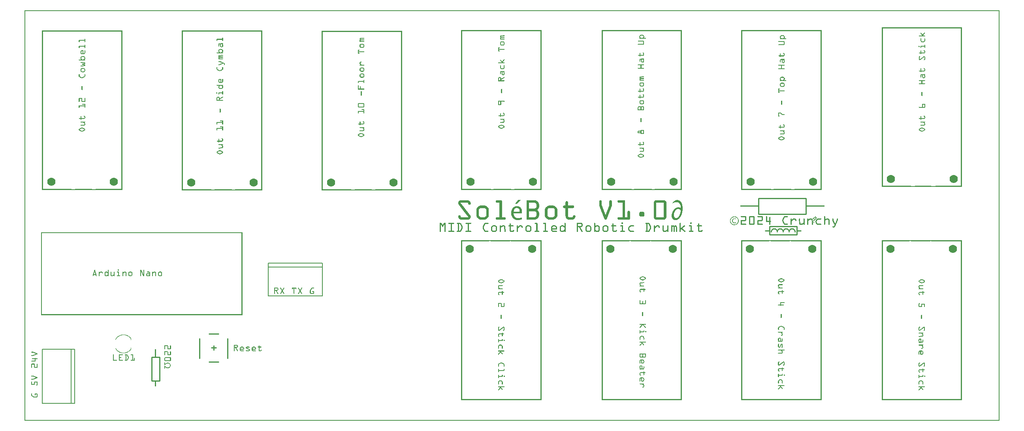
<source format=gto>
G04 MADE WITH FRITZING*
G04 WWW.FRITZING.ORG*
G04 DOUBLE SIDED*
G04 HOLES PLATED*
G04 CONTOUR ON CENTER OF CONTOUR VECTOR*
%ASAXBY*%
%FSLAX23Y23*%
%MOIN*%
%OFA0B0*%
%SFA1.0B1.0*%
%ADD10C,0.070000*%
%ADD11R,0.240000X0.080000X0.220000X0.060000*%
%ADD12C,0.010000*%
%ADD13C,0.008000*%
%ADD14R,0.001000X0.001000*%
%LNSILK1*%
G90*
G70*
G54D10*
X228Y2017D03*
X755Y2017D03*
X1406Y2013D03*
X1934Y2013D03*
X2588Y2012D03*
X3115Y2012D03*
X3763Y2017D03*
X4291Y2017D03*
X4949Y2017D03*
X5476Y2017D03*
X6126Y2017D03*
X6654Y2017D03*
X7312Y2042D03*
X7839Y2042D03*
X4285Y1453D03*
X3758Y1453D03*
X5471Y1453D03*
X4943Y1453D03*
X6648Y1453D03*
X6121Y1453D03*
X7834Y1453D03*
X7306Y1453D03*
G54D12*
X6288Y1640D02*
X6518Y1640D01*
X6518Y1570D01*
X6288Y1570D01*
X6288Y1640D01*
D02*
G54D13*
X149Y147D02*
X149Y604D01*
D02*
X149Y604D02*
X394Y604D01*
D02*
X394Y604D02*
X425Y604D01*
D02*
X425Y604D02*
X425Y147D01*
D02*
X425Y147D02*
X394Y147D01*
D02*
X394Y147D02*
X149Y147D01*
D02*
X394Y604D02*
X394Y147D01*
D02*
X2515Y1055D02*
X2058Y1055D01*
D02*
X2058Y1055D02*
X2058Y1299D01*
D02*
X2058Y1299D02*
X2058Y1331D01*
D02*
X2058Y1331D02*
X2515Y1331D01*
D02*
X2515Y1331D02*
X2515Y1299D01*
D02*
X2515Y1299D02*
X2515Y1055D01*
D02*
X2058Y1299D02*
X2515Y1299D01*
G54D12*
D02*
X1139Y538D02*
X1139Y338D01*
D02*
X1139Y338D02*
X1073Y338D01*
D02*
X1073Y338D02*
X1073Y538D01*
D02*
X1073Y538D02*
X1139Y538D01*
D02*
X1636Y499D02*
X1557Y499D01*
D02*
X1715Y696D02*
X1715Y528D01*
D02*
X1478Y696D02*
X1478Y528D01*
D02*
X1636Y735D02*
X1557Y735D01*
D02*
X1616Y617D02*
X1577Y617D01*
D02*
X1597Y597D02*
X1597Y636D01*
D02*
X6194Y1878D02*
X6594Y1878D01*
D02*
X6594Y1878D02*
X6594Y1746D01*
D02*
X6594Y1746D02*
X6194Y1746D01*
D02*
X6194Y1746D02*
X6194Y1878D01*
X6282Y1605D02*
X6252Y1605D01*
D02*
X6522Y1605D02*
X6552Y1605D01*
D02*
G54D14*
X0Y3465D02*
X8227Y3465D01*
X0Y3464D02*
X8227Y3464D01*
X0Y3463D02*
X8227Y3463D01*
X0Y3462D02*
X8227Y3462D01*
X0Y3461D02*
X8227Y3461D01*
X0Y3460D02*
X8227Y3460D01*
X0Y3459D02*
X8227Y3459D01*
X0Y3458D02*
X8227Y3458D01*
X0Y3457D02*
X7Y3457D01*
X8220Y3457D02*
X8227Y3457D01*
X0Y3456D02*
X7Y3456D01*
X8220Y3456D02*
X8227Y3456D01*
X0Y3455D02*
X7Y3455D01*
X8220Y3455D02*
X8227Y3455D01*
X0Y3454D02*
X7Y3454D01*
X8220Y3454D02*
X8227Y3454D01*
X0Y3453D02*
X7Y3453D01*
X8220Y3453D02*
X8227Y3453D01*
X0Y3452D02*
X7Y3452D01*
X8220Y3452D02*
X8227Y3452D01*
X0Y3451D02*
X7Y3451D01*
X8220Y3451D02*
X8227Y3451D01*
X0Y3450D02*
X7Y3450D01*
X8220Y3450D02*
X8227Y3450D01*
X0Y3449D02*
X7Y3449D01*
X8220Y3449D02*
X8227Y3449D01*
X0Y3448D02*
X7Y3448D01*
X8220Y3448D02*
X8227Y3448D01*
X0Y3447D02*
X7Y3447D01*
X8220Y3447D02*
X8227Y3447D01*
X0Y3446D02*
X7Y3446D01*
X8220Y3446D02*
X8227Y3446D01*
X0Y3445D02*
X7Y3445D01*
X8220Y3445D02*
X8227Y3445D01*
X0Y3444D02*
X7Y3444D01*
X8220Y3444D02*
X8227Y3444D01*
X0Y3443D02*
X7Y3443D01*
X8220Y3443D02*
X8227Y3443D01*
X0Y3442D02*
X7Y3442D01*
X8220Y3442D02*
X8227Y3442D01*
X0Y3441D02*
X7Y3441D01*
X8220Y3441D02*
X8227Y3441D01*
X0Y3440D02*
X7Y3440D01*
X8220Y3440D02*
X8227Y3440D01*
X0Y3439D02*
X7Y3439D01*
X8220Y3439D02*
X8227Y3439D01*
X0Y3438D02*
X7Y3438D01*
X8220Y3438D02*
X8227Y3438D01*
X0Y3437D02*
X7Y3437D01*
X8220Y3437D02*
X8227Y3437D01*
X0Y3436D02*
X7Y3436D01*
X8220Y3436D02*
X8227Y3436D01*
X0Y3435D02*
X7Y3435D01*
X8220Y3435D02*
X8227Y3435D01*
X0Y3434D02*
X7Y3434D01*
X8220Y3434D02*
X8227Y3434D01*
X0Y3433D02*
X7Y3433D01*
X8220Y3433D02*
X8227Y3433D01*
X0Y3432D02*
X7Y3432D01*
X8220Y3432D02*
X8227Y3432D01*
X0Y3431D02*
X7Y3431D01*
X8220Y3431D02*
X8227Y3431D01*
X0Y3430D02*
X7Y3430D01*
X8220Y3430D02*
X8227Y3430D01*
X0Y3429D02*
X7Y3429D01*
X8220Y3429D02*
X8227Y3429D01*
X0Y3428D02*
X7Y3428D01*
X8220Y3428D02*
X8227Y3428D01*
X0Y3427D02*
X7Y3427D01*
X8220Y3427D02*
X8227Y3427D01*
X0Y3426D02*
X7Y3426D01*
X8220Y3426D02*
X8227Y3426D01*
X0Y3425D02*
X7Y3425D01*
X8220Y3425D02*
X8227Y3425D01*
X0Y3424D02*
X7Y3424D01*
X8220Y3424D02*
X8227Y3424D01*
X0Y3423D02*
X7Y3423D01*
X8220Y3423D02*
X8227Y3423D01*
X0Y3422D02*
X7Y3422D01*
X8220Y3422D02*
X8227Y3422D01*
X0Y3421D02*
X7Y3421D01*
X8220Y3421D02*
X8227Y3421D01*
X0Y3420D02*
X7Y3420D01*
X8220Y3420D02*
X8227Y3420D01*
X0Y3419D02*
X7Y3419D01*
X8220Y3419D02*
X8227Y3419D01*
X0Y3418D02*
X7Y3418D01*
X8220Y3418D02*
X8227Y3418D01*
X0Y3417D02*
X7Y3417D01*
X8220Y3417D02*
X8227Y3417D01*
X0Y3416D02*
X7Y3416D01*
X8220Y3416D02*
X8227Y3416D01*
X0Y3415D02*
X7Y3415D01*
X8220Y3415D02*
X8227Y3415D01*
X0Y3414D02*
X7Y3414D01*
X8220Y3414D02*
X8227Y3414D01*
X0Y3413D02*
X7Y3413D01*
X8220Y3413D02*
X8227Y3413D01*
X0Y3412D02*
X7Y3412D01*
X8220Y3412D02*
X8227Y3412D01*
X0Y3411D02*
X7Y3411D01*
X8220Y3411D02*
X8227Y3411D01*
X0Y3410D02*
X7Y3410D01*
X8220Y3410D02*
X8227Y3410D01*
X0Y3409D02*
X7Y3409D01*
X8220Y3409D02*
X8227Y3409D01*
X0Y3408D02*
X7Y3408D01*
X8220Y3408D02*
X8227Y3408D01*
X0Y3407D02*
X7Y3407D01*
X8220Y3407D02*
X8227Y3407D01*
X0Y3406D02*
X7Y3406D01*
X8220Y3406D02*
X8227Y3406D01*
X0Y3405D02*
X7Y3405D01*
X8220Y3405D02*
X8227Y3405D01*
X0Y3404D02*
X7Y3404D01*
X8220Y3404D02*
X8227Y3404D01*
X0Y3403D02*
X7Y3403D01*
X8220Y3403D02*
X8227Y3403D01*
X0Y3402D02*
X7Y3402D01*
X8220Y3402D02*
X8227Y3402D01*
X0Y3401D02*
X7Y3401D01*
X8220Y3401D02*
X8227Y3401D01*
X0Y3400D02*
X7Y3400D01*
X8220Y3400D02*
X8227Y3400D01*
X0Y3399D02*
X7Y3399D01*
X8220Y3399D02*
X8227Y3399D01*
X0Y3398D02*
X7Y3398D01*
X8220Y3398D02*
X8227Y3398D01*
X0Y3397D02*
X7Y3397D01*
X8220Y3397D02*
X8227Y3397D01*
X0Y3396D02*
X7Y3396D01*
X8220Y3396D02*
X8227Y3396D01*
X0Y3395D02*
X7Y3395D01*
X8220Y3395D02*
X8227Y3395D01*
X0Y3394D02*
X7Y3394D01*
X8220Y3394D02*
X8227Y3394D01*
X0Y3393D02*
X7Y3393D01*
X8220Y3393D02*
X8227Y3393D01*
X0Y3392D02*
X7Y3392D01*
X8220Y3392D02*
X8227Y3392D01*
X0Y3391D02*
X7Y3391D01*
X8220Y3391D02*
X8227Y3391D01*
X0Y3390D02*
X7Y3390D01*
X8220Y3390D02*
X8227Y3390D01*
X0Y3389D02*
X7Y3389D01*
X8220Y3389D02*
X8227Y3389D01*
X0Y3388D02*
X7Y3388D01*
X8220Y3388D02*
X8227Y3388D01*
X0Y3387D02*
X7Y3387D01*
X8220Y3387D02*
X8227Y3387D01*
X0Y3386D02*
X7Y3386D01*
X8220Y3386D02*
X8227Y3386D01*
X0Y3385D02*
X7Y3385D01*
X8220Y3385D02*
X8227Y3385D01*
X0Y3384D02*
X7Y3384D01*
X8220Y3384D02*
X8227Y3384D01*
X0Y3383D02*
X7Y3383D01*
X8220Y3383D02*
X8227Y3383D01*
X0Y3382D02*
X7Y3382D01*
X8220Y3382D02*
X8227Y3382D01*
X0Y3381D02*
X7Y3381D01*
X8220Y3381D02*
X8227Y3381D01*
X0Y3380D02*
X7Y3380D01*
X8220Y3380D02*
X8227Y3380D01*
X0Y3379D02*
X7Y3379D01*
X8220Y3379D02*
X8227Y3379D01*
X0Y3378D02*
X7Y3378D01*
X8220Y3378D02*
X8227Y3378D01*
X0Y3377D02*
X7Y3377D01*
X8220Y3377D02*
X8227Y3377D01*
X0Y3376D02*
X7Y3376D01*
X8220Y3376D02*
X8227Y3376D01*
X0Y3375D02*
X7Y3375D01*
X8220Y3375D02*
X8227Y3375D01*
X0Y3374D02*
X7Y3374D01*
X8220Y3374D02*
X8227Y3374D01*
X0Y3373D02*
X7Y3373D01*
X8220Y3373D02*
X8227Y3373D01*
X0Y3372D02*
X7Y3372D01*
X8220Y3372D02*
X8227Y3372D01*
X0Y3371D02*
X7Y3371D01*
X8220Y3371D02*
X8227Y3371D01*
X0Y3370D02*
X7Y3370D01*
X8220Y3370D02*
X8227Y3370D01*
X0Y3369D02*
X7Y3369D01*
X8220Y3369D02*
X8227Y3369D01*
X0Y3368D02*
X7Y3368D01*
X8220Y3368D02*
X8227Y3368D01*
X0Y3367D02*
X7Y3367D01*
X8220Y3367D02*
X8227Y3367D01*
X0Y3366D02*
X7Y3366D01*
X8220Y3366D02*
X8227Y3366D01*
X0Y3365D02*
X7Y3365D01*
X8220Y3365D02*
X8227Y3365D01*
X0Y3364D02*
X7Y3364D01*
X8220Y3364D02*
X8227Y3364D01*
X0Y3363D02*
X7Y3363D01*
X8220Y3363D02*
X8227Y3363D01*
X0Y3362D02*
X7Y3362D01*
X8220Y3362D02*
X8227Y3362D01*
X0Y3361D02*
X7Y3361D01*
X8220Y3361D02*
X8227Y3361D01*
X0Y3360D02*
X7Y3360D01*
X8220Y3360D02*
X8227Y3360D01*
X0Y3359D02*
X7Y3359D01*
X8220Y3359D02*
X8227Y3359D01*
X0Y3358D02*
X7Y3358D01*
X8220Y3358D02*
X8227Y3358D01*
X0Y3357D02*
X7Y3357D01*
X8220Y3357D02*
X8227Y3357D01*
X0Y3356D02*
X7Y3356D01*
X8220Y3356D02*
X8227Y3356D01*
X0Y3355D02*
X7Y3355D01*
X8220Y3355D02*
X8227Y3355D01*
X0Y3354D02*
X7Y3354D01*
X8220Y3354D02*
X8227Y3354D01*
X0Y3353D02*
X7Y3353D01*
X8220Y3353D02*
X8227Y3353D01*
X0Y3352D02*
X7Y3352D01*
X8220Y3352D02*
X8227Y3352D01*
X0Y3351D02*
X7Y3351D01*
X8220Y3351D02*
X8227Y3351D01*
X0Y3350D02*
X7Y3350D01*
X8220Y3350D02*
X8227Y3350D01*
X0Y3349D02*
X7Y3349D01*
X8220Y3349D02*
X8227Y3349D01*
X0Y3348D02*
X7Y3348D01*
X8220Y3348D02*
X8227Y3348D01*
X0Y3347D02*
X7Y3347D01*
X8220Y3347D02*
X8227Y3347D01*
X0Y3346D02*
X7Y3346D01*
X8220Y3346D02*
X8227Y3346D01*
X0Y3345D02*
X7Y3345D01*
X8220Y3345D02*
X8227Y3345D01*
X0Y3344D02*
X7Y3344D01*
X8220Y3344D02*
X8227Y3344D01*
X0Y3343D02*
X7Y3343D01*
X8220Y3343D02*
X8227Y3343D01*
X0Y3342D02*
X7Y3342D01*
X8220Y3342D02*
X8227Y3342D01*
X0Y3341D02*
X7Y3341D01*
X8220Y3341D02*
X8227Y3341D01*
X0Y3340D02*
X7Y3340D01*
X8220Y3340D02*
X8227Y3340D01*
X0Y3339D02*
X7Y3339D01*
X8220Y3339D02*
X8227Y3339D01*
X0Y3338D02*
X7Y3338D01*
X8220Y3338D02*
X8227Y3338D01*
X0Y3337D02*
X7Y3337D01*
X8220Y3337D02*
X8227Y3337D01*
X0Y3336D02*
X7Y3336D01*
X8220Y3336D02*
X8227Y3336D01*
X0Y3335D02*
X7Y3335D01*
X8220Y3335D02*
X8227Y3335D01*
X0Y3334D02*
X7Y3334D01*
X8220Y3334D02*
X8227Y3334D01*
X0Y3333D02*
X7Y3333D01*
X8220Y3333D02*
X8227Y3333D01*
X0Y3332D02*
X7Y3332D01*
X8220Y3332D02*
X8227Y3332D01*
X0Y3331D02*
X7Y3331D01*
X8220Y3331D02*
X8227Y3331D01*
X0Y3330D02*
X7Y3330D01*
X8220Y3330D02*
X8227Y3330D01*
X0Y3329D02*
X7Y3329D01*
X8220Y3329D02*
X8227Y3329D01*
X0Y3328D02*
X7Y3328D01*
X8220Y3328D02*
X8227Y3328D01*
X0Y3327D02*
X7Y3327D01*
X8220Y3327D02*
X8227Y3327D01*
X0Y3326D02*
X7Y3326D01*
X8220Y3326D02*
X8227Y3326D01*
X0Y3325D02*
X7Y3325D01*
X8220Y3325D02*
X8227Y3325D01*
X0Y3324D02*
X7Y3324D01*
X8220Y3324D02*
X8227Y3324D01*
X0Y3323D02*
X7Y3323D01*
X8220Y3323D02*
X8227Y3323D01*
X0Y3322D02*
X7Y3322D01*
X7233Y3322D02*
X7911Y3322D01*
X8220Y3322D02*
X8227Y3322D01*
X0Y3321D02*
X7Y3321D01*
X7233Y3321D02*
X7911Y3321D01*
X8220Y3321D02*
X8227Y3321D01*
X0Y3320D02*
X7Y3320D01*
X7233Y3320D02*
X7911Y3320D01*
X8220Y3320D02*
X8227Y3320D01*
X0Y3319D02*
X7Y3319D01*
X7233Y3319D02*
X7911Y3319D01*
X8220Y3319D02*
X8227Y3319D01*
X0Y3318D02*
X7Y3318D01*
X7233Y3318D02*
X7911Y3318D01*
X8220Y3318D02*
X8227Y3318D01*
X0Y3317D02*
X7Y3317D01*
X7233Y3317D02*
X7911Y3317D01*
X8220Y3317D02*
X8227Y3317D01*
X0Y3316D02*
X7Y3316D01*
X7233Y3316D02*
X7911Y3316D01*
X8220Y3316D02*
X8227Y3316D01*
X0Y3315D02*
X7Y3315D01*
X7233Y3315D02*
X7911Y3315D01*
X8220Y3315D02*
X8227Y3315D01*
X0Y3314D02*
X7Y3314D01*
X7233Y3314D02*
X7911Y3314D01*
X8220Y3314D02*
X8227Y3314D01*
X0Y3313D02*
X7Y3313D01*
X7233Y3313D02*
X7911Y3313D01*
X8220Y3313D02*
X8227Y3313D01*
X0Y3312D02*
X7Y3312D01*
X7233Y3312D02*
X7242Y3312D01*
X7902Y3312D02*
X7911Y3312D01*
X8220Y3312D02*
X8227Y3312D01*
X0Y3311D02*
X7Y3311D01*
X7233Y3311D02*
X7242Y3311D01*
X7902Y3311D02*
X7911Y3311D01*
X8220Y3311D02*
X8227Y3311D01*
X0Y3310D02*
X7Y3310D01*
X7233Y3310D02*
X7242Y3310D01*
X7902Y3310D02*
X7911Y3310D01*
X8220Y3310D02*
X8227Y3310D01*
X0Y3309D02*
X7Y3309D01*
X7233Y3309D02*
X7242Y3309D01*
X7902Y3309D02*
X7911Y3309D01*
X8220Y3309D02*
X8227Y3309D01*
X0Y3308D02*
X7Y3308D01*
X7233Y3308D02*
X7242Y3308D01*
X7902Y3308D02*
X7911Y3308D01*
X8220Y3308D02*
X8227Y3308D01*
X0Y3307D02*
X7Y3307D01*
X7233Y3307D02*
X7242Y3307D01*
X7902Y3307D02*
X7911Y3307D01*
X8220Y3307D02*
X8227Y3307D01*
X0Y3306D02*
X7Y3306D01*
X7233Y3306D02*
X7242Y3306D01*
X7902Y3306D02*
X7911Y3306D01*
X8220Y3306D02*
X8227Y3306D01*
X0Y3305D02*
X7Y3305D01*
X7233Y3305D02*
X7242Y3305D01*
X7902Y3305D02*
X7911Y3305D01*
X8220Y3305D02*
X8227Y3305D01*
X0Y3304D02*
X7Y3304D01*
X7233Y3304D02*
X7242Y3304D01*
X7902Y3304D02*
X7911Y3304D01*
X8220Y3304D02*
X8227Y3304D01*
X0Y3303D02*
X7Y3303D01*
X7233Y3303D02*
X7242Y3303D01*
X7902Y3303D02*
X7911Y3303D01*
X8220Y3303D02*
X8227Y3303D01*
X0Y3302D02*
X7Y3302D01*
X7233Y3302D02*
X7242Y3302D01*
X7902Y3302D02*
X7911Y3302D01*
X8220Y3302D02*
X8227Y3302D01*
X0Y3301D02*
X7Y3301D01*
X7233Y3301D02*
X7242Y3301D01*
X7902Y3301D02*
X7911Y3301D01*
X8220Y3301D02*
X8227Y3301D01*
X0Y3300D02*
X7Y3300D01*
X7233Y3300D02*
X7242Y3300D01*
X7902Y3300D02*
X7911Y3300D01*
X8220Y3300D02*
X8227Y3300D01*
X0Y3299D02*
X7Y3299D01*
X7233Y3299D02*
X7242Y3299D01*
X7902Y3299D02*
X7911Y3299D01*
X8220Y3299D02*
X8227Y3299D01*
X0Y3298D02*
X7Y3298D01*
X7233Y3298D02*
X7242Y3298D01*
X7902Y3298D02*
X7911Y3298D01*
X8220Y3298D02*
X8227Y3298D01*
X0Y3297D02*
X7Y3297D01*
X3685Y3297D02*
X4363Y3297D01*
X4870Y3297D02*
X5548Y3297D01*
X6047Y3297D02*
X6726Y3297D01*
X7233Y3297D02*
X7242Y3297D01*
X7902Y3297D02*
X7911Y3297D01*
X8220Y3297D02*
X8227Y3297D01*
X0Y3296D02*
X7Y3296D01*
X149Y3296D02*
X827Y3296D01*
X3685Y3296D02*
X4363Y3296D01*
X4870Y3296D02*
X5548Y3296D01*
X6047Y3296D02*
X6726Y3296D01*
X7233Y3296D02*
X7242Y3296D01*
X7902Y3296D02*
X7911Y3296D01*
X8220Y3296D02*
X8227Y3296D01*
X0Y3295D02*
X7Y3295D01*
X149Y3295D02*
X827Y3295D01*
X3685Y3295D02*
X4363Y3295D01*
X4870Y3295D02*
X5548Y3295D01*
X6047Y3295D02*
X6726Y3295D01*
X7233Y3295D02*
X7242Y3295D01*
X7902Y3295D02*
X7911Y3295D01*
X8220Y3295D02*
X8227Y3295D01*
X0Y3294D02*
X7Y3294D01*
X149Y3294D02*
X827Y3294D01*
X3685Y3294D02*
X4363Y3294D01*
X4870Y3294D02*
X5548Y3294D01*
X6047Y3294D02*
X6726Y3294D01*
X7233Y3294D02*
X7242Y3294D01*
X7902Y3294D02*
X7911Y3294D01*
X8220Y3294D02*
X8227Y3294D01*
X0Y3293D02*
X7Y3293D01*
X149Y3293D02*
X827Y3293D01*
X1327Y3293D02*
X2005Y3293D01*
X3685Y3293D02*
X4363Y3293D01*
X4870Y3293D02*
X5548Y3293D01*
X6047Y3293D02*
X6726Y3293D01*
X7233Y3293D02*
X7242Y3293D01*
X7902Y3293D02*
X7911Y3293D01*
X8220Y3293D02*
X8227Y3293D01*
X0Y3292D02*
X7Y3292D01*
X149Y3292D02*
X827Y3292D01*
X1327Y3292D02*
X2006Y3292D01*
X2509Y3292D02*
X3187Y3292D01*
X3685Y3292D02*
X4363Y3292D01*
X4870Y3292D02*
X5548Y3292D01*
X6047Y3292D02*
X6726Y3292D01*
X7233Y3292D02*
X7242Y3292D01*
X7902Y3292D02*
X7911Y3292D01*
X8220Y3292D02*
X8227Y3292D01*
X0Y3291D02*
X7Y3291D01*
X149Y3291D02*
X827Y3291D01*
X1327Y3291D02*
X2006Y3291D01*
X2509Y3291D02*
X3187Y3291D01*
X3685Y3291D02*
X4363Y3291D01*
X4870Y3291D02*
X5548Y3291D01*
X6047Y3291D02*
X6726Y3291D01*
X7233Y3291D02*
X7242Y3291D01*
X7902Y3291D02*
X7911Y3291D01*
X8220Y3291D02*
X8227Y3291D01*
X0Y3290D02*
X7Y3290D01*
X149Y3290D02*
X827Y3290D01*
X1327Y3290D02*
X2006Y3290D01*
X2509Y3290D02*
X3187Y3290D01*
X3685Y3290D02*
X4363Y3290D01*
X4870Y3290D02*
X5548Y3290D01*
X6047Y3290D02*
X6726Y3290D01*
X7233Y3290D02*
X7242Y3290D01*
X7902Y3290D02*
X7911Y3290D01*
X8220Y3290D02*
X8227Y3290D01*
X0Y3289D02*
X7Y3289D01*
X149Y3289D02*
X827Y3289D01*
X1327Y3289D02*
X2006Y3289D01*
X2509Y3289D02*
X3187Y3289D01*
X3685Y3289D02*
X4363Y3289D01*
X4870Y3289D02*
X5548Y3289D01*
X6047Y3289D02*
X6726Y3289D01*
X7233Y3289D02*
X7242Y3289D01*
X7902Y3289D02*
X7911Y3289D01*
X8220Y3289D02*
X8227Y3289D01*
X0Y3288D02*
X7Y3288D01*
X149Y3288D02*
X827Y3288D01*
X1327Y3288D02*
X2006Y3288D01*
X2509Y3288D02*
X3187Y3288D01*
X3685Y3288D02*
X4363Y3288D01*
X4870Y3288D02*
X5548Y3288D01*
X6047Y3288D02*
X6726Y3288D01*
X7233Y3288D02*
X7242Y3288D01*
X7902Y3288D02*
X7911Y3288D01*
X8220Y3288D02*
X8227Y3288D01*
X0Y3287D02*
X7Y3287D01*
X149Y3287D02*
X827Y3287D01*
X1327Y3287D02*
X2006Y3287D01*
X2509Y3287D02*
X3187Y3287D01*
X3685Y3287D02*
X3694Y3287D01*
X4354Y3287D02*
X4363Y3287D01*
X4870Y3287D02*
X4879Y3287D01*
X5539Y3287D02*
X5548Y3287D01*
X6047Y3287D02*
X6056Y3287D01*
X6716Y3287D02*
X6726Y3287D01*
X7233Y3287D02*
X7242Y3287D01*
X7902Y3287D02*
X7911Y3287D01*
X8220Y3287D02*
X8227Y3287D01*
X0Y3286D02*
X7Y3286D01*
X149Y3286D02*
X158Y3286D01*
X818Y3286D02*
X827Y3286D01*
X1327Y3286D02*
X2006Y3286D01*
X2509Y3286D02*
X3187Y3286D01*
X3685Y3286D02*
X3694Y3286D01*
X4354Y3286D02*
X4363Y3286D01*
X4870Y3286D02*
X4879Y3286D01*
X5539Y3286D02*
X5548Y3286D01*
X6047Y3286D02*
X6056Y3286D01*
X6716Y3286D02*
X6726Y3286D01*
X7233Y3286D02*
X7242Y3286D01*
X7902Y3286D02*
X7911Y3286D01*
X8220Y3286D02*
X8227Y3286D01*
X0Y3285D02*
X7Y3285D01*
X149Y3285D02*
X158Y3285D01*
X818Y3285D02*
X827Y3285D01*
X1327Y3285D02*
X2006Y3285D01*
X2509Y3285D02*
X3187Y3285D01*
X3685Y3285D02*
X3694Y3285D01*
X4354Y3285D02*
X4363Y3285D01*
X4870Y3285D02*
X4879Y3285D01*
X5539Y3285D02*
X5548Y3285D01*
X6047Y3285D02*
X6056Y3285D01*
X6716Y3285D02*
X6726Y3285D01*
X7233Y3285D02*
X7242Y3285D01*
X7902Y3285D02*
X7911Y3285D01*
X8220Y3285D02*
X8227Y3285D01*
X0Y3284D02*
X7Y3284D01*
X149Y3284D02*
X158Y3284D01*
X818Y3284D02*
X827Y3284D01*
X1327Y3284D02*
X2006Y3284D01*
X2509Y3284D02*
X3187Y3284D01*
X3685Y3284D02*
X3694Y3284D01*
X4354Y3284D02*
X4363Y3284D01*
X4870Y3284D02*
X4879Y3284D01*
X5539Y3284D02*
X5548Y3284D01*
X6047Y3284D02*
X6056Y3284D01*
X6716Y3284D02*
X6726Y3284D01*
X7233Y3284D02*
X7242Y3284D01*
X7902Y3284D02*
X7911Y3284D01*
X8220Y3284D02*
X8227Y3284D01*
X0Y3283D02*
X7Y3283D01*
X149Y3283D02*
X158Y3283D01*
X818Y3283D02*
X827Y3283D01*
X1327Y3283D02*
X1337Y3283D01*
X1996Y3283D02*
X2006Y3283D01*
X2509Y3283D02*
X3187Y3283D01*
X3685Y3283D02*
X3694Y3283D01*
X4354Y3283D02*
X4363Y3283D01*
X4870Y3283D02*
X4879Y3283D01*
X5539Y3283D02*
X5548Y3283D01*
X6047Y3283D02*
X6056Y3283D01*
X6716Y3283D02*
X6726Y3283D01*
X7233Y3283D02*
X7242Y3283D01*
X7902Y3283D02*
X7911Y3283D01*
X8220Y3283D02*
X8227Y3283D01*
X0Y3282D02*
X7Y3282D01*
X149Y3282D02*
X158Y3282D01*
X818Y3282D02*
X827Y3282D01*
X1327Y3282D02*
X1336Y3282D01*
X1997Y3282D02*
X2006Y3282D01*
X2509Y3282D02*
X2518Y3282D01*
X3178Y3282D02*
X3187Y3282D01*
X3685Y3282D02*
X3694Y3282D01*
X4354Y3282D02*
X4363Y3282D01*
X4870Y3282D02*
X4879Y3282D01*
X5539Y3282D02*
X5548Y3282D01*
X6047Y3282D02*
X6056Y3282D01*
X6716Y3282D02*
X6726Y3282D01*
X7233Y3282D02*
X7242Y3282D01*
X7902Y3282D02*
X7911Y3282D01*
X8220Y3282D02*
X8227Y3282D01*
X0Y3281D02*
X7Y3281D01*
X149Y3281D02*
X158Y3281D01*
X818Y3281D02*
X827Y3281D01*
X1327Y3281D02*
X1336Y3281D01*
X1997Y3281D02*
X2006Y3281D01*
X2509Y3281D02*
X2518Y3281D01*
X3178Y3281D02*
X3187Y3281D01*
X3685Y3281D02*
X3694Y3281D01*
X4354Y3281D02*
X4363Y3281D01*
X4870Y3281D02*
X4879Y3281D01*
X5539Y3281D02*
X5548Y3281D01*
X6047Y3281D02*
X6056Y3281D01*
X6716Y3281D02*
X6726Y3281D01*
X7233Y3281D02*
X7242Y3281D01*
X7902Y3281D02*
X7911Y3281D01*
X8220Y3281D02*
X8227Y3281D01*
X0Y3280D02*
X7Y3280D01*
X149Y3280D02*
X158Y3280D01*
X818Y3280D02*
X827Y3280D01*
X1327Y3280D02*
X1336Y3280D01*
X1997Y3280D02*
X2006Y3280D01*
X2509Y3280D02*
X2518Y3280D01*
X3178Y3280D02*
X3187Y3280D01*
X3685Y3280D02*
X3694Y3280D01*
X4354Y3280D02*
X4363Y3280D01*
X4870Y3280D02*
X4879Y3280D01*
X5539Y3280D02*
X5548Y3280D01*
X6047Y3280D02*
X6056Y3280D01*
X6716Y3280D02*
X6726Y3280D01*
X7233Y3280D02*
X7242Y3280D01*
X7902Y3280D02*
X7911Y3280D01*
X8220Y3280D02*
X8227Y3280D01*
X0Y3279D02*
X7Y3279D01*
X149Y3279D02*
X158Y3279D01*
X818Y3279D02*
X827Y3279D01*
X1327Y3279D02*
X1336Y3279D01*
X1997Y3279D02*
X2006Y3279D01*
X2509Y3279D02*
X2518Y3279D01*
X3178Y3279D02*
X3187Y3279D01*
X3685Y3279D02*
X3694Y3279D01*
X4354Y3279D02*
X4363Y3279D01*
X4870Y3279D02*
X4879Y3279D01*
X5539Y3279D02*
X5548Y3279D01*
X6047Y3279D02*
X6056Y3279D01*
X6716Y3279D02*
X6726Y3279D01*
X7233Y3279D02*
X7242Y3279D01*
X7902Y3279D02*
X7911Y3279D01*
X8220Y3279D02*
X8227Y3279D01*
X0Y3278D02*
X7Y3278D01*
X149Y3278D02*
X158Y3278D01*
X818Y3278D02*
X827Y3278D01*
X1327Y3278D02*
X1336Y3278D01*
X1997Y3278D02*
X2006Y3278D01*
X2509Y3278D02*
X2518Y3278D01*
X3178Y3278D02*
X3187Y3278D01*
X3685Y3278D02*
X3694Y3278D01*
X4354Y3278D02*
X4363Y3278D01*
X4870Y3278D02*
X4879Y3278D01*
X5539Y3278D02*
X5548Y3278D01*
X6047Y3278D02*
X6056Y3278D01*
X6716Y3278D02*
X6726Y3278D01*
X7233Y3278D02*
X7242Y3278D01*
X7595Y3278D02*
X7597Y3278D01*
X7902Y3278D02*
X7911Y3278D01*
X8220Y3278D02*
X8227Y3278D01*
X0Y3277D02*
X7Y3277D01*
X149Y3277D02*
X158Y3277D01*
X818Y3277D02*
X827Y3277D01*
X1327Y3277D02*
X1336Y3277D01*
X1997Y3277D02*
X2006Y3277D01*
X2509Y3277D02*
X2518Y3277D01*
X3178Y3277D02*
X3187Y3277D01*
X3685Y3277D02*
X3694Y3277D01*
X4354Y3277D02*
X4363Y3277D01*
X4870Y3277D02*
X4879Y3277D01*
X5539Y3277D02*
X5548Y3277D01*
X6047Y3277D02*
X6056Y3277D01*
X6716Y3277D02*
X6726Y3277D01*
X7233Y3277D02*
X7242Y3277D01*
X7594Y3277D02*
X7598Y3277D01*
X7902Y3277D02*
X7911Y3277D01*
X8220Y3277D02*
X8227Y3277D01*
X0Y3276D02*
X7Y3276D01*
X149Y3276D02*
X158Y3276D01*
X818Y3276D02*
X827Y3276D01*
X1327Y3276D02*
X1336Y3276D01*
X1997Y3276D02*
X2006Y3276D01*
X2509Y3276D02*
X2518Y3276D01*
X3178Y3276D02*
X3187Y3276D01*
X3685Y3276D02*
X3694Y3276D01*
X4354Y3276D02*
X4363Y3276D01*
X4870Y3276D02*
X4879Y3276D01*
X5539Y3276D02*
X5548Y3276D01*
X6047Y3276D02*
X6056Y3276D01*
X6716Y3276D02*
X6726Y3276D01*
X7233Y3276D02*
X7242Y3276D01*
X7593Y3276D02*
X7599Y3276D01*
X7902Y3276D02*
X7911Y3276D01*
X8220Y3276D02*
X8227Y3276D01*
X0Y3275D02*
X7Y3275D01*
X149Y3275D02*
X158Y3275D01*
X818Y3275D02*
X827Y3275D01*
X1327Y3275D02*
X1336Y3275D01*
X1997Y3275D02*
X2006Y3275D01*
X2509Y3275D02*
X2518Y3275D01*
X3178Y3275D02*
X3187Y3275D01*
X3685Y3275D02*
X3694Y3275D01*
X4354Y3275D02*
X4363Y3275D01*
X4870Y3275D02*
X4879Y3275D01*
X5539Y3275D02*
X5548Y3275D01*
X6047Y3275D02*
X6056Y3275D01*
X6716Y3275D02*
X6726Y3275D01*
X7233Y3275D02*
X7242Y3275D01*
X7592Y3275D02*
X7599Y3275D01*
X7902Y3275D02*
X7911Y3275D01*
X8220Y3275D02*
X8227Y3275D01*
X0Y3274D02*
X7Y3274D01*
X149Y3274D02*
X158Y3274D01*
X818Y3274D02*
X827Y3274D01*
X1327Y3274D02*
X1336Y3274D01*
X1997Y3274D02*
X2006Y3274D01*
X2509Y3274D02*
X2518Y3274D01*
X3178Y3274D02*
X3187Y3274D01*
X3685Y3274D02*
X3694Y3274D01*
X4354Y3274D02*
X4363Y3274D01*
X4870Y3274D02*
X4879Y3274D01*
X5539Y3274D02*
X5548Y3274D01*
X6047Y3274D02*
X6056Y3274D01*
X6716Y3274D02*
X6726Y3274D01*
X7233Y3274D02*
X7242Y3274D01*
X7562Y3274D02*
X7565Y3274D01*
X7591Y3274D02*
X7599Y3274D01*
X7902Y3274D02*
X7911Y3274D01*
X8220Y3274D02*
X8227Y3274D01*
X0Y3273D02*
X7Y3273D01*
X149Y3273D02*
X158Y3273D01*
X818Y3273D02*
X827Y3273D01*
X1327Y3273D02*
X1336Y3273D01*
X1997Y3273D02*
X2006Y3273D01*
X2509Y3273D02*
X2518Y3273D01*
X3178Y3273D02*
X3187Y3273D01*
X3685Y3273D02*
X3694Y3273D01*
X4354Y3273D02*
X4363Y3273D01*
X4870Y3273D02*
X4879Y3273D01*
X5539Y3273D02*
X5548Y3273D01*
X6047Y3273D02*
X6056Y3273D01*
X6716Y3273D02*
X6726Y3273D01*
X7233Y3273D02*
X7242Y3273D01*
X7561Y3273D02*
X7566Y3273D01*
X7590Y3273D02*
X7598Y3273D01*
X7902Y3273D02*
X7911Y3273D01*
X8220Y3273D02*
X8227Y3273D01*
X0Y3272D02*
X7Y3272D01*
X149Y3272D02*
X158Y3272D01*
X818Y3272D02*
X827Y3272D01*
X1327Y3272D02*
X1336Y3272D01*
X1997Y3272D02*
X2006Y3272D01*
X2509Y3272D02*
X2518Y3272D01*
X3178Y3272D02*
X3187Y3272D01*
X3685Y3272D02*
X3694Y3272D01*
X4354Y3272D02*
X4363Y3272D01*
X4870Y3272D02*
X4879Y3272D01*
X5539Y3272D02*
X5548Y3272D01*
X6047Y3272D02*
X6056Y3272D01*
X6716Y3272D02*
X6726Y3272D01*
X7233Y3272D02*
X7242Y3272D01*
X7561Y3272D02*
X7567Y3272D01*
X7589Y3272D02*
X7598Y3272D01*
X7902Y3272D02*
X7911Y3272D01*
X8220Y3272D02*
X8227Y3272D01*
X0Y3271D02*
X7Y3271D01*
X149Y3271D02*
X158Y3271D01*
X818Y3271D02*
X827Y3271D01*
X1327Y3271D02*
X1336Y3271D01*
X1997Y3271D02*
X2006Y3271D01*
X2509Y3271D02*
X2518Y3271D01*
X3178Y3271D02*
X3187Y3271D01*
X3685Y3271D02*
X3694Y3271D01*
X4354Y3271D02*
X4363Y3271D01*
X4870Y3271D02*
X4879Y3271D01*
X5539Y3271D02*
X5548Y3271D01*
X6047Y3271D02*
X6056Y3271D01*
X6716Y3271D02*
X6726Y3271D01*
X7233Y3271D02*
X7242Y3271D01*
X7561Y3271D02*
X7568Y3271D01*
X7589Y3271D02*
X7597Y3271D01*
X7902Y3271D02*
X7911Y3271D01*
X8220Y3271D02*
X8227Y3271D01*
X0Y3270D02*
X7Y3270D01*
X149Y3270D02*
X158Y3270D01*
X818Y3270D02*
X827Y3270D01*
X1327Y3270D02*
X1336Y3270D01*
X1997Y3270D02*
X2006Y3270D01*
X2509Y3270D02*
X2518Y3270D01*
X3178Y3270D02*
X3187Y3270D01*
X3685Y3270D02*
X3694Y3270D01*
X4354Y3270D02*
X4363Y3270D01*
X4870Y3270D02*
X4879Y3270D01*
X5539Y3270D02*
X5548Y3270D01*
X6047Y3270D02*
X6056Y3270D01*
X6716Y3270D02*
X6726Y3270D01*
X7233Y3270D02*
X7242Y3270D01*
X7561Y3270D02*
X7569Y3270D01*
X7588Y3270D02*
X7596Y3270D01*
X7902Y3270D02*
X7911Y3270D01*
X8220Y3270D02*
X8227Y3270D01*
X0Y3269D02*
X7Y3269D01*
X149Y3269D02*
X158Y3269D01*
X818Y3269D02*
X827Y3269D01*
X1327Y3269D02*
X1336Y3269D01*
X1997Y3269D02*
X2006Y3269D01*
X2509Y3269D02*
X2518Y3269D01*
X3178Y3269D02*
X3187Y3269D01*
X3685Y3269D02*
X3694Y3269D01*
X4354Y3269D02*
X4363Y3269D01*
X4870Y3269D02*
X4879Y3269D01*
X5539Y3269D02*
X5548Y3269D01*
X6047Y3269D02*
X6056Y3269D01*
X6716Y3269D02*
X6726Y3269D01*
X7233Y3269D02*
X7242Y3269D01*
X7562Y3269D02*
X7570Y3269D01*
X7587Y3269D02*
X7595Y3269D01*
X7902Y3269D02*
X7911Y3269D01*
X8220Y3269D02*
X8227Y3269D01*
X0Y3268D02*
X7Y3268D01*
X149Y3268D02*
X158Y3268D01*
X818Y3268D02*
X827Y3268D01*
X1327Y3268D02*
X1336Y3268D01*
X1997Y3268D02*
X2006Y3268D01*
X2509Y3268D02*
X2518Y3268D01*
X3178Y3268D02*
X3187Y3268D01*
X3685Y3268D02*
X3694Y3268D01*
X4354Y3268D02*
X4363Y3268D01*
X4870Y3268D02*
X4879Y3268D01*
X5539Y3268D02*
X5548Y3268D01*
X6047Y3268D02*
X6056Y3268D01*
X6716Y3268D02*
X6726Y3268D01*
X7233Y3268D02*
X7242Y3268D01*
X7562Y3268D02*
X7571Y3268D01*
X7586Y3268D02*
X7594Y3268D01*
X7902Y3268D02*
X7911Y3268D01*
X8220Y3268D02*
X8227Y3268D01*
X0Y3267D02*
X7Y3267D01*
X149Y3267D02*
X158Y3267D01*
X818Y3267D02*
X827Y3267D01*
X1327Y3267D02*
X1336Y3267D01*
X1997Y3267D02*
X2006Y3267D01*
X2509Y3267D02*
X2518Y3267D01*
X3178Y3267D02*
X3187Y3267D01*
X3685Y3267D02*
X3694Y3267D01*
X4354Y3267D02*
X4363Y3267D01*
X4870Y3267D02*
X4879Y3267D01*
X5539Y3267D02*
X5548Y3267D01*
X6047Y3267D02*
X6056Y3267D01*
X6716Y3267D02*
X6726Y3267D01*
X7233Y3267D02*
X7242Y3267D01*
X7563Y3267D02*
X7571Y3267D01*
X7585Y3267D02*
X7593Y3267D01*
X7902Y3267D02*
X7911Y3267D01*
X8220Y3267D02*
X8227Y3267D01*
X0Y3266D02*
X7Y3266D01*
X149Y3266D02*
X158Y3266D01*
X818Y3266D02*
X827Y3266D01*
X1327Y3266D02*
X1336Y3266D01*
X1997Y3266D02*
X2006Y3266D01*
X2509Y3266D02*
X2518Y3266D01*
X3178Y3266D02*
X3187Y3266D01*
X3685Y3266D02*
X3694Y3266D01*
X4354Y3266D02*
X4363Y3266D01*
X4870Y3266D02*
X4879Y3266D01*
X5539Y3266D02*
X5548Y3266D01*
X6047Y3266D02*
X6056Y3266D01*
X6716Y3266D02*
X6726Y3266D01*
X7233Y3266D02*
X7242Y3266D01*
X7564Y3266D02*
X7572Y3266D01*
X7584Y3266D02*
X7593Y3266D01*
X7902Y3266D02*
X7911Y3266D01*
X8220Y3266D02*
X8227Y3266D01*
X0Y3265D02*
X7Y3265D01*
X149Y3265D02*
X158Y3265D01*
X818Y3265D02*
X827Y3265D01*
X1327Y3265D02*
X1336Y3265D01*
X1997Y3265D02*
X2006Y3265D01*
X2509Y3265D02*
X2518Y3265D01*
X3178Y3265D02*
X3187Y3265D01*
X3685Y3265D02*
X3694Y3265D01*
X4354Y3265D02*
X4363Y3265D01*
X4870Y3265D02*
X4879Y3265D01*
X5539Y3265D02*
X5548Y3265D01*
X6047Y3265D02*
X6056Y3265D01*
X6716Y3265D02*
X6726Y3265D01*
X7233Y3265D02*
X7242Y3265D01*
X7565Y3265D02*
X7573Y3265D01*
X7583Y3265D02*
X7592Y3265D01*
X7902Y3265D02*
X7911Y3265D01*
X8220Y3265D02*
X8227Y3265D01*
X0Y3264D02*
X7Y3264D01*
X149Y3264D02*
X158Y3264D01*
X818Y3264D02*
X827Y3264D01*
X1327Y3264D02*
X1336Y3264D01*
X1997Y3264D02*
X2006Y3264D01*
X2509Y3264D02*
X2518Y3264D01*
X3178Y3264D02*
X3187Y3264D01*
X3685Y3264D02*
X3694Y3264D01*
X4354Y3264D02*
X4363Y3264D01*
X4870Y3264D02*
X4879Y3264D01*
X5539Y3264D02*
X5548Y3264D01*
X6047Y3264D02*
X6056Y3264D01*
X6716Y3264D02*
X6726Y3264D01*
X7233Y3264D02*
X7242Y3264D01*
X7566Y3264D02*
X7574Y3264D01*
X7583Y3264D02*
X7591Y3264D01*
X7902Y3264D02*
X7911Y3264D01*
X8220Y3264D02*
X8227Y3264D01*
X0Y3263D02*
X7Y3263D01*
X149Y3263D02*
X158Y3263D01*
X818Y3263D02*
X827Y3263D01*
X1327Y3263D02*
X1336Y3263D01*
X1997Y3263D02*
X2006Y3263D01*
X2509Y3263D02*
X2518Y3263D01*
X3178Y3263D02*
X3187Y3263D01*
X3685Y3263D02*
X3694Y3263D01*
X4354Y3263D02*
X4363Y3263D01*
X4870Y3263D02*
X4879Y3263D01*
X5539Y3263D02*
X5548Y3263D01*
X6047Y3263D02*
X6056Y3263D01*
X6716Y3263D02*
X6726Y3263D01*
X7233Y3263D02*
X7242Y3263D01*
X7567Y3263D02*
X7575Y3263D01*
X7582Y3263D02*
X7590Y3263D01*
X7902Y3263D02*
X7911Y3263D01*
X8220Y3263D02*
X8227Y3263D01*
X0Y3262D02*
X7Y3262D01*
X149Y3262D02*
X158Y3262D01*
X818Y3262D02*
X827Y3262D01*
X1327Y3262D02*
X1336Y3262D01*
X1997Y3262D02*
X2006Y3262D01*
X2509Y3262D02*
X2518Y3262D01*
X3178Y3262D02*
X3187Y3262D01*
X3685Y3262D02*
X3694Y3262D01*
X4354Y3262D02*
X4363Y3262D01*
X4870Y3262D02*
X4879Y3262D01*
X5539Y3262D02*
X5548Y3262D01*
X6047Y3262D02*
X6056Y3262D01*
X6716Y3262D02*
X6726Y3262D01*
X7233Y3262D02*
X7242Y3262D01*
X7567Y3262D02*
X7576Y3262D01*
X7581Y3262D02*
X7589Y3262D01*
X7902Y3262D02*
X7911Y3262D01*
X8220Y3262D02*
X8227Y3262D01*
X0Y3261D02*
X7Y3261D01*
X149Y3261D02*
X158Y3261D01*
X818Y3261D02*
X827Y3261D01*
X1327Y3261D02*
X1336Y3261D01*
X1997Y3261D02*
X2006Y3261D01*
X2509Y3261D02*
X2518Y3261D01*
X3178Y3261D02*
X3187Y3261D01*
X3685Y3261D02*
X3694Y3261D01*
X4354Y3261D02*
X4363Y3261D01*
X4870Y3261D02*
X4879Y3261D01*
X5539Y3261D02*
X5548Y3261D01*
X6047Y3261D02*
X6056Y3261D01*
X6716Y3261D02*
X6726Y3261D01*
X7233Y3261D02*
X7242Y3261D01*
X7568Y3261D02*
X7577Y3261D01*
X7580Y3261D02*
X7588Y3261D01*
X7902Y3261D02*
X7911Y3261D01*
X8220Y3261D02*
X8227Y3261D01*
X0Y3260D02*
X7Y3260D01*
X149Y3260D02*
X158Y3260D01*
X818Y3260D02*
X827Y3260D01*
X1327Y3260D02*
X1336Y3260D01*
X1997Y3260D02*
X2006Y3260D01*
X2509Y3260D02*
X2518Y3260D01*
X3178Y3260D02*
X3187Y3260D01*
X3685Y3260D02*
X3694Y3260D01*
X4354Y3260D02*
X4363Y3260D01*
X4870Y3260D02*
X4879Y3260D01*
X5539Y3260D02*
X5548Y3260D01*
X6047Y3260D02*
X6056Y3260D01*
X6716Y3260D02*
X6726Y3260D01*
X7233Y3260D02*
X7242Y3260D01*
X7569Y3260D02*
X7587Y3260D01*
X7902Y3260D02*
X7911Y3260D01*
X8220Y3260D02*
X8227Y3260D01*
X0Y3259D02*
X7Y3259D01*
X149Y3259D02*
X158Y3259D01*
X818Y3259D02*
X827Y3259D01*
X1327Y3259D02*
X1336Y3259D01*
X1997Y3259D02*
X2006Y3259D01*
X2509Y3259D02*
X2518Y3259D01*
X3178Y3259D02*
X3187Y3259D01*
X3685Y3259D02*
X3694Y3259D01*
X4354Y3259D02*
X4363Y3259D01*
X4870Y3259D02*
X4879Y3259D01*
X5539Y3259D02*
X5548Y3259D01*
X6047Y3259D02*
X6056Y3259D01*
X6716Y3259D02*
X6726Y3259D01*
X7233Y3259D02*
X7242Y3259D01*
X7570Y3259D02*
X7587Y3259D01*
X7902Y3259D02*
X7911Y3259D01*
X8220Y3259D02*
X8227Y3259D01*
X0Y3258D02*
X7Y3258D01*
X149Y3258D02*
X158Y3258D01*
X818Y3258D02*
X827Y3258D01*
X1327Y3258D02*
X1336Y3258D01*
X1997Y3258D02*
X2006Y3258D01*
X2509Y3258D02*
X2518Y3258D01*
X3178Y3258D02*
X3187Y3258D01*
X3685Y3258D02*
X3694Y3258D01*
X4354Y3258D02*
X4363Y3258D01*
X4870Y3258D02*
X4879Y3258D01*
X5201Y3258D02*
X5217Y3258D01*
X5539Y3258D02*
X5548Y3258D01*
X6047Y3258D02*
X6056Y3258D01*
X6716Y3258D02*
X6726Y3258D01*
X7233Y3258D02*
X7242Y3258D01*
X7571Y3258D02*
X7586Y3258D01*
X7902Y3258D02*
X7911Y3258D01*
X8220Y3258D02*
X8227Y3258D01*
X0Y3257D02*
X7Y3257D01*
X149Y3257D02*
X158Y3257D01*
X818Y3257D02*
X827Y3257D01*
X1327Y3257D02*
X1336Y3257D01*
X1997Y3257D02*
X2006Y3257D01*
X2509Y3257D02*
X2518Y3257D01*
X3178Y3257D02*
X3187Y3257D01*
X3685Y3257D02*
X3694Y3257D01*
X4354Y3257D02*
X4363Y3257D01*
X4870Y3257D02*
X4879Y3257D01*
X5199Y3257D02*
X5219Y3257D01*
X5539Y3257D02*
X5548Y3257D01*
X6047Y3257D02*
X6056Y3257D01*
X6716Y3257D02*
X6726Y3257D01*
X7233Y3257D02*
X7242Y3257D01*
X7572Y3257D02*
X7585Y3257D01*
X7902Y3257D02*
X7911Y3257D01*
X8220Y3257D02*
X8227Y3257D01*
X0Y3256D02*
X7Y3256D01*
X149Y3256D02*
X158Y3256D01*
X818Y3256D02*
X827Y3256D01*
X1327Y3256D02*
X1336Y3256D01*
X1997Y3256D02*
X2006Y3256D01*
X2509Y3256D02*
X2518Y3256D01*
X3178Y3256D02*
X3187Y3256D01*
X3685Y3256D02*
X3694Y3256D01*
X4354Y3256D02*
X4363Y3256D01*
X4870Y3256D02*
X4879Y3256D01*
X5197Y3256D02*
X5221Y3256D01*
X5539Y3256D02*
X5548Y3256D01*
X6047Y3256D02*
X6056Y3256D01*
X6716Y3256D02*
X6726Y3256D01*
X7233Y3256D02*
X7242Y3256D01*
X7573Y3256D02*
X7584Y3256D01*
X7902Y3256D02*
X7911Y3256D01*
X8220Y3256D02*
X8227Y3256D01*
X0Y3255D02*
X7Y3255D01*
X149Y3255D02*
X158Y3255D01*
X818Y3255D02*
X827Y3255D01*
X1327Y3255D02*
X1336Y3255D01*
X1997Y3255D02*
X2006Y3255D01*
X2509Y3255D02*
X2518Y3255D01*
X3178Y3255D02*
X3187Y3255D01*
X3685Y3255D02*
X3694Y3255D01*
X4354Y3255D02*
X4363Y3255D01*
X4870Y3255D02*
X4879Y3255D01*
X5196Y3255D02*
X5222Y3255D01*
X5539Y3255D02*
X5548Y3255D01*
X6047Y3255D02*
X6056Y3255D01*
X6389Y3255D02*
X6400Y3255D01*
X6716Y3255D02*
X6726Y3255D01*
X7233Y3255D02*
X7242Y3255D01*
X7573Y3255D02*
X7583Y3255D01*
X7902Y3255D02*
X7911Y3255D01*
X8220Y3255D02*
X8227Y3255D01*
X0Y3254D02*
X7Y3254D01*
X149Y3254D02*
X158Y3254D01*
X818Y3254D02*
X827Y3254D01*
X1327Y3254D02*
X1336Y3254D01*
X1997Y3254D02*
X2006Y3254D01*
X2509Y3254D02*
X2518Y3254D01*
X3178Y3254D02*
X3187Y3254D01*
X3685Y3254D02*
X3694Y3254D01*
X4354Y3254D02*
X4363Y3254D01*
X4870Y3254D02*
X4879Y3254D01*
X5195Y3254D02*
X5223Y3254D01*
X5539Y3254D02*
X5548Y3254D01*
X6047Y3254D02*
X6056Y3254D01*
X6385Y3254D02*
X6404Y3254D01*
X6716Y3254D02*
X6726Y3254D01*
X7233Y3254D02*
X7242Y3254D01*
X7574Y3254D02*
X7583Y3254D01*
X7902Y3254D02*
X7911Y3254D01*
X8220Y3254D02*
X8227Y3254D01*
X0Y3253D02*
X7Y3253D01*
X149Y3253D02*
X158Y3253D01*
X818Y3253D02*
X827Y3253D01*
X1327Y3253D02*
X1336Y3253D01*
X1997Y3253D02*
X2006Y3253D01*
X2509Y3253D02*
X2518Y3253D01*
X3178Y3253D02*
X3187Y3253D01*
X3685Y3253D02*
X3694Y3253D01*
X4042Y3253D02*
X4049Y3253D01*
X4354Y3253D02*
X4363Y3253D01*
X4870Y3253D02*
X4879Y3253D01*
X5194Y3253D02*
X5224Y3253D01*
X5539Y3253D02*
X5548Y3253D01*
X6047Y3253D02*
X6056Y3253D01*
X6383Y3253D02*
X6406Y3253D01*
X6716Y3253D02*
X6726Y3253D01*
X7233Y3253D02*
X7242Y3253D01*
X7575Y3253D02*
X7583Y3253D01*
X7902Y3253D02*
X7911Y3253D01*
X8220Y3253D02*
X8227Y3253D01*
X0Y3252D02*
X7Y3252D01*
X149Y3252D02*
X158Y3252D01*
X818Y3252D02*
X827Y3252D01*
X1327Y3252D02*
X1336Y3252D01*
X1997Y3252D02*
X2006Y3252D01*
X2509Y3252D02*
X2518Y3252D01*
X3178Y3252D02*
X3187Y3252D01*
X3685Y3252D02*
X3694Y3252D01*
X4019Y3252D02*
X4050Y3252D01*
X4354Y3252D02*
X4363Y3252D01*
X4870Y3252D02*
X4879Y3252D01*
X5193Y3252D02*
X5224Y3252D01*
X5539Y3252D02*
X5548Y3252D01*
X6047Y3252D02*
X6056Y3252D01*
X6382Y3252D02*
X6407Y3252D01*
X6716Y3252D02*
X6726Y3252D01*
X7233Y3252D02*
X7242Y3252D01*
X7576Y3252D02*
X7584Y3252D01*
X7902Y3252D02*
X7911Y3252D01*
X8220Y3252D02*
X8227Y3252D01*
X0Y3251D02*
X7Y3251D01*
X149Y3251D02*
X158Y3251D01*
X818Y3251D02*
X827Y3251D01*
X1327Y3251D02*
X1336Y3251D01*
X1997Y3251D02*
X2006Y3251D01*
X2509Y3251D02*
X2518Y3251D01*
X3178Y3251D02*
X3187Y3251D01*
X3685Y3251D02*
X3694Y3251D01*
X4017Y3251D02*
X4051Y3251D01*
X4354Y3251D02*
X4363Y3251D01*
X4870Y3251D02*
X4879Y3251D01*
X5193Y3251D02*
X5201Y3251D01*
X5217Y3251D02*
X5225Y3251D01*
X5539Y3251D02*
X5548Y3251D01*
X6047Y3251D02*
X6056Y3251D01*
X6381Y3251D02*
X6408Y3251D01*
X6716Y3251D02*
X6726Y3251D01*
X7233Y3251D02*
X7242Y3251D01*
X7576Y3251D02*
X7585Y3251D01*
X7902Y3251D02*
X7911Y3251D01*
X8220Y3251D02*
X8227Y3251D01*
X0Y3250D02*
X7Y3250D01*
X149Y3250D02*
X158Y3250D01*
X818Y3250D02*
X827Y3250D01*
X1327Y3250D02*
X1336Y3250D01*
X1997Y3250D02*
X2006Y3250D01*
X2509Y3250D02*
X2518Y3250D01*
X3178Y3250D02*
X3187Y3250D01*
X3685Y3250D02*
X3694Y3250D01*
X4015Y3250D02*
X4051Y3250D01*
X4354Y3250D02*
X4363Y3250D01*
X4870Y3250D02*
X4879Y3250D01*
X5192Y3250D02*
X5200Y3250D01*
X5218Y3250D02*
X5226Y3250D01*
X5539Y3250D02*
X5548Y3250D01*
X6047Y3250D02*
X6056Y3250D01*
X6380Y3250D02*
X6409Y3250D01*
X6716Y3250D02*
X6726Y3250D01*
X7233Y3250D02*
X7242Y3250D01*
X7547Y3250D02*
X7598Y3250D01*
X7902Y3250D02*
X7911Y3250D01*
X8220Y3250D02*
X8227Y3250D01*
X0Y3249D02*
X7Y3249D01*
X149Y3249D02*
X158Y3249D01*
X818Y3249D02*
X827Y3249D01*
X1327Y3249D02*
X1336Y3249D01*
X1997Y3249D02*
X2006Y3249D01*
X2509Y3249D02*
X2518Y3249D01*
X3178Y3249D02*
X3187Y3249D01*
X3685Y3249D02*
X3694Y3249D01*
X4015Y3249D02*
X4051Y3249D01*
X4354Y3249D02*
X4363Y3249D01*
X4870Y3249D02*
X4879Y3249D01*
X5191Y3249D02*
X5199Y3249D01*
X5219Y3249D02*
X5227Y3249D01*
X5539Y3249D02*
X5548Y3249D01*
X6047Y3249D02*
X6056Y3249D01*
X6379Y3249D02*
X6409Y3249D01*
X6716Y3249D02*
X6726Y3249D01*
X7233Y3249D02*
X7242Y3249D01*
X7546Y3249D02*
X7598Y3249D01*
X7902Y3249D02*
X7911Y3249D01*
X8220Y3249D02*
X8227Y3249D01*
X0Y3248D02*
X7Y3248D01*
X149Y3248D02*
X158Y3248D01*
X818Y3248D02*
X827Y3248D01*
X1327Y3248D02*
X1336Y3248D01*
X1997Y3248D02*
X2006Y3248D01*
X2509Y3248D02*
X2518Y3248D01*
X3178Y3248D02*
X3187Y3248D01*
X3685Y3248D02*
X3694Y3248D01*
X4014Y3248D02*
X4050Y3248D01*
X4354Y3248D02*
X4363Y3248D01*
X4870Y3248D02*
X4879Y3248D01*
X5190Y3248D02*
X5198Y3248D01*
X5220Y3248D02*
X5228Y3248D01*
X5539Y3248D02*
X5548Y3248D01*
X6047Y3248D02*
X6056Y3248D01*
X6378Y3248D02*
X6388Y3248D01*
X6401Y3248D02*
X6410Y3248D01*
X6716Y3248D02*
X6726Y3248D01*
X7233Y3248D02*
X7242Y3248D01*
X7546Y3248D02*
X7599Y3248D01*
X7902Y3248D02*
X7911Y3248D01*
X8220Y3248D02*
X8227Y3248D01*
X0Y3247D02*
X7Y3247D01*
X149Y3247D02*
X158Y3247D01*
X818Y3247D02*
X827Y3247D01*
X1327Y3247D02*
X1336Y3247D01*
X1997Y3247D02*
X2006Y3247D01*
X2509Y3247D02*
X2518Y3247D01*
X3178Y3247D02*
X3187Y3247D01*
X3685Y3247D02*
X3694Y3247D01*
X4013Y3247D02*
X4049Y3247D01*
X4354Y3247D02*
X4363Y3247D01*
X4870Y3247D02*
X4879Y3247D01*
X5190Y3247D02*
X5197Y3247D01*
X5220Y3247D02*
X5228Y3247D01*
X5539Y3247D02*
X5548Y3247D01*
X6047Y3247D02*
X6056Y3247D01*
X6378Y3247D02*
X6386Y3247D01*
X6403Y3247D02*
X6411Y3247D01*
X6716Y3247D02*
X6726Y3247D01*
X7233Y3247D02*
X7242Y3247D01*
X7546Y3247D02*
X7599Y3247D01*
X7902Y3247D02*
X7911Y3247D01*
X8220Y3247D02*
X8227Y3247D01*
X0Y3246D02*
X7Y3246D01*
X149Y3246D02*
X158Y3246D01*
X818Y3246D02*
X827Y3246D01*
X1327Y3246D02*
X1336Y3246D01*
X1997Y3246D02*
X2006Y3246D01*
X2509Y3246D02*
X2518Y3246D01*
X3178Y3246D02*
X3187Y3246D01*
X3685Y3246D02*
X3694Y3246D01*
X4013Y3246D02*
X4041Y3246D01*
X4354Y3246D02*
X4363Y3246D01*
X4870Y3246D02*
X4879Y3246D01*
X5189Y3246D02*
X5197Y3246D01*
X5221Y3246D02*
X5229Y3246D01*
X5539Y3246D02*
X5548Y3246D01*
X6047Y3246D02*
X6056Y3246D01*
X6377Y3246D02*
X6385Y3246D01*
X6404Y3246D02*
X6412Y3246D01*
X6716Y3246D02*
X6726Y3246D01*
X7233Y3246D02*
X7242Y3246D01*
X7546Y3246D02*
X7599Y3246D01*
X7902Y3246D02*
X7911Y3246D01*
X8220Y3246D02*
X8227Y3246D01*
X0Y3245D02*
X7Y3245D01*
X149Y3245D02*
X158Y3245D01*
X818Y3245D02*
X827Y3245D01*
X1327Y3245D02*
X1336Y3245D01*
X1997Y3245D02*
X2006Y3245D01*
X2509Y3245D02*
X2518Y3245D01*
X3178Y3245D02*
X3187Y3245D01*
X3685Y3245D02*
X3694Y3245D01*
X4013Y3245D02*
X4019Y3245D01*
X4354Y3245D02*
X4363Y3245D01*
X4870Y3245D02*
X4879Y3245D01*
X5189Y3245D02*
X5196Y3245D01*
X5222Y3245D02*
X5229Y3245D01*
X5539Y3245D02*
X5548Y3245D01*
X6047Y3245D02*
X6056Y3245D01*
X6376Y3245D02*
X6384Y3245D01*
X6405Y3245D02*
X6413Y3245D01*
X6716Y3245D02*
X6726Y3245D01*
X7233Y3245D02*
X7242Y3245D01*
X7547Y3245D02*
X7598Y3245D01*
X7902Y3245D02*
X7911Y3245D01*
X8220Y3245D02*
X8227Y3245D01*
X0Y3244D02*
X7Y3244D01*
X149Y3244D02*
X158Y3244D01*
X818Y3244D02*
X827Y3244D01*
X1327Y3244D02*
X1336Y3244D01*
X1997Y3244D02*
X2006Y3244D01*
X2509Y3244D02*
X2518Y3244D01*
X3178Y3244D02*
X3187Y3244D01*
X3685Y3244D02*
X3694Y3244D01*
X4013Y3244D02*
X4019Y3244D01*
X4354Y3244D02*
X4363Y3244D01*
X4870Y3244D02*
X4879Y3244D01*
X5188Y3244D02*
X5195Y3244D01*
X5223Y3244D02*
X5229Y3244D01*
X5539Y3244D02*
X5548Y3244D01*
X6047Y3244D02*
X6056Y3244D01*
X6375Y3244D02*
X6383Y3244D01*
X6405Y3244D02*
X6414Y3244D01*
X6716Y3244D02*
X6726Y3244D01*
X7233Y3244D02*
X7242Y3244D01*
X7548Y3244D02*
X7596Y3244D01*
X7902Y3244D02*
X7911Y3244D01*
X8220Y3244D02*
X8227Y3244D01*
X0Y3243D02*
X7Y3243D01*
X149Y3243D02*
X158Y3243D01*
X818Y3243D02*
X827Y3243D01*
X1327Y3243D02*
X1336Y3243D01*
X1997Y3243D02*
X2006Y3243D01*
X2509Y3243D02*
X2518Y3243D01*
X3178Y3243D02*
X3187Y3243D01*
X3685Y3243D02*
X3694Y3243D01*
X4013Y3243D02*
X4019Y3243D01*
X4354Y3243D02*
X4363Y3243D01*
X4870Y3243D02*
X4879Y3243D01*
X5188Y3243D02*
X5194Y3243D01*
X5223Y3243D02*
X5230Y3243D01*
X5539Y3243D02*
X5548Y3243D01*
X6047Y3243D02*
X6056Y3243D01*
X6375Y3243D02*
X6382Y3243D01*
X6406Y3243D02*
X6414Y3243D01*
X6716Y3243D02*
X6726Y3243D01*
X7233Y3243D02*
X7242Y3243D01*
X7902Y3243D02*
X7911Y3243D01*
X8220Y3243D02*
X8227Y3243D01*
X0Y3242D02*
X7Y3242D01*
X149Y3242D02*
X158Y3242D01*
X818Y3242D02*
X827Y3242D01*
X1327Y3242D02*
X1336Y3242D01*
X1997Y3242D02*
X2006Y3242D01*
X2509Y3242D02*
X2518Y3242D01*
X3178Y3242D02*
X3187Y3242D01*
X3685Y3242D02*
X3694Y3242D01*
X4013Y3242D02*
X4020Y3242D01*
X4354Y3242D02*
X4363Y3242D01*
X4870Y3242D02*
X4879Y3242D01*
X5188Y3242D02*
X5194Y3242D01*
X5224Y3242D02*
X5230Y3242D01*
X5539Y3242D02*
X5548Y3242D01*
X6047Y3242D02*
X6056Y3242D01*
X6374Y3242D02*
X6382Y3242D01*
X6407Y3242D02*
X6414Y3242D01*
X6716Y3242D02*
X6726Y3242D01*
X7233Y3242D02*
X7242Y3242D01*
X7902Y3242D02*
X7911Y3242D01*
X8220Y3242D02*
X8227Y3242D01*
X0Y3241D02*
X7Y3241D01*
X149Y3241D02*
X158Y3241D01*
X818Y3241D02*
X827Y3241D01*
X1327Y3241D02*
X1336Y3241D01*
X1997Y3241D02*
X2006Y3241D01*
X2509Y3241D02*
X2518Y3241D01*
X3178Y3241D02*
X3187Y3241D01*
X3685Y3241D02*
X3694Y3241D01*
X4013Y3241D02*
X4021Y3241D01*
X4354Y3241D02*
X4363Y3241D01*
X4870Y3241D02*
X4879Y3241D01*
X5188Y3241D02*
X5194Y3241D01*
X5224Y3241D02*
X5230Y3241D01*
X5539Y3241D02*
X5548Y3241D01*
X6047Y3241D02*
X6056Y3241D01*
X6374Y3241D02*
X6381Y3241D01*
X6408Y3241D02*
X6415Y3241D01*
X6716Y3241D02*
X6726Y3241D01*
X7233Y3241D02*
X7242Y3241D01*
X7902Y3241D02*
X7911Y3241D01*
X8220Y3241D02*
X8227Y3241D01*
X0Y3240D02*
X7Y3240D01*
X149Y3240D02*
X158Y3240D01*
X818Y3240D02*
X827Y3240D01*
X1327Y3240D02*
X1336Y3240D01*
X1997Y3240D02*
X2006Y3240D01*
X2509Y3240D02*
X2518Y3240D01*
X3178Y3240D02*
X3187Y3240D01*
X3685Y3240D02*
X3694Y3240D01*
X4014Y3240D02*
X4022Y3240D01*
X4354Y3240D02*
X4363Y3240D01*
X4870Y3240D02*
X4879Y3240D01*
X5188Y3240D02*
X5194Y3240D01*
X5224Y3240D02*
X5230Y3240D01*
X5539Y3240D02*
X5548Y3240D01*
X6047Y3240D02*
X6056Y3240D01*
X6374Y3240D02*
X6380Y3240D01*
X6409Y3240D02*
X6415Y3240D01*
X6716Y3240D02*
X6726Y3240D01*
X7233Y3240D02*
X7242Y3240D01*
X7902Y3240D02*
X7911Y3240D01*
X8220Y3240D02*
X8227Y3240D01*
X0Y3239D02*
X7Y3239D01*
X149Y3239D02*
X158Y3239D01*
X818Y3239D02*
X827Y3239D01*
X1327Y3239D02*
X1336Y3239D01*
X1997Y3239D02*
X2006Y3239D01*
X2509Y3239D02*
X2518Y3239D01*
X3178Y3239D02*
X3187Y3239D01*
X3685Y3239D02*
X3694Y3239D01*
X4014Y3239D02*
X4023Y3239D01*
X4354Y3239D02*
X4363Y3239D01*
X4870Y3239D02*
X4879Y3239D01*
X5188Y3239D02*
X5195Y3239D01*
X5223Y3239D02*
X5229Y3239D01*
X5539Y3239D02*
X5548Y3239D01*
X6047Y3239D02*
X6056Y3239D01*
X6374Y3239D02*
X6380Y3239D01*
X6409Y3239D02*
X6415Y3239D01*
X6716Y3239D02*
X6726Y3239D01*
X7233Y3239D02*
X7242Y3239D01*
X7902Y3239D02*
X7911Y3239D01*
X8220Y3239D02*
X8227Y3239D01*
X0Y3238D02*
X7Y3238D01*
X149Y3238D02*
X158Y3238D01*
X818Y3238D02*
X827Y3238D01*
X1327Y3238D02*
X1336Y3238D01*
X1997Y3238D02*
X2006Y3238D01*
X2509Y3238D02*
X2518Y3238D01*
X3178Y3238D02*
X3187Y3238D01*
X3685Y3238D02*
X3694Y3238D01*
X4015Y3238D02*
X4050Y3238D01*
X4354Y3238D02*
X4363Y3238D01*
X4870Y3238D02*
X4879Y3238D01*
X5189Y3238D02*
X5195Y3238D01*
X5222Y3238D02*
X5229Y3238D01*
X5539Y3238D02*
X5548Y3238D01*
X6047Y3238D02*
X6056Y3238D01*
X6374Y3238D02*
X6380Y3238D01*
X6409Y3238D02*
X6415Y3238D01*
X6716Y3238D02*
X6726Y3238D01*
X7233Y3238D02*
X7242Y3238D01*
X7902Y3238D02*
X7911Y3238D01*
X8220Y3238D02*
X8227Y3238D01*
X0Y3237D02*
X7Y3237D01*
X149Y3237D02*
X158Y3237D01*
X818Y3237D02*
X827Y3237D01*
X1327Y3237D02*
X1336Y3237D01*
X1997Y3237D02*
X2006Y3237D01*
X2509Y3237D02*
X2518Y3237D01*
X3178Y3237D02*
X3187Y3237D01*
X3685Y3237D02*
X3694Y3237D01*
X4016Y3237D02*
X4051Y3237D01*
X4354Y3237D02*
X4363Y3237D01*
X4870Y3237D02*
X4879Y3237D01*
X5189Y3237D02*
X5196Y3237D01*
X5222Y3237D02*
X5229Y3237D01*
X5539Y3237D02*
X5548Y3237D01*
X6047Y3237D02*
X6056Y3237D01*
X6374Y3237D02*
X6380Y3237D01*
X6409Y3237D02*
X6415Y3237D01*
X6716Y3237D02*
X6726Y3237D01*
X7233Y3237D02*
X7242Y3237D01*
X7902Y3237D02*
X7911Y3237D01*
X8220Y3237D02*
X8227Y3237D01*
X0Y3236D02*
X7Y3236D01*
X149Y3236D02*
X158Y3236D01*
X818Y3236D02*
X827Y3236D01*
X1327Y3236D02*
X1336Y3236D01*
X1997Y3236D02*
X2006Y3236D01*
X2509Y3236D02*
X2518Y3236D01*
X3178Y3236D02*
X3187Y3236D01*
X3685Y3236D02*
X3694Y3236D01*
X4015Y3236D02*
X4051Y3236D01*
X4354Y3236D02*
X4363Y3236D01*
X4870Y3236D02*
X4879Y3236D01*
X5189Y3236D02*
X5197Y3236D01*
X5221Y3236D02*
X5229Y3236D01*
X5539Y3236D02*
X5548Y3236D01*
X6047Y3236D02*
X6056Y3236D01*
X6374Y3236D02*
X6380Y3236D01*
X6409Y3236D02*
X6415Y3236D01*
X6716Y3236D02*
X6726Y3236D01*
X7233Y3236D02*
X7242Y3236D01*
X7902Y3236D02*
X7911Y3236D01*
X8220Y3236D02*
X8227Y3236D01*
X0Y3235D02*
X7Y3235D01*
X149Y3235D02*
X158Y3235D01*
X818Y3235D02*
X827Y3235D01*
X1327Y3235D02*
X1336Y3235D01*
X1997Y3235D02*
X2006Y3235D01*
X2509Y3235D02*
X2518Y3235D01*
X3178Y3235D02*
X3187Y3235D01*
X3685Y3235D02*
X3694Y3235D01*
X4014Y3235D02*
X4051Y3235D01*
X4354Y3235D02*
X4363Y3235D01*
X4870Y3235D02*
X4879Y3235D01*
X5190Y3235D02*
X5198Y3235D01*
X5220Y3235D02*
X5228Y3235D01*
X5539Y3235D02*
X5548Y3235D01*
X6047Y3235D02*
X6056Y3235D01*
X6374Y3235D02*
X6380Y3235D01*
X6408Y3235D02*
X6415Y3235D01*
X6716Y3235D02*
X6726Y3235D01*
X7233Y3235D02*
X7242Y3235D01*
X7902Y3235D02*
X7911Y3235D01*
X8220Y3235D02*
X8227Y3235D01*
X0Y3234D02*
X7Y3234D01*
X149Y3234D02*
X158Y3234D01*
X818Y3234D02*
X827Y3234D01*
X1327Y3234D02*
X1336Y3234D01*
X1672Y3234D02*
X1673Y3234D01*
X1997Y3234D02*
X2006Y3234D01*
X2509Y3234D02*
X2518Y3234D01*
X3178Y3234D02*
X3187Y3234D01*
X3685Y3234D02*
X3694Y3234D01*
X4013Y3234D02*
X4051Y3234D01*
X4354Y3234D02*
X4363Y3234D01*
X4870Y3234D02*
X4879Y3234D01*
X5191Y3234D02*
X5199Y3234D01*
X5218Y3234D02*
X5227Y3234D01*
X5539Y3234D02*
X5548Y3234D01*
X6047Y3234D02*
X6056Y3234D01*
X6374Y3234D02*
X6381Y3234D01*
X6407Y3234D02*
X6414Y3234D01*
X6716Y3234D02*
X6726Y3234D01*
X7233Y3234D02*
X7242Y3234D01*
X7902Y3234D02*
X7911Y3234D01*
X8220Y3234D02*
X8227Y3234D01*
X0Y3233D02*
X7Y3233D01*
X149Y3233D02*
X158Y3233D01*
X818Y3233D02*
X827Y3233D01*
X1327Y3233D02*
X1336Y3233D01*
X1670Y3233D02*
X1674Y3233D01*
X1997Y3233D02*
X2006Y3233D01*
X2509Y3233D02*
X2518Y3233D01*
X2863Y3233D02*
X2864Y3233D01*
X3178Y3233D02*
X3187Y3233D01*
X3685Y3233D02*
X3694Y3233D01*
X4013Y3233D02*
X4050Y3233D01*
X4354Y3233D02*
X4363Y3233D01*
X4870Y3233D02*
X4879Y3233D01*
X5192Y3233D02*
X5200Y3233D01*
X5218Y3233D02*
X5226Y3233D01*
X5539Y3233D02*
X5548Y3233D01*
X6047Y3233D02*
X6056Y3233D01*
X6375Y3233D02*
X6382Y3233D01*
X6406Y3233D02*
X6414Y3233D01*
X6716Y3233D02*
X6726Y3233D01*
X7233Y3233D02*
X7242Y3233D01*
X7902Y3233D02*
X7911Y3233D01*
X8220Y3233D02*
X8227Y3233D01*
X0Y3232D02*
X7Y3232D01*
X149Y3232D02*
X158Y3232D01*
X818Y3232D02*
X827Y3232D01*
X1327Y3232D02*
X1336Y3232D01*
X1669Y3232D02*
X1675Y3232D01*
X1997Y3232D02*
X2006Y3232D01*
X2509Y3232D02*
X2518Y3232D01*
X2837Y3232D02*
X2866Y3232D01*
X3178Y3232D02*
X3187Y3232D01*
X3685Y3232D02*
X3694Y3232D01*
X4013Y3232D02*
X4048Y3232D01*
X4354Y3232D02*
X4363Y3232D01*
X4870Y3232D02*
X4879Y3232D01*
X5193Y3232D02*
X5202Y3232D01*
X5217Y3232D02*
X5225Y3232D01*
X5539Y3232D02*
X5548Y3232D01*
X6047Y3232D02*
X6056Y3232D01*
X6375Y3232D02*
X6383Y3232D01*
X6405Y3232D02*
X6414Y3232D01*
X6716Y3232D02*
X6726Y3232D01*
X7233Y3232D02*
X7242Y3232D01*
X7902Y3232D02*
X7911Y3232D01*
X8220Y3232D02*
X8227Y3232D01*
X0Y3231D02*
X7Y3231D01*
X149Y3231D02*
X158Y3231D01*
X818Y3231D02*
X827Y3231D01*
X1327Y3231D02*
X1336Y3231D01*
X1669Y3231D02*
X1675Y3231D01*
X1997Y3231D02*
X2006Y3231D01*
X2509Y3231D02*
X2518Y3231D01*
X2833Y3231D02*
X2867Y3231D01*
X3178Y3231D02*
X3187Y3231D01*
X3685Y3231D02*
X3694Y3231D01*
X4013Y3231D02*
X4019Y3231D01*
X4354Y3231D02*
X4363Y3231D01*
X4870Y3231D02*
X4879Y3231D01*
X5193Y3231D02*
X5204Y3231D01*
X5214Y3231D02*
X5225Y3231D01*
X5539Y3231D02*
X5548Y3231D01*
X6047Y3231D02*
X6056Y3231D01*
X6376Y3231D02*
X6384Y3231D01*
X6404Y3231D02*
X6413Y3231D01*
X6716Y3231D02*
X6726Y3231D01*
X7233Y3231D02*
X7242Y3231D01*
X7902Y3231D02*
X7911Y3231D01*
X8220Y3231D02*
X8227Y3231D01*
X0Y3230D02*
X7Y3230D01*
X149Y3230D02*
X158Y3230D01*
X818Y3230D02*
X827Y3230D01*
X1327Y3230D02*
X1336Y3230D01*
X1669Y3230D02*
X1675Y3230D01*
X1997Y3230D02*
X2006Y3230D01*
X2509Y3230D02*
X2518Y3230D01*
X2832Y3230D02*
X2867Y3230D01*
X3178Y3230D02*
X3187Y3230D01*
X3685Y3230D02*
X3694Y3230D01*
X4013Y3230D02*
X4019Y3230D01*
X4354Y3230D02*
X4363Y3230D01*
X4870Y3230D02*
X4879Y3230D01*
X5190Y3230D02*
X5242Y3230D01*
X5539Y3230D02*
X5548Y3230D01*
X6047Y3230D02*
X6056Y3230D01*
X6377Y3230D02*
X6385Y3230D01*
X6403Y3230D02*
X6412Y3230D01*
X6716Y3230D02*
X6726Y3230D01*
X7233Y3230D02*
X7242Y3230D01*
X7902Y3230D02*
X7911Y3230D01*
X8220Y3230D02*
X8227Y3230D01*
X0Y3229D02*
X7Y3229D01*
X149Y3229D02*
X158Y3229D01*
X818Y3229D02*
X827Y3229D01*
X1327Y3229D02*
X1336Y3229D01*
X1669Y3229D02*
X1675Y3229D01*
X1997Y3229D02*
X2006Y3229D01*
X2509Y3229D02*
X2518Y3229D01*
X2831Y3229D02*
X2867Y3229D01*
X3178Y3229D02*
X3187Y3229D01*
X3685Y3229D02*
X3694Y3229D01*
X4013Y3229D02*
X4019Y3229D01*
X4354Y3229D02*
X4363Y3229D01*
X4870Y3229D02*
X4879Y3229D01*
X5189Y3229D02*
X5242Y3229D01*
X5539Y3229D02*
X5548Y3229D01*
X6047Y3229D02*
X6056Y3229D01*
X6377Y3229D02*
X6386Y3229D01*
X6402Y3229D02*
X6411Y3229D01*
X6716Y3229D02*
X6726Y3229D01*
X7233Y3229D02*
X7242Y3229D01*
X7902Y3229D02*
X7911Y3229D01*
X8220Y3229D02*
X8227Y3229D01*
X0Y3228D02*
X7Y3228D01*
X149Y3228D02*
X158Y3228D01*
X818Y3228D02*
X827Y3228D01*
X1327Y3228D02*
X1336Y3228D01*
X1669Y3228D02*
X1675Y3228D01*
X1997Y3228D02*
X2006Y3228D01*
X2509Y3228D02*
X2518Y3228D01*
X2830Y3228D02*
X2867Y3228D01*
X3178Y3228D02*
X3187Y3228D01*
X3685Y3228D02*
X3694Y3228D01*
X4013Y3228D02*
X4020Y3228D01*
X4354Y3228D02*
X4363Y3228D01*
X4870Y3228D02*
X4879Y3228D01*
X5188Y3228D02*
X5243Y3228D01*
X5539Y3228D02*
X5548Y3228D01*
X6047Y3228D02*
X6056Y3228D01*
X6378Y3228D02*
X6388Y3228D01*
X6401Y3228D02*
X6410Y3228D01*
X6716Y3228D02*
X6726Y3228D01*
X7233Y3228D02*
X7242Y3228D01*
X7563Y3228D02*
X7564Y3228D01*
X7595Y3228D02*
X7597Y3228D01*
X7902Y3228D02*
X7911Y3228D01*
X8220Y3228D02*
X8227Y3228D01*
X0Y3227D02*
X7Y3227D01*
X149Y3227D02*
X158Y3227D01*
X818Y3227D02*
X827Y3227D01*
X1327Y3227D02*
X1336Y3227D01*
X1669Y3227D02*
X1675Y3227D01*
X1997Y3227D02*
X2006Y3227D01*
X2509Y3227D02*
X2518Y3227D01*
X2830Y3227D02*
X2866Y3227D01*
X3178Y3227D02*
X3187Y3227D01*
X3685Y3227D02*
X3694Y3227D01*
X4013Y3227D02*
X4021Y3227D01*
X4354Y3227D02*
X4363Y3227D01*
X4870Y3227D02*
X4879Y3227D01*
X5188Y3227D02*
X5243Y3227D01*
X5539Y3227D02*
X5548Y3227D01*
X6047Y3227D02*
X6056Y3227D01*
X6376Y3227D02*
X6426Y3227D01*
X6716Y3227D02*
X6726Y3227D01*
X7233Y3227D02*
X7242Y3227D01*
X7561Y3227D02*
X7566Y3227D01*
X7594Y3227D02*
X7598Y3227D01*
X7902Y3227D02*
X7911Y3227D01*
X8220Y3227D02*
X8227Y3227D01*
X0Y3226D02*
X7Y3226D01*
X149Y3226D02*
X158Y3226D01*
X818Y3226D02*
X827Y3226D01*
X1327Y3226D02*
X1336Y3226D01*
X1669Y3226D02*
X1675Y3226D01*
X1997Y3226D02*
X2006Y3226D01*
X2509Y3226D02*
X2518Y3226D01*
X2829Y3226D02*
X2863Y3226D01*
X3178Y3226D02*
X3187Y3226D01*
X3685Y3226D02*
X3694Y3226D01*
X4014Y3226D02*
X4022Y3226D01*
X4354Y3226D02*
X4363Y3226D01*
X4870Y3226D02*
X4879Y3226D01*
X5189Y3226D02*
X5243Y3226D01*
X5539Y3226D02*
X5548Y3226D01*
X6047Y3226D02*
X6056Y3226D01*
X6374Y3226D02*
X6428Y3226D01*
X6716Y3226D02*
X6726Y3226D01*
X7233Y3226D02*
X7242Y3226D01*
X7561Y3226D02*
X7566Y3226D01*
X7593Y3226D02*
X7599Y3226D01*
X7902Y3226D02*
X7911Y3226D01*
X8220Y3226D02*
X8227Y3226D01*
X0Y3225D02*
X7Y3225D01*
X149Y3225D02*
X158Y3225D01*
X818Y3225D02*
X827Y3225D01*
X1327Y3225D02*
X1336Y3225D01*
X1669Y3225D02*
X1675Y3225D01*
X1997Y3225D02*
X2006Y3225D01*
X2509Y3225D02*
X2518Y3225D01*
X2829Y3225D02*
X2836Y3225D01*
X3178Y3225D02*
X3187Y3225D01*
X3685Y3225D02*
X3694Y3225D01*
X4015Y3225D02*
X4023Y3225D01*
X4354Y3225D02*
X4363Y3225D01*
X4870Y3225D02*
X4879Y3225D01*
X5189Y3225D02*
X5242Y3225D01*
X5539Y3225D02*
X5548Y3225D01*
X6047Y3225D02*
X6056Y3225D01*
X6374Y3225D02*
X6428Y3225D01*
X6716Y3225D02*
X6726Y3225D01*
X7233Y3225D02*
X7242Y3225D01*
X7561Y3225D02*
X7566Y3225D01*
X7593Y3225D02*
X7599Y3225D01*
X7902Y3225D02*
X7911Y3225D01*
X8220Y3225D02*
X8227Y3225D01*
X0Y3224D02*
X7Y3224D01*
X149Y3224D02*
X158Y3224D01*
X507Y3224D02*
X510Y3224D01*
X818Y3224D02*
X827Y3224D01*
X1327Y3224D02*
X1336Y3224D01*
X1669Y3224D02*
X1675Y3224D01*
X1997Y3224D02*
X2006Y3224D01*
X2509Y3224D02*
X2518Y3224D01*
X2829Y3224D02*
X2835Y3224D01*
X3178Y3224D02*
X3187Y3224D01*
X3685Y3224D02*
X3694Y3224D01*
X4014Y3224D02*
X4049Y3224D01*
X4354Y3224D02*
X4363Y3224D01*
X4870Y3224D02*
X4879Y3224D01*
X5191Y3224D02*
X5240Y3224D01*
X5539Y3224D02*
X5548Y3224D01*
X6047Y3224D02*
X6056Y3224D01*
X6374Y3224D02*
X6428Y3224D01*
X6716Y3224D02*
X6726Y3224D01*
X7233Y3224D02*
X7242Y3224D01*
X7561Y3224D02*
X7567Y3224D01*
X7593Y3224D02*
X7599Y3224D01*
X7902Y3224D02*
X7911Y3224D01*
X8220Y3224D02*
X8227Y3224D01*
X0Y3223D02*
X7Y3223D01*
X149Y3223D02*
X158Y3223D01*
X506Y3223D02*
X511Y3223D01*
X818Y3223D02*
X827Y3223D01*
X1327Y3223D02*
X1336Y3223D01*
X1623Y3223D02*
X1675Y3223D01*
X1997Y3223D02*
X2006Y3223D01*
X2509Y3223D02*
X2518Y3223D01*
X2829Y3223D02*
X2835Y3223D01*
X3178Y3223D02*
X3187Y3223D01*
X3685Y3223D02*
X3694Y3223D01*
X4013Y3223D02*
X4050Y3223D01*
X4354Y3223D02*
X4363Y3223D01*
X4870Y3223D02*
X4879Y3223D01*
X5539Y3223D02*
X5548Y3223D01*
X6047Y3223D02*
X6056Y3223D01*
X6374Y3223D02*
X6428Y3223D01*
X6716Y3223D02*
X6726Y3223D01*
X7233Y3223D02*
X7242Y3223D01*
X7561Y3223D02*
X7567Y3223D01*
X7593Y3223D02*
X7599Y3223D01*
X7902Y3223D02*
X7911Y3223D01*
X8220Y3223D02*
X8227Y3223D01*
X0Y3222D02*
X7Y3222D01*
X149Y3222D02*
X158Y3222D01*
X506Y3222D02*
X512Y3222D01*
X818Y3222D02*
X827Y3222D01*
X1327Y3222D02*
X1336Y3222D01*
X1622Y3222D02*
X1675Y3222D01*
X1997Y3222D02*
X2006Y3222D01*
X2509Y3222D02*
X2518Y3222D01*
X2829Y3222D02*
X2836Y3222D01*
X3178Y3222D02*
X3187Y3222D01*
X3685Y3222D02*
X3694Y3222D01*
X4013Y3222D02*
X4051Y3222D01*
X4354Y3222D02*
X4363Y3222D01*
X4870Y3222D02*
X4879Y3222D01*
X5539Y3222D02*
X5548Y3222D01*
X6047Y3222D02*
X6056Y3222D01*
X6374Y3222D02*
X6428Y3222D01*
X6716Y3222D02*
X6726Y3222D01*
X7233Y3222D02*
X7242Y3222D01*
X7561Y3222D02*
X7567Y3222D01*
X7593Y3222D02*
X7599Y3222D01*
X7902Y3222D02*
X7911Y3222D01*
X8220Y3222D02*
X8227Y3222D01*
X0Y3221D02*
X7Y3221D01*
X149Y3221D02*
X158Y3221D01*
X506Y3221D02*
X512Y3221D01*
X818Y3221D02*
X827Y3221D01*
X1327Y3221D02*
X1336Y3221D01*
X1622Y3221D02*
X1675Y3221D01*
X1997Y3221D02*
X2006Y3221D01*
X2509Y3221D02*
X2518Y3221D01*
X2829Y3221D02*
X2837Y3221D01*
X3178Y3221D02*
X3187Y3221D01*
X3685Y3221D02*
X3694Y3221D01*
X4013Y3221D02*
X4051Y3221D01*
X4354Y3221D02*
X4363Y3221D01*
X4870Y3221D02*
X4879Y3221D01*
X5539Y3221D02*
X5548Y3221D01*
X6047Y3221D02*
X6056Y3221D01*
X6375Y3221D02*
X6427Y3221D01*
X6716Y3221D02*
X6726Y3221D01*
X7233Y3221D02*
X7242Y3221D01*
X7561Y3221D02*
X7567Y3221D01*
X7593Y3221D02*
X7599Y3221D01*
X7902Y3221D02*
X7911Y3221D01*
X8220Y3221D02*
X8227Y3221D01*
X0Y3220D02*
X7Y3220D01*
X149Y3220D02*
X158Y3220D01*
X506Y3220D02*
X512Y3220D01*
X818Y3220D02*
X827Y3220D01*
X1327Y3220D02*
X1336Y3220D01*
X1622Y3220D02*
X1675Y3220D01*
X1997Y3220D02*
X2006Y3220D01*
X2509Y3220D02*
X2518Y3220D01*
X2830Y3220D02*
X2838Y3220D01*
X3178Y3220D02*
X3187Y3220D01*
X3685Y3220D02*
X3694Y3220D01*
X4013Y3220D02*
X4051Y3220D01*
X4354Y3220D02*
X4363Y3220D01*
X4870Y3220D02*
X4879Y3220D01*
X5539Y3220D02*
X5548Y3220D01*
X6047Y3220D02*
X6056Y3220D01*
X6716Y3220D02*
X6726Y3220D01*
X7233Y3220D02*
X7242Y3220D01*
X7561Y3220D02*
X7567Y3220D01*
X7593Y3220D02*
X7599Y3220D01*
X7902Y3220D02*
X7911Y3220D01*
X8220Y3220D02*
X8227Y3220D01*
X0Y3219D02*
X7Y3219D01*
X149Y3219D02*
X158Y3219D01*
X506Y3219D02*
X512Y3219D01*
X818Y3219D02*
X827Y3219D01*
X1327Y3219D02*
X1336Y3219D01*
X1622Y3219D02*
X1675Y3219D01*
X1997Y3219D02*
X2006Y3219D01*
X2509Y3219D02*
X2518Y3219D01*
X2830Y3219D02*
X2838Y3219D01*
X3178Y3219D02*
X3187Y3219D01*
X3685Y3219D02*
X3694Y3219D01*
X4013Y3219D02*
X4050Y3219D01*
X4354Y3219D02*
X4363Y3219D01*
X4870Y3219D02*
X4879Y3219D01*
X5539Y3219D02*
X5548Y3219D01*
X6047Y3219D02*
X6056Y3219D01*
X6716Y3219D02*
X6726Y3219D01*
X7233Y3219D02*
X7242Y3219D01*
X7561Y3219D02*
X7567Y3219D01*
X7593Y3219D02*
X7599Y3219D01*
X7902Y3219D02*
X7911Y3219D01*
X8220Y3219D02*
X8227Y3219D01*
X0Y3218D02*
X7Y3218D01*
X149Y3218D02*
X158Y3218D01*
X506Y3218D02*
X512Y3218D01*
X818Y3218D02*
X827Y3218D01*
X1327Y3218D02*
X1336Y3218D01*
X1622Y3218D02*
X1675Y3218D01*
X1997Y3218D02*
X2006Y3218D01*
X2509Y3218D02*
X2518Y3218D01*
X2831Y3218D02*
X2866Y3218D01*
X3178Y3218D02*
X3187Y3218D01*
X3685Y3218D02*
X3694Y3218D01*
X4015Y3218D02*
X4049Y3218D01*
X4354Y3218D02*
X4363Y3218D01*
X4870Y3218D02*
X4879Y3218D01*
X5539Y3218D02*
X5548Y3218D01*
X6047Y3218D02*
X6056Y3218D01*
X6716Y3218D02*
X6726Y3218D01*
X7233Y3218D02*
X7242Y3218D01*
X7561Y3218D02*
X7567Y3218D01*
X7593Y3218D02*
X7599Y3218D01*
X7902Y3218D02*
X7911Y3218D01*
X8220Y3218D02*
X8227Y3218D01*
X0Y3217D02*
X7Y3217D01*
X149Y3217D02*
X158Y3217D01*
X506Y3217D02*
X512Y3217D01*
X818Y3217D02*
X827Y3217D01*
X1327Y3217D02*
X1336Y3217D01*
X1622Y3217D02*
X1675Y3217D01*
X1997Y3217D02*
X2006Y3217D01*
X2509Y3217D02*
X2518Y3217D01*
X2832Y3217D02*
X2866Y3217D01*
X3178Y3217D02*
X3187Y3217D01*
X3685Y3217D02*
X3694Y3217D01*
X4354Y3217D02*
X4363Y3217D01*
X4870Y3217D02*
X4879Y3217D01*
X5539Y3217D02*
X5548Y3217D01*
X6047Y3217D02*
X6056Y3217D01*
X6716Y3217D02*
X6726Y3217D01*
X7233Y3217D02*
X7242Y3217D01*
X7561Y3217D02*
X7567Y3217D01*
X7593Y3217D02*
X7599Y3217D01*
X7902Y3217D02*
X7911Y3217D01*
X8220Y3217D02*
X8227Y3217D01*
X0Y3216D02*
X7Y3216D01*
X149Y3216D02*
X158Y3216D01*
X506Y3216D02*
X512Y3216D01*
X818Y3216D02*
X827Y3216D01*
X1327Y3216D02*
X1336Y3216D01*
X1622Y3216D02*
X1628Y3216D01*
X1669Y3216D02*
X1675Y3216D01*
X1997Y3216D02*
X2006Y3216D01*
X2509Y3216D02*
X2518Y3216D01*
X2831Y3216D02*
X2867Y3216D01*
X3178Y3216D02*
X3187Y3216D01*
X3685Y3216D02*
X3694Y3216D01*
X4354Y3216D02*
X4363Y3216D01*
X4870Y3216D02*
X4879Y3216D01*
X5539Y3216D02*
X5548Y3216D01*
X6047Y3216D02*
X6056Y3216D01*
X6716Y3216D02*
X6726Y3216D01*
X7233Y3216D02*
X7242Y3216D01*
X7561Y3216D02*
X7567Y3216D01*
X7593Y3216D02*
X7599Y3216D01*
X7902Y3216D02*
X7911Y3216D01*
X8220Y3216D02*
X8227Y3216D01*
X0Y3215D02*
X7Y3215D01*
X149Y3215D02*
X158Y3215D01*
X506Y3215D02*
X512Y3215D01*
X818Y3215D02*
X827Y3215D01*
X1327Y3215D02*
X1336Y3215D01*
X1622Y3215D02*
X1628Y3215D01*
X1669Y3215D02*
X1675Y3215D01*
X1997Y3215D02*
X2006Y3215D01*
X2509Y3215D02*
X2518Y3215D01*
X2830Y3215D02*
X2867Y3215D01*
X3178Y3215D02*
X3187Y3215D01*
X3685Y3215D02*
X3694Y3215D01*
X4354Y3215D02*
X4363Y3215D01*
X4870Y3215D02*
X4879Y3215D01*
X5539Y3215D02*
X5548Y3215D01*
X6047Y3215D02*
X6056Y3215D01*
X6716Y3215D02*
X6726Y3215D01*
X7233Y3215D02*
X7242Y3215D01*
X7561Y3215D02*
X7567Y3215D01*
X7593Y3215D02*
X7599Y3215D01*
X7902Y3215D02*
X7911Y3215D01*
X8220Y3215D02*
X8227Y3215D01*
X0Y3214D02*
X7Y3214D01*
X149Y3214D02*
X158Y3214D01*
X461Y3214D02*
X512Y3214D01*
X818Y3214D02*
X827Y3214D01*
X1327Y3214D02*
X1336Y3214D01*
X1622Y3214D02*
X1628Y3214D01*
X1669Y3214D02*
X1675Y3214D01*
X1997Y3214D02*
X2006Y3214D01*
X2509Y3214D02*
X2518Y3214D01*
X2829Y3214D02*
X2867Y3214D01*
X3178Y3214D02*
X3187Y3214D01*
X3685Y3214D02*
X3694Y3214D01*
X4354Y3214D02*
X4363Y3214D01*
X4870Y3214D02*
X4879Y3214D01*
X5539Y3214D02*
X5548Y3214D01*
X6047Y3214D02*
X6056Y3214D01*
X6716Y3214D02*
X6726Y3214D01*
X7233Y3214D02*
X7242Y3214D01*
X7561Y3214D02*
X7567Y3214D01*
X7593Y3214D02*
X7599Y3214D01*
X7902Y3214D02*
X7911Y3214D01*
X8220Y3214D02*
X8227Y3214D01*
X0Y3213D02*
X7Y3213D01*
X149Y3213D02*
X158Y3213D01*
X460Y3213D02*
X512Y3213D01*
X818Y3213D02*
X827Y3213D01*
X1327Y3213D02*
X1336Y3213D01*
X1622Y3213D02*
X1628Y3213D01*
X1669Y3213D02*
X1675Y3213D01*
X1997Y3213D02*
X2006Y3213D01*
X2509Y3213D02*
X2518Y3213D01*
X2829Y3213D02*
X2866Y3213D01*
X3178Y3213D02*
X3187Y3213D01*
X3685Y3213D02*
X3694Y3213D01*
X4354Y3213D02*
X4363Y3213D01*
X4870Y3213D02*
X4879Y3213D01*
X5539Y3213D02*
X5548Y3213D01*
X6047Y3213D02*
X6056Y3213D01*
X6716Y3213D02*
X6726Y3213D01*
X7233Y3213D02*
X7242Y3213D01*
X7561Y3213D02*
X7567Y3213D01*
X7593Y3213D02*
X7599Y3213D01*
X7902Y3213D02*
X7911Y3213D01*
X8220Y3213D02*
X8227Y3213D01*
X0Y3212D02*
X7Y3212D01*
X149Y3212D02*
X158Y3212D01*
X459Y3212D02*
X512Y3212D01*
X818Y3212D02*
X827Y3212D01*
X1327Y3212D02*
X1336Y3212D01*
X1622Y3212D02*
X1628Y3212D01*
X1669Y3212D02*
X1675Y3212D01*
X1997Y3212D02*
X2006Y3212D01*
X2509Y3212D02*
X2518Y3212D01*
X2829Y3212D02*
X2865Y3212D01*
X3178Y3212D02*
X3187Y3212D01*
X3685Y3212D02*
X3694Y3212D01*
X4354Y3212D02*
X4363Y3212D01*
X4870Y3212D02*
X4879Y3212D01*
X5539Y3212D02*
X5548Y3212D01*
X6047Y3212D02*
X6056Y3212D01*
X6716Y3212D02*
X6726Y3212D01*
X7233Y3212D02*
X7242Y3212D01*
X7561Y3212D02*
X7567Y3212D01*
X7593Y3212D02*
X7599Y3212D01*
X7902Y3212D02*
X7911Y3212D01*
X8220Y3212D02*
X8227Y3212D01*
X0Y3211D02*
X7Y3211D01*
X149Y3211D02*
X158Y3211D01*
X459Y3211D02*
X512Y3211D01*
X818Y3211D02*
X827Y3211D01*
X1327Y3211D02*
X1336Y3211D01*
X1622Y3211D02*
X1628Y3211D01*
X1669Y3211D02*
X1675Y3211D01*
X1997Y3211D02*
X2006Y3211D01*
X2509Y3211D02*
X2518Y3211D01*
X2829Y3211D02*
X2835Y3211D01*
X3178Y3211D02*
X3187Y3211D01*
X3685Y3211D02*
X3694Y3211D01*
X4354Y3211D02*
X4363Y3211D01*
X4870Y3211D02*
X4879Y3211D01*
X5539Y3211D02*
X5548Y3211D01*
X6047Y3211D02*
X6056Y3211D01*
X6716Y3211D02*
X6726Y3211D01*
X7233Y3211D02*
X7242Y3211D01*
X7561Y3211D02*
X7567Y3211D01*
X7593Y3211D02*
X7599Y3211D01*
X7902Y3211D02*
X7911Y3211D01*
X8220Y3211D02*
X8227Y3211D01*
X0Y3210D02*
X7Y3210D01*
X149Y3210D02*
X158Y3210D01*
X459Y3210D02*
X512Y3210D01*
X818Y3210D02*
X827Y3210D01*
X1327Y3210D02*
X1336Y3210D01*
X1622Y3210D02*
X1628Y3210D01*
X1669Y3210D02*
X1675Y3210D01*
X1997Y3210D02*
X2006Y3210D01*
X2509Y3210D02*
X2518Y3210D01*
X2829Y3210D02*
X2835Y3210D01*
X3178Y3210D02*
X3187Y3210D01*
X3685Y3210D02*
X3694Y3210D01*
X4354Y3210D02*
X4363Y3210D01*
X4870Y3210D02*
X4879Y3210D01*
X5539Y3210D02*
X5548Y3210D01*
X6047Y3210D02*
X6056Y3210D01*
X6716Y3210D02*
X6726Y3210D01*
X7233Y3210D02*
X7242Y3210D01*
X7561Y3210D02*
X7567Y3210D01*
X7593Y3210D02*
X7599Y3210D01*
X7902Y3210D02*
X7911Y3210D01*
X8220Y3210D02*
X8227Y3210D01*
X0Y3209D02*
X7Y3209D01*
X149Y3209D02*
X158Y3209D01*
X459Y3209D02*
X512Y3209D01*
X818Y3209D02*
X827Y3209D01*
X1327Y3209D02*
X1336Y3209D01*
X1622Y3209D02*
X1628Y3209D01*
X1669Y3209D02*
X1675Y3209D01*
X1997Y3209D02*
X2006Y3209D01*
X2509Y3209D02*
X2518Y3209D01*
X2829Y3209D02*
X2835Y3209D01*
X3178Y3209D02*
X3187Y3209D01*
X3685Y3209D02*
X3694Y3209D01*
X4354Y3209D02*
X4363Y3209D01*
X4870Y3209D02*
X4879Y3209D01*
X5539Y3209D02*
X5548Y3209D01*
X6047Y3209D02*
X6056Y3209D01*
X6716Y3209D02*
X6726Y3209D01*
X7233Y3209D02*
X7242Y3209D01*
X7561Y3209D02*
X7567Y3209D01*
X7593Y3209D02*
X7599Y3209D01*
X7902Y3209D02*
X7911Y3209D01*
X8220Y3209D02*
X8227Y3209D01*
X0Y3208D02*
X7Y3208D01*
X149Y3208D02*
X158Y3208D01*
X459Y3208D02*
X512Y3208D01*
X818Y3208D02*
X827Y3208D01*
X1327Y3208D02*
X1336Y3208D01*
X1623Y3208D02*
X1627Y3208D01*
X1670Y3208D02*
X1674Y3208D01*
X1997Y3208D02*
X2006Y3208D01*
X2509Y3208D02*
X2518Y3208D01*
X2829Y3208D02*
X2836Y3208D01*
X3178Y3208D02*
X3187Y3208D01*
X3685Y3208D02*
X3694Y3208D01*
X4354Y3208D02*
X4363Y3208D01*
X4870Y3208D02*
X4879Y3208D01*
X5177Y3208D02*
X5220Y3208D01*
X5539Y3208D02*
X5548Y3208D01*
X6047Y3208D02*
X6056Y3208D01*
X6716Y3208D02*
X6726Y3208D01*
X7233Y3208D02*
X7242Y3208D01*
X7561Y3208D02*
X7567Y3208D01*
X7592Y3208D02*
X7599Y3208D01*
X7902Y3208D02*
X7911Y3208D01*
X8220Y3208D02*
X8227Y3208D01*
X0Y3207D02*
X7Y3207D01*
X149Y3207D02*
X158Y3207D01*
X459Y3207D02*
X465Y3207D01*
X506Y3207D02*
X512Y3207D01*
X818Y3207D02*
X827Y3207D01*
X1327Y3207D02*
X1336Y3207D01*
X1624Y3207D02*
X1626Y3207D01*
X1671Y3207D02*
X1673Y3207D01*
X1997Y3207D02*
X2006Y3207D01*
X2509Y3207D02*
X2518Y3207D01*
X2829Y3207D02*
X2837Y3207D01*
X3178Y3207D02*
X3187Y3207D01*
X3685Y3207D02*
X3694Y3207D01*
X4354Y3207D02*
X4363Y3207D01*
X4870Y3207D02*
X4879Y3207D01*
X5176Y3207D02*
X5223Y3207D01*
X5539Y3207D02*
X5548Y3207D01*
X6047Y3207D02*
X6056Y3207D01*
X6716Y3207D02*
X6726Y3207D01*
X7233Y3207D02*
X7242Y3207D01*
X7561Y3207D02*
X7568Y3207D01*
X7591Y3207D02*
X7599Y3207D01*
X7902Y3207D02*
X7911Y3207D01*
X8220Y3207D02*
X8227Y3207D01*
X0Y3206D02*
X7Y3206D01*
X149Y3206D02*
X158Y3206D01*
X459Y3206D02*
X465Y3206D01*
X506Y3206D02*
X512Y3206D01*
X818Y3206D02*
X827Y3206D01*
X1327Y3206D02*
X1336Y3206D01*
X1997Y3206D02*
X2006Y3206D01*
X2509Y3206D02*
X2518Y3206D01*
X2830Y3206D02*
X2838Y3206D01*
X3178Y3206D02*
X3187Y3206D01*
X3685Y3206D02*
X3694Y3206D01*
X4354Y3206D02*
X4363Y3206D01*
X4870Y3206D02*
X4879Y3206D01*
X5175Y3206D02*
X5224Y3206D01*
X5539Y3206D02*
X5548Y3206D01*
X6047Y3206D02*
X6056Y3206D01*
X6716Y3206D02*
X6726Y3206D01*
X7233Y3206D02*
X7242Y3206D01*
X7561Y3206D02*
X7569Y3206D01*
X7591Y3206D02*
X7598Y3206D01*
X7902Y3206D02*
X7911Y3206D01*
X8220Y3206D02*
X8227Y3206D01*
X0Y3205D02*
X7Y3205D01*
X149Y3205D02*
X158Y3205D01*
X459Y3205D02*
X465Y3205D01*
X506Y3205D02*
X512Y3205D01*
X818Y3205D02*
X827Y3205D01*
X1327Y3205D02*
X1336Y3205D01*
X1997Y3205D02*
X2006Y3205D01*
X2509Y3205D02*
X2518Y3205D01*
X2830Y3205D02*
X2839Y3205D01*
X3178Y3205D02*
X3187Y3205D01*
X3685Y3205D02*
X3694Y3205D01*
X4354Y3205D02*
X4363Y3205D01*
X4870Y3205D02*
X4879Y3205D01*
X5175Y3205D02*
X5225Y3205D01*
X5539Y3205D02*
X5548Y3205D01*
X6047Y3205D02*
X6056Y3205D01*
X6716Y3205D02*
X6726Y3205D01*
X7233Y3205D02*
X7242Y3205D01*
X7562Y3205D02*
X7570Y3205D01*
X7590Y3205D02*
X7598Y3205D01*
X7902Y3205D02*
X7911Y3205D01*
X8220Y3205D02*
X8227Y3205D01*
X0Y3204D02*
X7Y3204D01*
X149Y3204D02*
X158Y3204D01*
X459Y3204D02*
X465Y3204D01*
X506Y3204D02*
X512Y3204D01*
X818Y3204D02*
X827Y3204D01*
X1327Y3204D02*
X1336Y3204D01*
X1997Y3204D02*
X2006Y3204D01*
X2509Y3204D02*
X2518Y3204D01*
X2831Y3204D02*
X2865Y3204D01*
X3178Y3204D02*
X3187Y3204D01*
X3685Y3204D02*
X3694Y3204D01*
X4354Y3204D02*
X4363Y3204D01*
X4870Y3204D02*
X4879Y3204D01*
X5175Y3204D02*
X5226Y3204D01*
X5539Y3204D02*
X5548Y3204D01*
X6047Y3204D02*
X6056Y3204D01*
X6362Y3204D02*
X6407Y3204D01*
X6716Y3204D02*
X6726Y3204D01*
X7233Y3204D02*
X7242Y3204D01*
X7562Y3204D02*
X7571Y3204D01*
X7589Y3204D02*
X7597Y3204D01*
X7902Y3204D02*
X7911Y3204D01*
X8220Y3204D02*
X8227Y3204D01*
X0Y3203D02*
X7Y3203D01*
X149Y3203D02*
X158Y3203D01*
X459Y3203D02*
X465Y3203D01*
X506Y3203D02*
X512Y3203D01*
X818Y3203D02*
X827Y3203D01*
X1327Y3203D02*
X1336Y3203D01*
X1997Y3203D02*
X2006Y3203D01*
X2509Y3203D02*
X2518Y3203D01*
X2829Y3203D02*
X2866Y3203D01*
X3178Y3203D02*
X3187Y3203D01*
X3685Y3203D02*
X3694Y3203D01*
X4354Y3203D02*
X4363Y3203D01*
X4870Y3203D02*
X4879Y3203D01*
X5176Y3203D02*
X5227Y3203D01*
X5539Y3203D02*
X5548Y3203D01*
X6047Y3203D02*
X6056Y3203D01*
X6361Y3203D02*
X6409Y3203D01*
X6716Y3203D02*
X6726Y3203D01*
X7233Y3203D02*
X7242Y3203D01*
X7563Y3203D02*
X7572Y3203D01*
X7588Y3203D02*
X7596Y3203D01*
X7902Y3203D02*
X7911Y3203D01*
X8220Y3203D02*
X8227Y3203D01*
X0Y3202D02*
X7Y3202D01*
X149Y3202D02*
X158Y3202D01*
X459Y3202D02*
X465Y3202D01*
X506Y3202D02*
X512Y3202D01*
X818Y3202D02*
X827Y3202D01*
X1327Y3202D02*
X1336Y3202D01*
X1997Y3202D02*
X2006Y3202D01*
X2509Y3202D02*
X2518Y3202D01*
X2829Y3202D02*
X2867Y3202D01*
X3178Y3202D02*
X3187Y3202D01*
X3685Y3202D02*
X3694Y3202D01*
X4022Y3202D02*
X4042Y3202D01*
X4354Y3202D02*
X4363Y3202D01*
X4870Y3202D02*
X4879Y3202D01*
X5177Y3202D02*
X5227Y3202D01*
X5539Y3202D02*
X5548Y3202D01*
X6047Y3202D02*
X6056Y3202D01*
X6361Y3202D02*
X6410Y3202D01*
X6716Y3202D02*
X6726Y3202D01*
X7233Y3202D02*
X7242Y3202D01*
X7564Y3202D02*
X7572Y3202D01*
X7587Y3202D02*
X7595Y3202D01*
X7902Y3202D02*
X7911Y3202D01*
X8220Y3202D02*
X8227Y3202D01*
X0Y3201D02*
X7Y3201D01*
X149Y3201D02*
X158Y3201D01*
X459Y3201D02*
X465Y3201D01*
X506Y3201D02*
X512Y3201D01*
X818Y3201D02*
X827Y3201D01*
X1327Y3201D02*
X1336Y3201D01*
X1997Y3201D02*
X2006Y3201D01*
X2509Y3201D02*
X2518Y3201D01*
X2829Y3201D02*
X2867Y3201D01*
X3178Y3201D02*
X3187Y3201D01*
X3685Y3201D02*
X3694Y3201D01*
X4020Y3201D02*
X4044Y3201D01*
X4354Y3201D02*
X4363Y3201D01*
X4870Y3201D02*
X4879Y3201D01*
X5220Y3201D02*
X5228Y3201D01*
X5539Y3201D02*
X5548Y3201D01*
X6047Y3201D02*
X6056Y3201D01*
X6360Y3201D02*
X6411Y3201D01*
X6716Y3201D02*
X6726Y3201D01*
X7233Y3201D02*
X7242Y3201D01*
X7565Y3201D02*
X7574Y3201D01*
X7586Y3201D02*
X7595Y3201D01*
X7902Y3201D02*
X7911Y3201D01*
X8220Y3201D02*
X8227Y3201D01*
X0Y3200D02*
X7Y3200D01*
X149Y3200D02*
X158Y3200D01*
X459Y3200D02*
X465Y3200D01*
X506Y3200D02*
X512Y3200D01*
X818Y3200D02*
X827Y3200D01*
X1327Y3200D02*
X1336Y3200D01*
X1997Y3200D02*
X2006Y3200D01*
X2509Y3200D02*
X2518Y3200D01*
X2829Y3200D02*
X2867Y3200D01*
X3178Y3200D02*
X3187Y3200D01*
X3685Y3200D02*
X3694Y3200D01*
X4018Y3200D02*
X4045Y3200D01*
X4354Y3200D02*
X4363Y3200D01*
X4870Y3200D02*
X4879Y3200D01*
X5221Y3200D02*
X5228Y3200D01*
X5539Y3200D02*
X5548Y3200D01*
X6047Y3200D02*
X6056Y3200D01*
X6361Y3200D02*
X6412Y3200D01*
X6716Y3200D02*
X6726Y3200D01*
X7233Y3200D02*
X7242Y3200D01*
X7566Y3200D02*
X7594Y3200D01*
X7902Y3200D02*
X7911Y3200D01*
X8220Y3200D02*
X8227Y3200D01*
X0Y3199D02*
X7Y3199D01*
X149Y3199D02*
X158Y3199D01*
X459Y3199D02*
X464Y3199D01*
X506Y3199D02*
X511Y3199D01*
X818Y3199D02*
X827Y3199D01*
X1327Y3199D02*
X1336Y3199D01*
X1997Y3199D02*
X2006Y3199D01*
X2509Y3199D02*
X2518Y3199D01*
X2829Y3199D02*
X2866Y3199D01*
X3178Y3199D02*
X3187Y3199D01*
X3685Y3199D02*
X3694Y3199D01*
X4017Y3199D02*
X4046Y3199D01*
X4354Y3199D02*
X4363Y3199D01*
X4870Y3199D02*
X4879Y3199D01*
X5222Y3199D02*
X5228Y3199D01*
X5539Y3199D02*
X5548Y3199D01*
X6047Y3199D02*
X6056Y3199D01*
X6361Y3199D02*
X6412Y3199D01*
X6716Y3199D02*
X6726Y3199D01*
X7233Y3199D02*
X7242Y3199D01*
X7567Y3199D02*
X7593Y3199D01*
X7902Y3199D02*
X7911Y3199D01*
X8220Y3199D02*
X8227Y3199D01*
X0Y3198D02*
X7Y3198D01*
X149Y3198D02*
X158Y3198D01*
X460Y3198D02*
X464Y3198D01*
X507Y3198D02*
X511Y3198D01*
X818Y3198D02*
X827Y3198D01*
X1327Y3198D02*
X1336Y3198D01*
X1997Y3198D02*
X2006Y3198D01*
X2509Y3198D02*
X2518Y3198D01*
X2830Y3198D02*
X2865Y3198D01*
X3178Y3198D02*
X3187Y3198D01*
X3685Y3198D02*
X3694Y3198D01*
X4016Y3198D02*
X4047Y3198D01*
X4354Y3198D02*
X4363Y3198D01*
X4870Y3198D02*
X4879Y3198D01*
X5222Y3198D02*
X5228Y3198D01*
X5539Y3198D02*
X5548Y3198D01*
X6047Y3198D02*
X6056Y3198D01*
X6363Y3198D02*
X6413Y3198D01*
X6716Y3198D02*
X6726Y3198D01*
X7233Y3198D02*
X7242Y3198D01*
X7567Y3198D02*
X7592Y3198D01*
X7902Y3198D02*
X7911Y3198D01*
X8220Y3198D02*
X8227Y3198D01*
X0Y3197D02*
X7Y3197D01*
X149Y3197D02*
X158Y3197D01*
X461Y3197D02*
X462Y3197D01*
X509Y3197D02*
X509Y3197D01*
X818Y3197D02*
X827Y3197D01*
X1327Y3197D02*
X1336Y3197D01*
X1997Y3197D02*
X2006Y3197D01*
X2509Y3197D02*
X2518Y3197D01*
X3178Y3197D02*
X3187Y3197D01*
X3685Y3197D02*
X3694Y3197D01*
X4016Y3197D02*
X4048Y3197D01*
X4354Y3197D02*
X4363Y3197D01*
X4870Y3197D02*
X4879Y3197D01*
X5222Y3197D02*
X5228Y3197D01*
X5539Y3197D02*
X5548Y3197D01*
X6047Y3197D02*
X6056Y3197D01*
X6406Y3197D02*
X6413Y3197D01*
X6716Y3197D02*
X6726Y3197D01*
X7233Y3197D02*
X7242Y3197D01*
X7568Y3197D02*
X7591Y3197D01*
X7902Y3197D02*
X7911Y3197D01*
X8220Y3197D02*
X8227Y3197D01*
X0Y3196D02*
X7Y3196D01*
X149Y3196D02*
X158Y3196D01*
X818Y3196D02*
X827Y3196D01*
X1327Y3196D02*
X1336Y3196D01*
X1997Y3196D02*
X2006Y3196D01*
X2509Y3196D02*
X2518Y3196D01*
X3178Y3196D02*
X3187Y3196D01*
X3685Y3196D02*
X3694Y3196D01*
X4015Y3196D02*
X4049Y3196D01*
X4354Y3196D02*
X4363Y3196D01*
X4870Y3196D02*
X4879Y3196D01*
X5222Y3196D02*
X5228Y3196D01*
X5539Y3196D02*
X5548Y3196D01*
X6047Y3196D02*
X6056Y3196D01*
X6407Y3196D02*
X6413Y3196D01*
X6716Y3196D02*
X6726Y3196D01*
X7233Y3196D02*
X7242Y3196D01*
X7569Y3196D02*
X7590Y3196D01*
X7902Y3196D02*
X7911Y3196D01*
X8220Y3196D02*
X8227Y3196D01*
X0Y3195D02*
X7Y3195D01*
X149Y3195D02*
X158Y3195D01*
X818Y3195D02*
X827Y3195D01*
X1327Y3195D02*
X1336Y3195D01*
X1997Y3195D02*
X2006Y3195D01*
X2509Y3195D02*
X2518Y3195D01*
X3178Y3195D02*
X3187Y3195D01*
X3685Y3195D02*
X3694Y3195D01*
X4014Y3195D02*
X4022Y3195D01*
X4041Y3195D02*
X4049Y3195D01*
X4354Y3195D02*
X4363Y3195D01*
X4870Y3195D02*
X4879Y3195D01*
X5222Y3195D02*
X5228Y3195D01*
X5539Y3195D02*
X5548Y3195D01*
X6047Y3195D02*
X6056Y3195D01*
X6407Y3195D02*
X6414Y3195D01*
X6716Y3195D02*
X6726Y3195D01*
X7233Y3195D02*
X7242Y3195D01*
X7571Y3195D02*
X7589Y3195D01*
X7902Y3195D02*
X7911Y3195D01*
X8220Y3195D02*
X8227Y3195D01*
X0Y3194D02*
X7Y3194D01*
X149Y3194D02*
X158Y3194D01*
X818Y3194D02*
X827Y3194D01*
X1327Y3194D02*
X1336Y3194D01*
X1997Y3194D02*
X2006Y3194D01*
X2509Y3194D02*
X2518Y3194D01*
X3178Y3194D02*
X3187Y3194D01*
X3685Y3194D02*
X3694Y3194D01*
X4014Y3194D02*
X4021Y3194D01*
X4042Y3194D02*
X4050Y3194D01*
X4354Y3194D02*
X4363Y3194D01*
X4870Y3194D02*
X4879Y3194D01*
X5222Y3194D02*
X5228Y3194D01*
X5539Y3194D02*
X5548Y3194D01*
X6047Y3194D02*
X6056Y3194D01*
X6408Y3194D02*
X6414Y3194D01*
X6716Y3194D02*
X6726Y3194D01*
X7233Y3194D02*
X7242Y3194D01*
X7573Y3194D02*
X7586Y3194D01*
X7902Y3194D02*
X7911Y3194D01*
X8220Y3194D02*
X8227Y3194D01*
X0Y3193D02*
X7Y3193D01*
X149Y3193D02*
X158Y3193D01*
X818Y3193D02*
X827Y3193D01*
X1327Y3193D02*
X1336Y3193D01*
X1997Y3193D02*
X2006Y3193D01*
X2509Y3193D02*
X2518Y3193D01*
X3178Y3193D02*
X3187Y3193D01*
X3685Y3193D02*
X3694Y3193D01*
X4013Y3193D02*
X4020Y3193D01*
X4043Y3193D02*
X4050Y3193D01*
X4354Y3193D02*
X4363Y3193D01*
X4870Y3193D02*
X4879Y3193D01*
X5222Y3193D02*
X5228Y3193D01*
X5539Y3193D02*
X5548Y3193D01*
X6047Y3193D02*
X6056Y3193D01*
X6408Y3193D02*
X6414Y3193D01*
X6716Y3193D02*
X6726Y3193D01*
X7233Y3193D02*
X7242Y3193D01*
X7902Y3193D02*
X7911Y3193D01*
X8220Y3193D02*
X8227Y3193D01*
X0Y3192D02*
X7Y3192D01*
X149Y3192D02*
X158Y3192D01*
X818Y3192D02*
X827Y3192D01*
X1327Y3192D02*
X1336Y3192D01*
X1997Y3192D02*
X2006Y3192D01*
X2509Y3192D02*
X2518Y3192D01*
X3178Y3192D02*
X3187Y3192D01*
X3685Y3192D02*
X3694Y3192D01*
X4013Y3192D02*
X4019Y3192D01*
X4044Y3192D02*
X4051Y3192D01*
X4354Y3192D02*
X4363Y3192D01*
X4870Y3192D02*
X4879Y3192D01*
X5222Y3192D02*
X5228Y3192D01*
X5539Y3192D02*
X5548Y3192D01*
X6047Y3192D02*
X6056Y3192D01*
X6408Y3192D02*
X6414Y3192D01*
X6716Y3192D02*
X6726Y3192D01*
X7233Y3192D02*
X7242Y3192D01*
X7902Y3192D02*
X7911Y3192D01*
X8220Y3192D02*
X8227Y3192D01*
X0Y3191D02*
X7Y3191D01*
X149Y3191D02*
X158Y3191D01*
X818Y3191D02*
X827Y3191D01*
X1327Y3191D02*
X1336Y3191D01*
X1997Y3191D02*
X2006Y3191D01*
X2509Y3191D02*
X2518Y3191D01*
X3178Y3191D02*
X3187Y3191D01*
X3685Y3191D02*
X3694Y3191D01*
X4013Y3191D02*
X4019Y3191D01*
X4045Y3191D02*
X4051Y3191D01*
X4354Y3191D02*
X4363Y3191D01*
X4870Y3191D02*
X4879Y3191D01*
X5222Y3191D02*
X5228Y3191D01*
X5539Y3191D02*
X5548Y3191D01*
X6047Y3191D02*
X6056Y3191D01*
X6408Y3191D02*
X6414Y3191D01*
X6716Y3191D02*
X6726Y3191D01*
X7233Y3191D02*
X7242Y3191D01*
X7902Y3191D02*
X7911Y3191D01*
X8220Y3191D02*
X8227Y3191D01*
X0Y3190D02*
X7Y3190D01*
X149Y3190D02*
X158Y3190D01*
X818Y3190D02*
X827Y3190D01*
X1327Y3190D02*
X1336Y3190D01*
X1997Y3190D02*
X2006Y3190D01*
X2509Y3190D02*
X2518Y3190D01*
X3178Y3190D02*
X3187Y3190D01*
X3685Y3190D02*
X3694Y3190D01*
X4013Y3190D02*
X4019Y3190D01*
X4045Y3190D02*
X4051Y3190D01*
X4354Y3190D02*
X4363Y3190D01*
X4870Y3190D02*
X4879Y3190D01*
X5222Y3190D02*
X5228Y3190D01*
X5539Y3190D02*
X5548Y3190D01*
X6047Y3190D02*
X6056Y3190D01*
X6408Y3190D02*
X6414Y3190D01*
X6716Y3190D02*
X6726Y3190D01*
X7233Y3190D02*
X7242Y3190D01*
X7902Y3190D02*
X7911Y3190D01*
X8220Y3190D02*
X8227Y3190D01*
X0Y3189D02*
X7Y3189D01*
X149Y3189D02*
X158Y3189D01*
X818Y3189D02*
X827Y3189D01*
X1327Y3189D02*
X1336Y3189D01*
X1997Y3189D02*
X2006Y3189D01*
X2509Y3189D02*
X2518Y3189D01*
X3178Y3189D02*
X3187Y3189D01*
X3685Y3189D02*
X3694Y3189D01*
X4013Y3189D02*
X4019Y3189D01*
X4045Y3189D02*
X4051Y3189D01*
X4354Y3189D02*
X4363Y3189D01*
X4870Y3189D02*
X4879Y3189D01*
X5222Y3189D02*
X5228Y3189D01*
X5539Y3189D02*
X5548Y3189D01*
X6047Y3189D02*
X6056Y3189D01*
X6408Y3189D02*
X6414Y3189D01*
X6716Y3189D02*
X6726Y3189D01*
X7233Y3189D02*
X7242Y3189D01*
X7902Y3189D02*
X7911Y3189D01*
X8220Y3189D02*
X8227Y3189D01*
X0Y3188D02*
X7Y3188D01*
X149Y3188D02*
X158Y3188D01*
X818Y3188D02*
X827Y3188D01*
X1327Y3188D02*
X1336Y3188D01*
X1997Y3188D02*
X2006Y3188D01*
X2509Y3188D02*
X2518Y3188D01*
X3178Y3188D02*
X3187Y3188D01*
X3685Y3188D02*
X3694Y3188D01*
X4013Y3188D02*
X4019Y3188D01*
X4045Y3188D02*
X4051Y3188D01*
X4354Y3188D02*
X4363Y3188D01*
X4870Y3188D02*
X4879Y3188D01*
X5222Y3188D02*
X5228Y3188D01*
X5539Y3188D02*
X5548Y3188D01*
X6047Y3188D02*
X6056Y3188D01*
X6408Y3188D02*
X6414Y3188D01*
X6716Y3188D02*
X6726Y3188D01*
X7233Y3188D02*
X7242Y3188D01*
X7902Y3188D02*
X7911Y3188D01*
X8220Y3188D02*
X8227Y3188D01*
X0Y3187D02*
X7Y3187D01*
X149Y3187D02*
X158Y3187D01*
X818Y3187D02*
X827Y3187D01*
X1327Y3187D02*
X1336Y3187D01*
X1659Y3187D02*
X1673Y3187D01*
X1997Y3187D02*
X2006Y3187D01*
X2509Y3187D02*
X2518Y3187D01*
X3178Y3187D02*
X3187Y3187D01*
X3685Y3187D02*
X3694Y3187D01*
X4013Y3187D02*
X4019Y3187D01*
X4045Y3187D02*
X4051Y3187D01*
X4354Y3187D02*
X4363Y3187D01*
X4870Y3187D02*
X4879Y3187D01*
X5222Y3187D02*
X5228Y3187D01*
X5539Y3187D02*
X5548Y3187D01*
X6047Y3187D02*
X6056Y3187D01*
X6408Y3187D02*
X6414Y3187D01*
X6716Y3187D02*
X6726Y3187D01*
X7233Y3187D02*
X7242Y3187D01*
X7902Y3187D02*
X7911Y3187D01*
X8220Y3187D02*
X8227Y3187D01*
X0Y3186D02*
X7Y3186D01*
X149Y3186D02*
X158Y3186D01*
X818Y3186D02*
X827Y3186D01*
X1327Y3186D02*
X1336Y3186D01*
X1644Y3186D02*
X1674Y3186D01*
X1997Y3186D02*
X2006Y3186D01*
X2509Y3186D02*
X2518Y3186D01*
X3178Y3186D02*
X3187Y3186D01*
X3685Y3186D02*
X3694Y3186D01*
X4013Y3186D02*
X4019Y3186D01*
X4045Y3186D02*
X4051Y3186D01*
X4354Y3186D02*
X4363Y3186D01*
X4870Y3186D02*
X4879Y3186D01*
X5222Y3186D02*
X5228Y3186D01*
X5539Y3186D02*
X5548Y3186D01*
X6047Y3186D02*
X6056Y3186D01*
X6408Y3186D02*
X6414Y3186D01*
X6716Y3186D02*
X6726Y3186D01*
X7233Y3186D02*
X7242Y3186D01*
X7902Y3186D02*
X7911Y3186D01*
X8220Y3186D02*
X8227Y3186D01*
X0Y3185D02*
X7Y3185D01*
X149Y3185D02*
X158Y3185D01*
X818Y3185D02*
X827Y3185D01*
X1327Y3185D02*
X1336Y3185D01*
X1642Y3185D02*
X1675Y3185D01*
X1997Y3185D02*
X2006Y3185D01*
X2509Y3185D02*
X2518Y3185D01*
X3178Y3185D02*
X3187Y3185D01*
X3685Y3185D02*
X3694Y3185D01*
X4013Y3185D02*
X4019Y3185D01*
X4045Y3185D02*
X4051Y3185D01*
X4354Y3185D02*
X4363Y3185D01*
X4870Y3185D02*
X4879Y3185D01*
X5222Y3185D02*
X5228Y3185D01*
X5539Y3185D02*
X5548Y3185D01*
X6047Y3185D02*
X6056Y3185D01*
X6408Y3185D02*
X6414Y3185D01*
X6716Y3185D02*
X6726Y3185D01*
X7233Y3185D02*
X7242Y3185D01*
X7902Y3185D02*
X7911Y3185D01*
X8220Y3185D02*
X8227Y3185D01*
X0Y3184D02*
X7Y3184D01*
X149Y3184D02*
X158Y3184D01*
X818Y3184D02*
X827Y3184D01*
X1327Y3184D02*
X1336Y3184D01*
X1640Y3184D02*
X1675Y3184D01*
X1997Y3184D02*
X2006Y3184D01*
X2509Y3184D02*
X2518Y3184D01*
X3178Y3184D02*
X3187Y3184D01*
X3685Y3184D02*
X3694Y3184D01*
X4013Y3184D02*
X4019Y3184D01*
X4045Y3184D02*
X4051Y3184D01*
X4354Y3184D02*
X4363Y3184D01*
X4870Y3184D02*
X4879Y3184D01*
X5222Y3184D02*
X5228Y3184D01*
X5539Y3184D02*
X5548Y3184D01*
X6047Y3184D02*
X6056Y3184D01*
X6408Y3184D02*
X6414Y3184D01*
X6716Y3184D02*
X6726Y3184D01*
X7233Y3184D02*
X7242Y3184D01*
X7902Y3184D02*
X7911Y3184D01*
X8220Y3184D02*
X8227Y3184D01*
X0Y3183D02*
X7Y3183D01*
X149Y3183D02*
X158Y3183D01*
X818Y3183D02*
X827Y3183D01*
X1327Y3183D02*
X1336Y3183D01*
X1639Y3183D02*
X1675Y3183D01*
X1997Y3183D02*
X2006Y3183D01*
X2509Y3183D02*
X2518Y3183D01*
X3178Y3183D02*
X3187Y3183D01*
X3685Y3183D02*
X3694Y3183D01*
X4013Y3183D02*
X4019Y3183D01*
X4045Y3183D02*
X4051Y3183D01*
X4354Y3183D02*
X4363Y3183D01*
X4870Y3183D02*
X4879Y3183D01*
X5222Y3183D02*
X5228Y3183D01*
X5539Y3183D02*
X5548Y3183D01*
X6047Y3183D02*
X6056Y3183D01*
X6408Y3183D02*
X6414Y3183D01*
X6716Y3183D02*
X6726Y3183D01*
X7233Y3183D02*
X7242Y3183D01*
X7902Y3183D02*
X7911Y3183D01*
X8220Y3183D02*
X8227Y3183D01*
X0Y3182D02*
X7Y3182D01*
X149Y3182D02*
X158Y3182D01*
X818Y3182D02*
X827Y3182D01*
X1327Y3182D02*
X1336Y3182D01*
X1639Y3182D02*
X1674Y3182D01*
X1997Y3182D02*
X2006Y3182D01*
X2509Y3182D02*
X2518Y3182D01*
X2839Y3182D02*
X2857Y3182D01*
X3178Y3182D02*
X3187Y3182D01*
X3685Y3182D02*
X3694Y3182D01*
X4013Y3182D02*
X4019Y3182D01*
X4045Y3182D02*
X4051Y3182D01*
X4354Y3182D02*
X4363Y3182D01*
X4870Y3182D02*
X4879Y3182D01*
X5221Y3182D02*
X5228Y3182D01*
X5539Y3182D02*
X5548Y3182D01*
X6047Y3182D02*
X6056Y3182D01*
X6408Y3182D02*
X6414Y3182D01*
X6716Y3182D02*
X6726Y3182D01*
X7233Y3182D02*
X7242Y3182D01*
X7902Y3182D02*
X7911Y3182D01*
X8220Y3182D02*
X8227Y3182D01*
X0Y3181D02*
X7Y3181D01*
X149Y3181D02*
X158Y3181D01*
X818Y3181D02*
X827Y3181D01*
X1327Y3181D02*
X1336Y3181D01*
X1638Y3181D02*
X1673Y3181D01*
X1997Y3181D02*
X2006Y3181D01*
X2509Y3181D02*
X2518Y3181D01*
X2836Y3181D02*
X2860Y3181D01*
X3178Y3181D02*
X3187Y3181D01*
X3685Y3181D02*
X3694Y3181D01*
X4013Y3181D02*
X4019Y3181D01*
X4045Y3181D02*
X4051Y3181D01*
X4354Y3181D02*
X4363Y3181D01*
X4870Y3181D02*
X4879Y3181D01*
X5220Y3181D02*
X5228Y3181D01*
X5539Y3181D02*
X5548Y3181D01*
X6047Y3181D02*
X6056Y3181D01*
X6408Y3181D02*
X6414Y3181D01*
X6716Y3181D02*
X6726Y3181D01*
X7233Y3181D02*
X7242Y3181D01*
X7902Y3181D02*
X7911Y3181D01*
X8220Y3181D02*
X8227Y3181D01*
X0Y3180D02*
X7Y3180D01*
X149Y3180D02*
X158Y3180D01*
X818Y3180D02*
X827Y3180D01*
X1327Y3180D02*
X1336Y3180D01*
X1637Y3180D02*
X1661Y3180D01*
X1665Y3180D02*
X1672Y3180D01*
X1997Y3180D02*
X2006Y3180D01*
X2509Y3180D02*
X2518Y3180D01*
X2835Y3180D02*
X2861Y3180D01*
X3178Y3180D02*
X3187Y3180D01*
X3685Y3180D02*
X3694Y3180D01*
X4013Y3180D02*
X4019Y3180D01*
X4045Y3180D02*
X4051Y3180D01*
X4354Y3180D02*
X4363Y3180D01*
X4870Y3180D02*
X4879Y3180D01*
X5176Y3180D02*
X5227Y3180D01*
X5539Y3180D02*
X5548Y3180D01*
X6047Y3180D02*
X6056Y3180D01*
X6407Y3180D02*
X6414Y3180D01*
X6716Y3180D02*
X6726Y3180D01*
X7233Y3180D02*
X7242Y3180D01*
X7902Y3180D02*
X7911Y3180D01*
X8220Y3180D02*
X8227Y3180D01*
X0Y3179D02*
X7Y3179D01*
X149Y3179D02*
X158Y3179D01*
X818Y3179D02*
X827Y3179D01*
X1327Y3179D02*
X1336Y3179D01*
X1637Y3179D02*
X1644Y3179D01*
X1652Y3179D02*
X1659Y3179D01*
X1665Y3179D02*
X1673Y3179D01*
X1997Y3179D02*
X2006Y3179D01*
X2509Y3179D02*
X2518Y3179D01*
X2834Y3179D02*
X2862Y3179D01*
X3178Y3179D02*
X3187Y3179D01*
X3685Y3179D02*
X3694Y3179D01*
X4013Y3179D02*
X4019Y3179D01*
X4044Y3179D02*
X4051Y3179D01*
X4354Y3179D02*
X4363Y3179D01*
X4870Y3179D02*
X4879Y3179D01*
X5176Y3179D02*
X5227Y3179D01*
X5539Y3179D02*
X5548Y3179D01*
X6047Y3179D02*
X6056Y3179D01*
X6407Y3179D02*
X6413Y3179D01*
X6716Y3179D02*
X6726Y3179D01*
X7233Y3179D02*
X7242Y3179D01*
X7902Y3179D02*
X7911Y3179D01*
X8220Y3179D02*
X8227Y3179D01*
X0Y3178D02*
X7Y3178D01*
X149Y3178D02*
X158Y3178D01*
X818Y3178D02*
X827Y3178D01*
X1327Y3178D02*
X1336Y3178D01*
X1637Y3178D02*
X1643Y3178D01*
X1652Y3178D02*
X1658Y3178D01*
X1666Y3178D02*
X1673Y3178D01*
X1997Y3178D02*
X2006Y3178D01*
X2509Y3178D02*
X2518Y3178D01*
X2833Y3178D02*
X2863Y3178D01*
X3178Y3178D02*
X3187Y3178D01*
X3685Y3178D02*
X3694Y3178D01*
X4013Y3178D02*
X4020Y3178D01*
X4044Y3178D02*
X4050Y3178D01*
X4354Y3178D02*
X4363Y3178D01*
X4870Y3178D02*
X4879Y3178D01*
X5175Y3178D02*
X5226Y3178D01*
X5539Y3178D02*
X5548Y3178D01*
X6047Y3178D02*
X6056Y3178D01*
X6406Y3178D02*
X6413Y3178D01*
X6716Y3178D02*
X6726Y3178D01*
X7233Y3178D02*
X7242Y3178D01*
X7902Y3178D02*
X7911Y3178D01*
X8220Y3178D02*
X8227Y3178D01*
X0Y3177D02*
X7Y3177D01*
X149Y3177D02*
X158Y3177D01*
X818Y3177D02*
X827Y3177D01*
X1327Y3177D02*
X1336Y3177D01*
X1637Y3177D02*
X1643Y3177D01*
X1651Y3177D02*
X1658Y3177D01*
X1667Y3177D02*
X1674Y3177D01*
X1997Y3177D02*
X2006Y3177D01*
X2509Y3177D02*
X2518Y3177D01*
X2832Y3177D02*
X2864Y3177D01*
X3178Y3177D02*
X3187Y3177D01*
X3685Y3177D02*
X3694Y3177D01*
X4013Y3177D02*
X4021Y3177D01*
X4043Y3177D02*
X4050Y3177D01*
X4354Y3177D02*
X4363Y3177D01*
X4870Y3177D02*
X4879Y3177D01*
X5175Y3177D02*
X5225Y3177D01*
X5539Y3177D02*
X5548Y3177D01*
X6047Y3177D02*
X6056Y3177D01*
X6363Y3177D02*
X6413Y3177D01*
X6716Y3177D02*
X6726Y3177D01*
X7233Y3177D02*
X7242Y3177D01*
X7902Y3177D02*
X7911Y3177D01*
X8220Y3177D02*
X8227Y3177D01*
X0Y3176D02*
X7Y3176D01*
X149Y3176D02*
X158Y3176D01*
X818Y3176D02*
X827Y3176D01*
X1327Y3176D02*
X1336Y3176D01*
X1637Y3176D02*
X1643Y3176D01*
X1651Y3176D02*
X1657Y3176D01*
X1667Y3176D02*
X1674Y3176D01*
X1997Y3176D02*
X2006Y3176D01*
X2509Y3176D02*
X2518Y3176D01*
X2831Y3176D02*
X2865Y3176D01*
X3178Y3176D02*
X3187Y3176D01*
X3685Y3176D02*
X3694Y3176D01*
X4014Y3176D02*
X4022Y3176D01*
X4042Y3176D02*
X4050Y3176D01*
X4354Y3176D02*
X4363Y3176D01*
X4870Y3176D02*
X4879Y3176D01*
X5175Y3176D02*
X5224Y3176D01*
X5539Y3176D02*
X5548Y3176D01*
X6047Y3176D02*
X6056Y3176D01*
X6361Y3176D02*
X6412Y3176D01*
X6716Y3176D02*
X6726Y3176D01*
X7233Y3176D02*
X7242Y3176D01*
X7902Y3176D02*
X7911Y3176D01*
X8220Y3176D02*
X8227Y3176D01*
X0Y3175D02*
X7Y3175D01*
X149Y3175D02*
X158Y3175D01*
X818Y3175D02*
X827Y3175D01*
X1327Y3175D02*
X1336Y3175D01*
X1637Y3175D02*
X1643Y3175D01*
X1651Y3175D02*
X1657Y3175D01*
X1668Y3175D02*
X1675Y3175D01*
X1997Y3175D02*
X2006Y3175D01*
X2509Y3175D02*
X2518Y3175D01*
X2830Y3175D02*
X2839Y3175D01*
X2857Y3175D02*
X2865Y3175D01*
X3178Y3175D02*
X3187Y3175D01*
X3685Y3175D02*
X3694Y3175D01*
X4014Y3175D02*
X4049Y3175D01*
X4354Y3175D02*
X4363Y3175D01*
X4870Y3175D02*
X4879Y3175D01*
X5176Y3175D02*
X5223Y3175D01*
X5539Y3175D02*
X5548Y3175D01*
X6047Y3175D02*
X6056Y3175D01*
X6361Y3175D02*
X6412Y3175D01*
X6716Y3175D02*
X6726Y3175D01*
X7233Y3175D02*
X7242Y3175D01*
X7902Y3175D02*
X7911Y3175D01*
X8220Y3175D02*
X8227Y3175D01*
X0Y3174D02*
X7Y3174D01*
X149Y3174D02*
X158Y3174D01*
X508Y3174D02*
X510Y3174D01*
X818Y3174D02*
X827Y3174D01*
X1327Y3174D02*
X1336Y3174D01*
X1637Y3174D02*
X1643Y3174D01*
X1651Y3174D02*
X1657Y3174D01*
X1668Y3174D02*
X1675Y3174D01*
X1997Y3174D02*
X2006Y3174D01*
X2509Y3174D02*
X2518Y3174D01*
X2830Y3174D02*
X2837Y3174D01*
X2858Y3174D02*
X2866Y3174D01*
X3178Y3174D02*
X3187Y3174D01*
X3685Y3174D02*
X3694Y3174D01*
X4015Y3174D02*
X4048Y3174D01*
X4354Y3174D02*
X4363Y3174D01*
X4870Y3174D02*
X4879Y3174D01*
X5177Y3174D02*
X5220Y3174D01*
X5539Y3174D02*
X5548Y3174D01*
X6047Y3174D02*
X6056Y3174D01*
X6360Y3174D02*
X6411Y3174D01*
X6716Y3174D02*
X6726Y3174D01*
X7233Y3174D02*
X7242Y3174D01*
X7595Y3174D02*
X7597Y3174D01*
X7902Y3174D02*
X7911Y3174D01*
X8220Y3174D02*
X8227Y3174D01*
X0Y3173D02*
X7Y3173D01*
X149Y3173D02*
X158Y3173D01*
X507Y3173D02*
X511Y3173D01*
X818Y3173D02*
X827Y3173D01*
X1327Y3173D02*
X1336Y3173D01*
X1637Y3173D02*
X1643Y3173D01*
X1651Y3173D02*
X1657Y3173D01*
X1669Y3173D02*
X1675Y3173D01*
X1997Y3173D02*
X2006Y3173D01*
X2509Y3173D02*
X2518Y3173D01*
X2829Y3173D02*
X2836Y3173D01*
X2859Y3173D02*
X2866Y3173D01*
X3178Y3173D02*
X3187Y3173D01*
X3685Y3173D02*
X3694Y3173D01*
X4016Y3173D02*
X4048Y3173D01*
X4354Y3173D02*
X4363Y3173D01*
X4870Y3173D02*
X4879Y3173D01*
X5539Y3173D02*
X5548Y3173D01*
X6047Y3173D02*
X6056Y3173D01*
X6361Y3173D02*
X6410Y3173D01*
X6716Y3173D02*
X6726Y3173D01*
X7233Y3173D02*
X7242Y3173D01*
X7594Y3173D02*
X7598Y3173D01*
X7902Y3173D02*
X7911Y3173D01*
X8220Y3173D02*
X8227Y3173D01*
X0Y3172D02*
X7Y3172D01*
X149Y3172D02*
X158Y3172D01*
X506Y3172D02*
X512Y3172D01*
X818Y3172D02*
X827Y3172D01*
X1327Y3172D02*
X1336Y3172D01*
X1637Y3172D02*
X1643Y3172D01*
X1651Y3172D02*
X1657Y3172D01*
X1669Y3172D02*
X1675Y3172D01*
X1997Y3172D02*
X2006Y3172D01*
X2509Y3172D02*
X2518Y3172D01*
X2829Y3172D02*
X2836Y3172D01*
X2860Y3172D02*
X2867Y3172D01*
X3178Y3172D02*
X3187Y3172D01*
X3685Y3172D02*
X3694Y3172D01*
X4017Y3172D02*
X4047Y3172D01*
X4354Y3172D02*
X4363Y3172D01*
X4870Y3172D02*
X4879Y3172D01*
X5539Y3172D02*
X5548Y3172D01*
X6047Y3172D02*
X6056Y3172D01*
X6361Y3172D02*
X6409Y3172D01*
X6716Y3172D02*
X6726Y3172D01*
X7233Y3172D02*
X7242Y3172D01*
X7593Y3172D02*
X7599Y3172D01*
X7902Y3172D02*
X7911Y3172D01*
X8220Y3172D02*
X8227Y3172D01*
X0Y3171D02*
X7Y3171D01*
X149Y3171D02*
X158Y3171D01*
X506Y3171D02*
X512Y3171D01*
X818Y3171D02*
X827Y3171D01*
X1327Y3171D02*
X1336Y3171D01*
X1637Y3171D02*
X1643Y3171D01*
X1651Y3171D02*
X1657Y3171D01*
X1669Y3171D02*
X1675Y3171D01*
X1997Y3171D02*
X2006Y3171D01*
X2509Y3171D02*
X2518Y3171D01*
X2829Y3171D02*
X2835Y3171D01*
X2861Y3171D02*
X2867Y3171D01*
X3178Y3171D02*
X3187Y3171D01*
X3685Y3171D02*
X3694Y3171D01*
X4018Y3171D02*
X4046Y3171D01*
X4354Y3171D02*
X4363Y3171D01*
X4870Y3171D02*
X4879Y3171D01*
X5539Y3171D02*
X5548Y3171D01*
X6047Y3171D02*
X6056Y3171D01*
X6362Y3171D02*
X6407Y3171D01*
X6716Y3171D02*
X6726Y3171D01*
X7233Y3171D02*
X7242Y3171D01*
X7593Y3171D02*
X7599Y3171D01*
X7902Y3171D02*
X7911Y3171D01*
X8220Y3171D02*
X8227Y3171D01*
X0Y3170D02*
X7Y3170D01*
X149Y3170D02*
X158Y3170D01*
X506Y3170D02*
X512Y3170D01*
X818Y3170D02*
X827Y3170D01*
X1327Y3170D02*
X1336Y3170D01*
X1637Y3170D02*
X1643Y3170D01*
X1651Y3170D02*
X1657Y3170D01*
X1669Y3170D02*
X1675Y3170D01*
X1997Y3170D02*
X2006Y3170D01*
X2509Y3170D02*
X2518Y3170D01*
X2829Y3170D02*
X2835Y3170D01*
X2861Y3170D02*
X2867Y3170D01*
X3178Y3170D02*
X3187Y3170D01*
X3685Y3170D02*
X3694Y3170D01*
X4019Y3170D02*
X4045Y3170D01*
X4354Y3170D02*
X4363Y3170D01*
X4870Y3170D02*
X4879Y3170D01*
X5539Y3170D02*
X5548Y3170D01*
X6047Y3170D02*
X6056Y3170D01*
X6716Y3170D02*
X6726Y3170D01*
X7233Y3170D02*
X7242Y3170D01*
X7593Y3170D02*
X7599Y3170D01*
X7902Y3170D02*
X7911Y3170D01*
X8220Y3170D02*
X8227Y3170D01*
X0Y3169D02*
X7Y3169D01*
X149Y3169D02*
X158Y3169D01*
X506Y3169D02*
X512Y3169D01*
X818Y3169D02*
X827Y3169D01*
X1327Y3169D02*
X1336Y3169D01*
X1637Y3169D02*
X1643Y3169D01*
X1651Y3169D02*
X1657Y3169D01*
X1669Y3169D02*
X1675Y3169D01*
X1997Y3169D02*
X2006Y3169D01*
X2509Y3169D02*
X2518Y3169D01*
X2829Y3169D02*
X2835Y3169D01*
X2861Y3169D02*
X2867Y3169D01*
X3178Y3169D02*
X3187Y3169D01*
X3685Y3169D02*
X3694Y3169D01*
X4021Y3169D02*
X4043Y3169D01*
X4354Y3169D02*
X4363Y3169D01*
X4870Y3169D02*
X4879Y3169D01*
X5539Y3169D02*
X5548Y3169D01*
X6047Y3169D02*
X6056Y3169D01*
X6716Y3169D02*
X6726Y3169D01*
X7233Y3169D02*
X7242Y3169D01*
X7593Y3169D02*
X7599Y3169D01*
X7902Y3169D02*
X7911Y3169D01*
X8220Y3169D02*
X8227Y3169D01*
X0Y3168D02*
X7Y3168D01*
X149Y3168D02*
X158Y3168D01*
X506Y3168D02*
X512Y3168D01*
X818Y3168D02*
X827Y3168D01*
X1327Y3168D02*
X1336Y3168D01*
X1637Y3168D02*
X1643Y3168D01*
X1651Y3168D02*
X1657Y3168D01*
X1669Y3168D02*
X1675Y3168D01*
X1997Y3168D02*
X2006Y3168D01*
X2509Y3168D02*
X2518Y3168D01*
X2829Y3168D02*
X2835Y3168D01*
X2861Y3168D02*
X2867Y3168D01*
X3178Y3168D02*
X3187Y3168D01*
X3685Y3168D02*
X3694Y3168D01*
X4025Y3168D02*
X4039Y3168D01*
X4354Y3168D02*
X4363Y3168D01*
X4870Y3168D02*
X4879Y3168D01*
X5539Y3168D02*
X5548Y3168D01*
X6047Y3168D02*
X6056Y3168D01*
X6716Y3168D02*
X6726Y3168D01*
X7233Y3168D02*
X7242Y3168D01*
X7593Y3168D02*
X7599Y3168D01*
X7902Y3168D02*
X7911Y3168D01*
X8220Y3168D02*
X8227Y3168D01*
X0Y3167D02*
X7Y3167D01*
X149Y3167D02*
X158Y3167D01*
X506Y3167D02*
X512Y3167D01*
X818Y3167D02*
X827Y3167D01*
X1327Y3167D02*
X1336Y3167D01*
X1637Y3167D02*
X1643Y3167D01*
X1651Y3167D02*
X1657Y3167D01*
X1669Y3167D02*
X1675Y3167D01*
X1997Y3167D02*
X2006Y3167D01*
X2509Y3167D02*
X2518Y3167D01*
X2829Y3167D02*
X2835Y3167D01*
X2861Y3167D02*
X2867Y3167D01*
X3178Y3167D02*
X3187Y3167D01*
X3685Y3167D02*
X3694Y3167D01*
X4354Y3167D02*
X4363Y3167D01*
X4870Y3167D02*
X4879Y3167D01*
X5539Y3167D02*
X5548Y3167D01*
X6047Y3167D02*
X6056Y3167D01*
X6716Y3167D02*
X6726Y3167D01*
X7233Y3167D02*
X7242Y3167D01*
X7593Y3167D02*
X7599Y3167D01*
X7902Y3167D02*
X7911Y3167D01*
X8220Y3167D02*
X8227Y3167D01*
X0Y3166D02*
X7Y3166D01*
X149Y3166D02*
X158Y3166D01*
X506Y3166D02*
X512Y3166D01*
X818Y3166D02*
X827Y3166D01*
X1327Y3166D02*
X1336Y3166D01*
X1637Y3166D02*
X1643Y3166D01*
X1651Y3166D02*
X1657Y3166D01*
X1669Y3166D02*
X1675Y3166D01*
X1997Y3166D02*
X2006Y3166D01*
X2509Y3166D02*
X2518Y3166D01*
X2829Y3166D02*
X2835Y3166D01*
X2861Y3166D02*
X2867Y3166D01*
X3178Y3166D02*
X3187Y3166D01*
X3685Y3166D02*
X3694Y3166D01*
X4354Y3166D02*
X4363Y3166D01*
X4870Y3166D02*
X4879Y3166D01*
X5539Y3166D02*
X5548Y3166D01*
X6047Y3166D02*
X6056Y3166D01*
X6716Y3166D02*
X6726Y3166D01*
X7233Y3166D02*
X7242Y3166D01*
X7593Y3166D02*
X7599Y3166D01*
X7902Y3166D02*
X7911Y3166D01*
X8220Y3166D02*
X8227Y3166D01*
X0Y3165D02*
X7Y3165D01*
X149Y3165D02*
X158Y3165D01*
X506Y3165D02*
X512Y3165D01*
X818Y3165D02*
X827Y3165D01*
X1327Y3165D02*
X1336Y3165D01*
X1637Y3165D02*
X1643Y3165D01*
X1651Y3165D02*
X1657Y3165D01*
X1669Y3165D02*
X1675Y3165D01*
X1997Y3165D02*
X2006Y3165D01*
X2509Y3165D02*
X2518Y3165D01*
X2829Y3165D02*
X2835Y3165D01*
X2861Y3165D02*
X2867Y3165D01*
X3178Y3165D02*
X3187Y3165D01*
X3685Y3165D02*
X3694Y3165D01*
X4354Y3165D02*
X4363Y3165D01*
X4870Y3165D02*
X4879Y3165D01*
X5539Y3165D02*
X5548Y3165D01*
X6047Y3165D02*
X6056Y3165D01*
X6716Y3165D02*
X6726Y3165D01*
X7233Y3165D02*
X7242Y3165D01*
X7593Y3165D02*
X7599Y3165D01*
X7902Y3165D02*
X7911Y3165D01*
X8220Y3165D02*
X8227Y3165D01*
X0Y3164D02*
X7Y3164D01*
X149Y3164D02*
X158Y3164D01*
X462Y3164D02*
X512Y3164D01*
X818Y3164D02*
X827Y3164D01*
X1327Y3164D02*
X1336Y3164D01*
X1637Y3164D02*
X1643Y3164D01*
X1651Y3164D02*
X1657Y3164D01*
X1669Y3164D02*
X1675Y3164D01*
X1997Y3164D02*
X2006Y3164D01*
X2509Y3164D02*
X2518Y3164D01*
X2829Y3164D02*
X2835Y3164D01*
X2861Y3164D02*
X2867Y3164D01*
X3178Y3164D02*
X3187Y3164D01*
X3685Y3164D02*
X3694Y3164D01*
X4354Y3164D02*
X4363Y3164D01*
X4870Y3164D02*
X4879Y3164D01*
X5539Y3164D02*
X5548Y3164D01*
X6047Y3164D02*
X6056Y3164D01*
X6716Y3164D02*
X6726Y3164D01*
X7233Y3164D02*
X7242Y3164D01*
X7545Y3164D02*
X7549Y3164D01*
X7563Y3164D02*
X7599Y3164D01*
X7902Y3164D02*
X7911Y3164D01*
X8220Y3164D02*
X8227Y3164D01*
X0Y3163D02*
X7Y3163D01*
X149Y3163D02*
X158Y3163D01*
X460Y3163D02*
X512Y3163D01*
X818Y3163D02*
X827Y3163D01*
X1327Y3163D02*
X1336Y3163D01*
X1637Y3163D02*
X1643Y3163D01*
X1651Y3163D02*
X1658Y3163D01*
X1669Y3163D02*
X1675Y3163D01*
X1997Y3163D02*
X2006Y3163D01*
X2509Y3163D02*
X2518Y3163D01*
X2829Y3163D02*
X2835Y3163D01*
X2861Y3163D02*
X2867Y3163D01*
X3178Y3163D02*
X3187Y3163D01*
X3685Y3163D02*
X3694Y3163D01*
X4354Y3163D02*
X4363Y3163D01*
X4870Y3163D02*
X4879Y3163D01*
X5539Y3163D02*
X5548Y3163D01*
X6047Y3163D02*
X6056Y3163D01*
X6716Y3163D02*
X6726Y3163D01*
X7233Y3163D02*
X7242Y3163D01*
X7544Y3163D02*
X7551Y3163D01*
X7561Y3163D02*
X7599Y3163D01*
X7902Y3163D02*
X7911Y3163D01*
X8220Y3163D02*
X8227Y3163D01*
X0Y3162D02*
X7Y3162D01*
X149Y3162D02*
X158Y3162D01*
X459Y3162D02*
X512Y3162D01*
X818Y3162D02*
X827Y3162D01*
X1327Y3162D02*
X1336Y3162D01*
X1637Y3162D02*
X1642Y3162D01*
X1652Y3162D02*
X1658Y3162D01*
X1669Y3162D02*
X1675Y3162D01*
X1997Y3162D02*
X2006Y3162D01*
X2509Y3162D02*
X2518Y3162D01*
X2829Y3162D02*
X2835Y3162D01*
X2861Y3162D02*
X2867Y3162D01*
X3178Y3162D02*
X3187Y3162D01*
X3685Y3162D02*
X3694Y3162D01*
X4354Y3162D02*
X4363Y3162D01*
X4870Y3162D02*
X4879Y3162D01*
X5539Y3162D02*
X5548Y3162D01*
X6047Y3162D02*
X6056Y3162D01*
X6716Y3162D02*
X6726Y3162D01*
X7233Y3162D02*
X7242Y3162D01*
X7543Y3162D02*
X7552Y3162D01*
X7561Y3162D02*
X7599Y3162D01*
X7902Y3162D02*
X7911Y3162D01*
X8220Y3162D02*
X8227Y3162D01*
X0Y3161D02*
X7Y3161D01*
X149Y3161D02*
X158Y3161D01*
X459Y3161D02*
X512Y3161D01*
X818Y3161D02*
X827Y3161D01*
X1327Y3161D02*
X1336Y3161D01*
X1638Y3161D02*
X1642Y3161D01*
X1652Y3161D02*
X1658Y3161D01*
X1668Y3161D02*
X1675Y3161D01*
X1997Y3161D02*
X2006Y3161D01*
X2509Y3161D02*
X2518Y3161D01*
X2829Y3161D02*
X2835Y3161D01*
X2861Y3161D02*
X2867Y3161D01*
X3178Y3161D02*
X3187Y3161D01*
X3685Y3161D02*
X3694Y3161D01*
X4354Y3161D02*
X4363Y3161D01*
X4870Y3161D02*
X4879Y3161D01*
X5539Y3161D02*
X5548Y3161D01*
X6047Y3161D02*
X6056Y3161D01*
X6716Y3161D02*
X6726Y3161D01*
X7233Y3161D02*
X7242Y3161D01*
X7543Y3161D02*
X7552Y3161D01*
X7561Y3161D02*
X7599Y3161D01*
X7902Y3161D02*
X7911Y3161D01*
X8220Y3161D02*
X8227Y3161D01*
X0Y3160D02*
X7Y3160D01*
X149Y3160D02*
X158Y3160D01*
X459Y3160D02*
X512Y3160D01*
X818Y3160D02*
X827Y3160D01*
X1327Y3160D02*
X1336Y3160D01*
X1639Y3160D02*
X1640Y3160D01*
X1652Y3160D02*
X1660Y3160D01*
X1666Y3160D02*
X1675Y3160D01*
X1997Y3160D02*
X2006Y3160D01*
X2509Y3160D02*
X2518Y3160D01*
X2829Y3160D02*
X2835Y3160D01*
X2861Y3160D02*
X2867Y3160D01*
X3178Y3160D02*
X3187Y3160D01*
X3685Y3160D02*
X3694Y3160D01*
X4354Y3160D02*
X4363Y3160D01*
X4870Y3160D02*
X4879Y3160D01*
X5539Y3160D02*
X5548Y3160D01*
X6047Y3160D02*
X6056Y3160D01*
X6716Y3160D02*
X6726Y3160D01*
X7233Y3160D02*
X7242Y3160D01*
X7543Y3160D02*
X7552Y3160D01*
X7561Y3160D02*
X7599Y3160D01*
X7902Y3160D02*
X7911Y3160D01*
X8220Y3160D02*
X8227Y3160D01*
X0Y3159D02*
X7Y3159D01*
X149Y3159D02*
X158Y3159D01*
X459Y3159D02*
X512Y3159D01*
X818Y3159D02*
X827Y3159D01*
X1327Y3159D02*
X1336Y3159D01*
X1652Y3159D02*
X1674Y3159D01*
X1997Y3159D02*
X2006Y3159D01*
X2509Y3159D02*
X2518Y3159D01*
X2829Y3159D02*
X2835Y3159D01*
X2860Y3159D02*
X2867Y3159D01*
X3178Y3159D02*
X3187Y3159D01*
X3685Y3159D02*
X3694Y3159D01*
X4354Y3159D02*
X4363Y3159D01*
X4870Y3159D02*
X4879Y3159D01*
X5539Y3159D02*
X5548Y3159D01*
X6047Y3159D02*
X6056Y3159D01*
X6716Y3159D02*
X6726Y3159D01*
X7233Y3159D02*
X7242Y3159D01*
X7543Y3159D02*
X7552Y3159D01*
X7561Y3159D02*
X7599Y3159D01*
X7902Y3159D02*
X7911Y3159D01*
X8220Y3159D02*
X8227Y3159D01*
X0Y3158D02*
X7Y3158D01*
X149Y3158D02*
X158Y3158D01*
X459Y3158D02*
X512Y3158D01*
X818Y3158D02*
X827Y3158D01*
X1327Y3158D02*
X1336Y3158D01*
X1653Y3158D02*
X1674Y3158D01*
X1997Y3158D02*
X2006Y3158D01*
X2509Y3158D02*
X2518Y3158D01*
X2829Y3158D02*
X2836Y3158D01*
X2860Y3158D02*
X2867Y3158D01*
X3178Y3158D02*
X3187Y3158D01*
X3685Y3158D02*
X3694Y3158D01*
X4354Y3158D02*
X4363Y3158D01*
X4870Y3158D02*
X4879Y3158D01*
X5539Y3158D02*
X5548Y3158D01*
X6047Y3158D02*
X6056Y3158D01*
X6716Y3158D02*
X6726Y3158D01*
X7233Y3158D02*
X7242Y3158D01*
X7543Y3158D02*
X7552Y3158D01*
X7561Y3158D02*
X7599Y3158D01*
X7902Y3158D02*
X7911Y3158D01*
X8220Y3158D02*
X8227Y3158D01*
X0Y3157D02*
X7Y3157D01*
X149Y3157D02*
X158Y3157D01*
X459Y3157D02*
X465Y3157D01*
X505Y3157D02*
X512Y3157D01*
X818Y3157D02*
X827Y3157D01*
X1327Y3157D02*
X1336Y3157D01*
X1654Y3157D02*
X1673Y3157D01*
X1997Y3157D02*
X2006Y3157D01*
X2509Y3157D02*
X2518Y3157D01*
X2829Y3157D02*
X2837Y3157D01*
X2859Y3157D02*
X2866Y3157D01*
X3178Y3157D02*
X3187Y3157D01*
X3685Y3157D02*
X3694Y3157D01*
X4354Y3157D02*
X4363Y3157D01*
X4870Y3157D02*
X4879Y3157D01*
X5539Y3157D02*
X5548Y3157D01*
X6047Y3157D02*
X6056Y3157D01*
X6716Y3157D02*
X6726Y3157D01*
X7233Y3157D02*
X7242Y3157D01*
X7543Y3157D02*
X7552Y3157D01*
X7561Y3157D02*
X7567Y3157D01*
X7593Y3157D02*
X7599Y3157D01*
X7902Y3157D02*
X7911Y3157D01*
X8220Y3157D02*
X8227Y3157D01*
X0Y3156D02*
X7Y3156D01*
X149Y3156D02*
X158Y3156D01*
X459Y3156D02*
X465Y3156D01*
X506Y3156D02*
X512Y3156D01*
X818Y3156D02*
X827Y3156D01*
X1327Y3156D02*
X1336Y3156D01*
X1655Y3156D02*
X1672Y3156D01*
X1997Y3156D02*
X2006Y3156D01*
X2509Y3156D02*
X2518Y3156D01*
X2830Y3156D02*
X2838Y3156D01*
X2858Y3156D02*
X2866Y3156D01*
X3178Y3156D02*
X3187Y3156D01*
X3685Y3156D02*
X3694Y3156D01*
X4354Y3156D02*
X4363Y3156D01*
X4870Y3156D02*
X4879Y3156D01*
X5539Y3156D02*
X5548Y3156D01*
X6047Y3156D02*
X6056Y3156D01*
X6716Y3156D02*
X6726Y3156D01*
X7233Y3156D02*
X7242Y3156D01*
X7543Y3156D02*
X7552Y3156D01*
X7561Y3156D02*
X7567Y3156D01*
X7593Y3156D02*
X7599Y3156D01*
X7902Y3156D02*
X7911Y3156D01*
X8220Y3156D02*
X8227Y3156D01*
X0Y3155D02*
X7Y3155D01*
X149Y3155D02*
X158Y3155D01*
X459Y3155D02*
X465Y3155D01*
X506Y3155D02*
X512Y3155D01*
X818Y3155D02*
X827Y3155D01*
X1327Y3155D02*
X1336Y3155D01*
X1656Y3155D02*
X1671Y3155D01*
X1997Y3155D02*
X2006Y3155D01*
X2509Y3155D02*
X2518Y3155D01*
X2830Y3155D02*
X2839Y3155D01*
X2856Y3155D02*
X2865Y3155D01*
X3178Y3155D02*
X3187Y3155D01*
X3685Y3155D02*
X3694Y3155D01*
X4354Y3155D02*
X4363Y3155D01*
X4870Y3155D02*
X4879Y3155D01*
X5539Y3155D02*
X5548Y3155D01*
X6047Y3155D02*
X6056Y3155D01*
X6716Y3155D02*
X6726Y3155D01*
X7233Y3155D02*
X7242Y3155D01*
X7544Y3155D02*
X7551Y3155D01*
X7561Y3155D02*
X7567Y3155D01*
X7593Y3155D02*
X7599Y3155D01*
X7902Y3155D02*
X7911Y3155D01*
X8220Y3155D02*
X8227Y3155D01*
X0Y3154D02*
X7Y3154D01*
X149Y3154D02*
X158Y3154D01*
X459Y3154D02*
X465Y3154D01*
X506Y3154D02*
X512Y3154D01*
X818Y3154D02*
X827Y3154D01*
X1327Y3154D02*
X1336Y3154D01*
X1657Y3154D02*
X1669Y3154D01*
X1997Y3154D02*
X2006Y3154D01*
X2509Y3154D02*
X2518Y3154D01*
X2831Y3154D02*
X2865Y3154D01*
X3178Y3154D02*
X3187Y3154D01*
X3685Y3154D02*
X3694Y3154D01*
X4354Y3154D02*
X4363Y3154D01*
X4870Y3154D02*
X4879Y3154D01*
X5539Y3154D02*
X5548Y3154D01*
X6047Y3154D02*
X6056Y3154D01*
X6716Y3154D02*
X6726Y3154D01*
X7233Y3154D02*
X7242Y3154D01*
X7545Y3154D02*
X7550Y3154D01*
X7561Y3154D02*
X7567Y3154D01*
X7593Y3154D02*
X7599Y3154D01*
X7902Y3154D02*
X7911Y3154D01*
X8220Y3154D02*
X8227Y3154D01*
X0Y3153D02*
X7Y3153D01*
X149Y3153D02*
X158Y3153D01*
X459Y3153D02*
X465Y3153D01*
X506Y3153D02*
X512Y3153D01*
X818Y3153D02*
X827Y3153D01*
X1327Y3153D02*
X1336Y3153D01*
X1661Y3153D02*
X1666Y3153D01*
X1997Y3153D02*
X2006Y3153D01*
X2509Y3153D02*
X2518Y3153D01*
X2832Y3153D02*
X2864Y3153D01*
X3178Y3153D02*
X3187Y3153D01*
X3685Y3153D02*
X3694Y3153D01*
X4354Y3153D02*
X4363Y3153D01*
X4870Y3153D02*
X4879Y3153D01*
X5539Y3153D02*
X5548Y3153D01*
X6047Y3153D02*
X6056Y3153D01*
X6716Y3153D02*
X6726Y3153D01*
X7233Y3153D02*
X7242Y3153D01*
X7561Y3153D02*
X7567Y3153D01*
X7593Y3153D02*
X7599Y3153D01*
X7902Y3153D02*
X7911Y3153D01*
X8220Y3153D02*
X8227Y3153D01*
X0Y3152D02*
X7Y3152D01*
X149Y3152D02*
X158Y3152D01*
X459Y3152D02*
X465Y3152D01*
X506Y3152D02*
X512Y3152D01*
X818Y3152D02*
X827Y3152D01*
X1327Y3152D02*
X1336Y3152D01*
X1997Y3152D02*
X2006Y3152D01*
X2509Y3152D02*
X2518Y3152D01*
X2833Y3152D02*
X2863Y3152D01*
X3178Y3152D02*
X3187Y3152D01*
X3685Y3152D02*
X3694Y3152D01*
X3998Y3152D02*
X4008Y3152D01*
X4354Y3152D02*
X4363Y3152D01*
X4870Y3152D02*
X4879Y3152D01*
X5539Y3152D02*
X5548Y3152D01*
X6047Y3152D02*
X6056Y3152D01*
X6716Y3152D02*
X6726Y3152D01*
X7233Y3152D02*
X7242Y3152D01*
X7561Y3152D02*
X7567Y3152D01*
X7593Y3152D02*
X7599Y3152D01*
X7902Y3152D02*
X7911Y3152D01*
X8220Y3152D02*
X8227Y3152D01*
X0Y3151D02*
X7Y3151D01*
X149Y3151D02*
X158Y3151D01*
X459Y3151D02*
X465Y3151D01*
X506Y3151D02*
X512Y3151D01*
X818Y3151D02*
X827Y3151D01*
X1327Y3151D02*
X1336Y3151D01*
X1997Y3151D02*
X2006Y3151D01*
X2509Y3151D02*
X2518Y3151D01*
X2834Y3151D02*
X2862Y3151D01*
X3178Y3151D02*
X3187Y3151D01*
X3685Y3151D02*
X3694Y3151D01*
X3998Y3151D02*
X4009Y3151D01*
X4354Y3151D02*
X4363Y3151D01*
X4870Y3151D02*
X4879Y3151D01*
X5539Y3151D02*
X5548Y3151D01*
X6047Y3151D02*
X6056Y3151D01*
X6716Y3151D02*
X6726Y3151D01*
X7233Y3151D02*
X7242Y3151D01*
X7561Y3151D02*
X7567Y3151D01*
X7593Y3151D02*
X7599Y3151D01*
X7902Y3151D02*
X7911Y3151D01*
X8220Y3151D02*
X8227Y3151D01*
X0Y3150D02*
X7Y3150D01*
X149Y3150D02*
X158Y3150D01*
X459Y3150D02*
X465Y3150D01*
X506Y3150D02*
X512Y3150D01*
X818Y3150D02*
X827Y3150D01*
X1327Y3150D02*
X1336Y3150D01*
X1997Y3150D02*
X2006Y3150D01*
X2509Y3150D02*
X2518Y3150D01*
X2835Y3150D02*
X2861Y3150D01*
X3178Y3150D02*
X3187Y3150D01*
X3685Y3150D02*
X3694Y3150D01*
X3998Y3150D02*
X4009Y3150D01*
X4354Y3150D02*
X4363Y3150D01*
X4870Y3150D02*
X4879Y3150D01*
X5539Y3150D02*
X5548Y3150D01*
X6047Y3150D02*
X6056Y3150D01*
X6716Y3150D02*
X6726Y3150D01*
X7233Y3150D02*
X7242Y3150D01*
X7561Y3150D02*
X7566Y3150D01*
X7593Y3150D02*
X7599Y3150D01*
X7902Y3150D02*
X7911Y3150D01*
X8220Y3150D02*
X8227Y3150D01*
X0Y3149D02*
X7Y3149D01*
X149Y3149D02*
X158Y3149D01*
X459Y3149D02*
X464Y3149D01*
X506Y3149D02*
X512Y3149D01*
X818Y3149D02*
X827Y3149D01*
X1327Y3149D02*
X1336Y3149D01*
X1997Y3149D02*
X2006Y3149D01*
X2509Y3149D02*
X2518Y3149D01*
X2836Y3149D02*
X2859Y3149D01*
X3178Y3149D02*
X3187Y3149D01*
X3685Y3149D02*
X3694Y3149D01*
X3998Y3149D02*
X4010Y3149D01*
X4354Y3149D02*
X4363Y3149D01*
X4870Y3149D02*
X4879Y3149D01*
X5539Y3149D02*
X5548Y3149D01*
X6047Y3149D02*
X6056Y3149D01*
X6716Y3149D02*
X6726Y3149D01*
X7233Y3149D02*
X7242Y3149D01*
X7561Y3149D02*
X7566Y3149D01*
X7593Y3149D02*
X7599Y3149D01*
X7902Y3149D02*
X7911Y3149D01*
X8220Y3149D02*
X8227Y3149D01*
X0Y3148D02*
X7Y3148D01*
X149Y3148D02*
X158Y3148D01*
X459Y3148D02*
X464Y3148D01*
X507Y3148D02*
X511Y3148D01*
X818Y3148D02*
X827Y3148D01*
X1327Y3148D02*
X1336Y3148D01*
X1997Y3148D02*
X2006Y3148D01*
X2509Y3148D02*
X2518Y3148D01*
X2839Y3148D02*
X2857Y3148D01*
X3178Y3148D02*
X3187Y3148D01*
X3685Y3148D02*
X3694Y3148D01*
X3998Y3148D02*
X4010Y3148D01*
X4354Y3148D02*
X4363Y3148D01*
X4870Y3148D02*
X4879Y3148D01*
X5539Y3148D02*
X5548Y3148D01*
X6047Y3148D02*
X6056Y3148D01*
X6716Y3148D02*
X6726Y3148D01*
X7233Y3148D02*
X7242Y3148D01*
X7562Y3148D02*
X7566Y3148D01*
X7594Y3148D02*
X7598Y3148D01*
X7902Y3148D02*
X7911Y3148D01*
X8220Y3148D02*
X8227Y3148D01*
X0Y3147D02*
X7Y3147D01*
X149Y3147D02*
X158Y3147D01*
X461Y3147D02*
X462Y3147D01*
X508Y3147D02*
X510Y3147D01*
X818Y3147D02*
X827Y3147D01*
X1327Y3147D02*
X1336Y3147D01*
X1997Y3147D02*
X2006Y3147D01*
X2509Y3147D02*
X2518Y3147D01*
X3178Y3147D02*
X3187Y3147D01*
X3685Y3147D02*
X3694Y3147D01*
X3998Y3147D02*
X4009Y3147D01*
X4354Y3147D02*
X4363Y3147D01*
X4870Y3147D02*
X4879Y3147D01*
X5539Y3147D02*
X5548Y3147D01*
X6047Y3147D02*
X6056Y3147D01*
X6716Y3147D02*
X6726Y3147D01*
X7233Y3147D02*
X7242Y3147D01*
X7563Y3147D02*
X7564Y3147D01*
X7596Y3147D02*
X7596Y3147D01*
X7902Y3147D02*
X7911Y3147D01*
X8220Y3147D02*
X8227Y3147D01*
X0Y3146D02*
X7Y3146D01*
X149Y3146D02*
X158Y3146D01*
X818Y3146D02*
X827Y3146D01*
X1327Y3146D02*
X1336Y3146D01*
X1997Y3146D02*
X2006Y3146D01*
X2509Y3146D02*
X2518Y3146D01*
X3178Y3146D02*
X3187Y3146D01*
X3685Y3146D02*
X3694Y3146D01*
X3998Y3146D02*
X4008Y3146D01*
X4354Y3146D02*
X4363Y3146D01*
X4870Y3146D02*
X4879Y3146D01*
X5539Y3146D02*
X5548Y3146D01*
X6047Y3146D02*
X6056Y3146D01*
X6716Y3146D02*
X6726Y3146D01*
X7233Y3146D02*
X7242Y3146D01*
X7902Y3146D02*
X7911Y3146D01*
X8220Y3146D02*
X8227Y3146D01*
X0Y3145D02*
X7Y3145D01*
X149Y3145D02*
X158Y3145D01*
X818Y3145D02*
X827Y3145D01*
X1327Y3145D02*
X1336Y3145D01*
X1997Y3145D02*
X2006Y3145D01*
X2509Y3145D02*
X2518Y3145D01*
X3178Y3145D02*
X3187Y3145D01*
X3685Y3145D02*
X3694Y3145D01*
X3998Y3145D02*
X4004Y3145D01*
X4354Y3145D02*
X4363Y3145D01*
X4870Y3145D02*
X4879Y3145D01*
X5539Y3145D02*
X5548Y3145D01*
X6047Y3145D02*
X6056Y3145D01*
X6716Y3145D02*
X6726Y3145D01*
X7233Y3145D02*
X7242Y3145D01*
X7902Y3145D02*
X7911Y3145D01*
X8220Y3145D02*
X8227Y3145D01*
X0Y3144D02*
X7Y3144D01*
X149Y3144D02*
X158Y3144D01*
X818Y3144D02*
X827Y3144D01*
X1327Y3144D02*
X1336Y3144D01*
X1997Y3144D02*
X2006Y3144D01*
X2509Y3144D02*
X2518Y3144D01*
X3178Y3144D02*
X3187Y3144D01*
X3685Y3144D02*
X3694Y3144D01*
X3998Y3144D02*
X4004Y3144D01*
X4354Y3144D02*
X4363Y3144D01*
X4870Y3144D02*
X4879Y3144D01*
X5539Y3144D02*
X5548Y3144D01*
X6047Y3144D02*
X6056Y3144D01*
X6716Y3144D02*
X6726Y3144D01*
X7233Y3144D02*
X7242Y3144D01*
X7902Y3144D02*
X7911Y3144D01*
X8220Y3144D02*
X8227Y3144D01*
X0Y3143D02*
X7Y3143D01*
X149Y3143D02*
X158Y3143D01*
X818Y3143D02*
X827Y3143D01*
X1327Y3143D02*
X1336Y3143D01*
X1997Y3143D02*
X2006Y3143D01*
X2509Y3143D02*
X2518Y3143D01*
X3178Y3143D02*
X3187Y3143D01*
X3685Y3143D02*
X3694Y3143D01*
X3998Y3143D02*
X4004Y3143D01*
X4354Y3143D02*
X4363Y3143D01*
X4870Y3143D02*
X4879Y3143D01*
X5539Y3143D02*
X5548Y3143D01*
X6047Y3143D02*
X6056Y3143D01*
X6716Y3143D02*
X6726Y3143D01*
X7233Y3143D02*
X7242Y3143D01*
X7902Y3143D02*
X7911Y3143D01*
X8220Y3143D02*
X8227Y3143D01*
X0Y3142D02*
X7Y3142D01*
X149Y3142D02*
X158Y3142D01*
X818Y3142D02*
X827Y3142D01*
X1327Y3142D02*
X1336Y3142D01*
X1997Y3142D02*
X2006Y3142D01*
X2509Y3142D02*
X2518Y3142D01*
X3178Y3142D02*
X3187Y3142D01*
X3685Y3142D02*
X3694Y3142D01*
X3998Y3142D02*
X4004Y3142D01*
X4354Y3142D02*
X4363Y3142D01*
X4870Y3142D02*
X4879Y3142D01*
X5539Y3142D02*
X5548Y3142D01*
X6047Y3142D02*
X6056Y3142D01*
X6716Y3142D02*
X6726Y3142D01*
X7233Y3142D02*
X7242Y3142D01*
X7902Y3142D02*
X7911Y3142D01*
X8220Y3142D02*
X8227Y3142D01*
X0Y3141D02*
X7Y3141D01*
X149Y3141D02*
X158Y3141D01*
X818Y3141D02*
X827Y3141D01*
X1327Y3141D02*
X1336Y3141D01*
X1997Y3141D02*
X2006Y3141D01*
X2509Y3141D02*
X2518Y3141D01*
X3178Y3141D02*
X3187Y3141D01*
X3685Y3141D02*
X3694Y3141D01*
X3998Y3141D02*
X4004Y3141D01*
X4354Y3141D02*
X4363Y3141D01*
X4870Y3141D02*
X4879Y3141D01*
X5539Y3141D02*
X5548Y3141D01*
X6047Y3141D02*
X6056Y3141D01*
X6716Y3141D02*
X6726Y3141D01*
X7233Y3141D02*
X7242Y3141D01*
X7902Y3141D02*
X7911Y3141D01*
X8220Y3141D02*
X8227Y3141D01*
X0Y3140D02*
X7Y3140D01*
X149Y3140D02*
X158Y3140D01*
X818Y3140D02*
X827Y3140D01*
X1327Y3140D02*
X1336Y3140D01*
X1997Y3140D02*
X2006Y3140D01*
X2509Y3140D02*
X2518Y3140D01*
X3178Y3140D02*
X3187Y3140D01*
X3685Y3140D02*
X3694Y3140D01*
X3998Y3140D02*
X4004Y3140D01*
X4354Y3140D02*
X4363Y3140D01*
X4870Y3140D02*
X4879Y3140D01*
X5539Y3140D02*
X5548Y3140D01*
X6047Y3140D02*
X6056Y3140D01*
X6716Y3140D02*
X6726Y3140D01*
X7233Y3140D02*
X7242Y3140D01*
X7902Y3140D02*
X7911Y3140D01*
X8220Y3140D02*
X8227Y3140D01*
X0Y3139D02*
X7Y3139D01*
X149Y3139D02*
X158Y3139D01*
X818Y3139D02*
X827Y3139D01*
X1327Y3139D02*
X1336Y3139D01*
X1997Y3139D02*
X2006Y3139D01*
X2509Y3139D02*
X2518Y3139D01*
X3178Y3139D02*
X3187Y3139D01*
X3685Y3139D02*
X3694Y3139D01*
X3998Y3139D02*
X4004Y3139D01*
X4354Y3139D02*
X4363Y3139D01*
X4870Y3139D02*
X4879Y3139D01*
X5539Y3139D02*
X5548Y3139D01*
X6047Y3139D02*
X6056Y3139D01*
X6716Y3139D02*
X6726Y3139D01*
X7233Y3139D02*
X7242Y3139D01*
X7902Y3139D02*
X7911Y3139D01*
X8220Y3139D02*
X8227Y3139D01*
X0Y3138D02*
X7Y3138D01*
X149Y3138D02*
X158Y3138D01*
X818Y3138D02*
X827Y3138D01*
X1327Y3138D02*
X1336Y3138D01*
X1997Y3138D02*
X2006Y3138D01*
X2509Y3138D02*
X2518Y3138D01*
X3178Y3138D02*
X3187Y3138D01*
X3685Y3138D02*
X3694Y3138D01*
X3998Y3138D02*
X4049Y3138D01*
X4354Y3138D02*
X4363Y3138D01*
X4870Y3138D02*
X4879Y3138D01*
X5539Y3138D02*
X5548Y3138D01*
X6047Y3138D02*
X6056Y3138D01*
X6716Y3138D02*
X6726Y3138D01*
X7233Y3138D02*
X7242Y3138D01*
X7902Y3138D02*
X7911Y3138D01*
X8220Y3138D02*
X8227Y3138D01*
X0Y3137D02*
X7Y3137D01*
X149Y3137D02*
X158Y3137D01*
X818Y3137D02*
X827Y3137D01*
X1327Y3137D02*
X1336Y3137D01*
X1647Y3137D02*
X1665Y3137D01*
X1997Y3137D02*
X2006Y3137D01*
X2509Y3137D02*
X2518Y3137D01*
X3178Y3137D02*
X3187Y3137D01*
X3685Y3137D02*
X3694Y3137D01*
X3998Y3137D02*
X4050Y3137D01*
X4354Y3137D02*
X4363Y3137D01*
X4870Y3137D02*
X4879Y3137D01*
X5539Y3137D02*
X5548Y3137D01*
X6047Y3137D02*
X6056Y3137D01*
X6716Y3137D02*
X6726Y3137D01*
X7233Y3137D02*
X7242Y3137D01*
X7902Y3137D02*
X7911Y3137D01*
X8220Y3137D02*
X8227Y3137D01*
X0Y3136D02*
X7Y3136D01*
X149Y3136D02*
X158Y3136D01*
X818Y3136D02*
X827Y3136D01*
X1327Y3136D02*
X1336Y3136D01*
X1644Y3136D02*
X1668Y3136D01*
X1997Y3136D02*
X2006Y3136D01*
X2509Y3136D02*
X2518Y3136D01*
X3178Y3136D02*
X3187Y3136D01*
X3685Y3136D02*
X3694Y3136D01*
X3998Y3136D02*
X4051Y3136D01*
X4354Y3136D02*
X4363Y3136D01*
X4870Y3136D02*
X4879Y3136D01*
X5539Y3136D02*
X5548Y3136D01*
X6047Y3136D02*
X6056Y3136D01*
X6716Y3136D02*
X6726Y3136D01*
X7233Y3136D02*
X7242Y3136D01*
X7902Y3136D02*
X7911Y3136D01*
X8220Y3136D02*
X8227Y3136D01*
X0Y3135D02*
X7Y3135D01*
X149Y3135D02*
X158Y3135D01*
X818Y3135D02*
X827Y3135D01*
X1327Y3135D02*
X1336Y3135D01*
X1643Y3135D02*
X1669Y3135D01*
X1997Y3135D02*
X2006Y3135D01*
X2509Y3135D02*
X2518Y3135D01*
X3178Y3135D02*
X3187Y3135D01*
X3685Y3135D02*
X3694Y3135D01*
X3998Y3135D02*
X4051Y3135D01*
X4354Y3135D02*
X4363Y3135D01*
X4870Y3135D02*
X4879Y3135D01*
X5539Y3135D02*
X5548Y3135D01*
X6047Y3135D02*
X6056Y3135D01*
X6716Y3135D02*
X6726Y3135D01*
X7233Y3135D02*
X7242Y3135D01*
X7902Y3135D02*
X7911Y3135D01*
X8220Y3135D02*
X8227Y3135D01*
X0Y3134D02*
X7Y3134D01*
X149Y3134D02*
X158Y3134D01*
X818Y3134D02*
X827Y3134D01*
X1327Y3134D02*
X1336Y3134D01*
X1642Y3134D02*
X1670Y3134D01*
X1997Y3134D02*
X2006Y3134D01*
X2509Y3134D02*
X2518Y3134D01*
X3178Y3134D02*
X3187Y3134D01*
X3685Y3134D02*
X3694Y3134D01*
X3998Y3134D02*
X4051Y3134D01*
X4354Y3134D02*
X4363Y3134D01*
X4870Y3134D02*
X4879Y3134D01*
X5539Y3134D02*
X5548Y3134D01*
X6047Y3134D02*
X6056Y3134D01*
X6716Y3134D02*
X6726Y3134D01*
X7233Y3134D02*
X7242Y3134D01*
X7902Y3134D02*
X7911Y3134D01*
X8220Y3134D02*
X8227Y3134D01*
X0Y3133D02*
X7Y3133D01*
X149Y3133D02*
X158Y3133D01*
X818Y3133D02*
X827Y3133D01*
X1327Y3133D02*
X1336Y3133D01*
X1641Y3133D02*
X1671Y3133D01*
X1997Y3133D02*
X2006Y3133D01*
X2509Y3133D02*
X2518Y3133D01*
X3178Y3133D02*
X3187Y3133D01*
X3685Y3133D02*
X3694Y3133D01*
X3998Y3133D02*
X4050Y3133D01*
X4354Y3133D02*
X4363Y3133D01*
X4870Y3133D02*
X4879Y3133D01*
X5539Y3133D02*
X5548Y3133D01*
X6047Y3133D02*
X6056Y3133D01*
X6716Y3133D02*
X6726Y3133D01*
X7233Y3133D02*
X7242Y3133D01*
X7902Y3133D02*
X7911Y3133D01*
X8220Y3133D02*
X8227Y3133D01*
X0Y3132D02*
X7Y3132D01*
X149Y3132D02*
X158Y3132D01*
X818Y3132D02*
X827Y3132D01*
X1327Y3132D02*
X1336Y3132D01*
X1640Y3132D02*
X1672Y3132D01*
X1997Y3132D02*
X2006Y3132D01*
X2509Y3132D02*
X2518Y3132D01*
X2814Y3132D02*
X2823Y3132D01*
X3178Y3132D02*
X3187Y3132D01*
X3685Y3132D02*
X3694Y3132D01*
X3998Y3132D02*
X4049Y3132D01*
X4354Y3132D02*
X4363Y3132D01*
X4870Y3132D02*
X4879Y3132D01*
X5539Y3132D02*
X5548Y3132D01*
X6047Y3132D02*
X6056Y3132D01*
X6716Y3132D02*
X6726Y3132D01*
X7233Y3132D02*
X7242Y3132D01*
X7902Y3132D02*
X7911Y3132D01*
X8220Y3132D02*
X8227Y3132D01*
X0Y3131D02*
X7Y3131D01*
X149Y3131D02*
X158Y3131D01*
X818Y3131D02*
X827Y3131D01*
X1327Y3131D02*
X1336Y3131D01*
X1639Y3131D02*
X1673Y3131D01*
X1997Y3131D02*
X2006Y3131D01*
X2509Y3131D02*
X2518Y3131D01*
X2814Y3131D02*
X2825Y3131D01*
X3178Y3131D02*
X3187Y3131D01*
X3685Y3131D02*
X3694Y3131D01*
X3998Y3131D02*
X4004Y3131D01*
X4354Y3131D02*
X4363Y3131D01*
X4870Y3131D02*
X4879Y3131D01*
X5539Y3131D02*
X5548Y3131D01*
X6047Y3131D02*
X6056Y3131D01*
X6716Y3131D02*
X6726Y3131D01*
X7233Y3131D02*
X7242Y3131D01*
X7902Y3131D02*
X7911Y3131D01*
X8220Y3131D02*
X8227Y3131D01*
X0Y3130D02*
X7Y3130D01*
X149Y3130D02*
X158Y3130D01*
X818Y3130D02*
X827Y3130D01*
X1327Y3130D02*
X1336Y3130D01*
X1638Y3130D02*
X1647Y3130D01*
X1665Y3130D02*
X1673Y3130D01*
X1997Y3130D02*
X2006Y3130D01*
X2509Y3130D02*
X2518Y3130D01*
X2814Y3130D02*
X2825Y3130D01*
X3178Y3130D02*
X3187Y3130D01*
X3685Y3130D02*
X3694Y3130D01*
X3998Y3130D02*
X4004Y3130D01*
X4354Y3130D02*
X4363Y3130D01*
X4870Y3130D02*
X4879Y3130D01*
X5539Y3130D02*
X5548Y3130D01*
X6047Y3130D02*
X6056Y3130D01*
X6716Y3130D02*
X6726Y3130D01*
X7233Y3130D02*
X7242Y3130D01*
X7902Y3130D02*
X7911Y3130D01*
X8220Y3130D02*
X8227Y3130D01*
X0Y3129D02*
X7Y3129D01*
X149Y3129D02*
X158Y3129D01*
X818Y3129D02*
X827Y3129D01*
X1327Y3129D02*
X1336Y3129D01*
X1638Y3129D02*
X1646Y3129D01*
X1666Y3129D02*
X1674Y3129D01*
X1997Y3129D02*
X2006Y3129D01*
X2509Y3129D02*
X2518Y3129D01*
X2814Y3129D02*
X2826Y3129D01*
X3178Y3129D02*
X3187Y3129D01*
X3685Y3129D02*
X3694Y3129D01*
X3998Y3129D02*
X4004Y3129D01*
X4354Y3129D02*
X4363Y3129D01*
X4870Y3129D02*
X4879Y3129D01*
X5539Y3129D02*
X5548Y3129D01*
X6047Y3129D02*
X6056Y3129D01*
X6716Y3129D02*
X6726Y3129D01*
X7233Y3129D02*
X7242Y3129D01*
X7902Y3129D02*
X7911Y3129D01*
X8220Y3129D02*
X8227Y3129D01*
X0Y3128D02*
X7Y3128D01*
X149Y3128D02*
X158Y3128D01*
X818Y3128D02*
X827Y3128D01*
X1327Y3128D02*
X1336Y3128D01*
X1637Y3128D02*
X1645Y3128D01*
X1667Y3128D02*
X1674Y3128D01*
X1997Y3128D02*
X2006Y3128D01*
X2509Y3128D02*
X2518Y3128D01*
X2814Y3128D02*
X2826Y3128D01*
X3178Y3128D02*
X3187Y3128D01*
X3685Y3128D02*
X3694Y3128D01*
X3998Y3128D02*
X4004Y3128D01*
X4354Y3128D02*
X4363Y3128D01*
X4870Y3128D02*
X4879Y3128D01*
X5539Y3128D02*
X5548Y3128D01*
X6047Y3128D02*
X6056Y3128D01*
X6716Y3128D02*
X6726Y3128D01*
X7233Y3128D02*
X7242Y3128D01*
X7902Y3128D02*
X7911Y3128D01*
X8220Y3128D02*
X8227Y3128D01*
X0Y3127D02*
X7Y3127D01*
X149Y3127D02*
X158Y3127D01*
X482Y3127D02*
X495Y3127D01*
X507Y3127D02*
X510Y3127D01*
X818Y3127D02*
X827Y3127D01*
X1327Y3127D02*
X1336Y3127D01*
X1637Y3127D02*
X1644Y3127D01*
X1668Y3127D02*
X1675Y3127D01*
X1997Y3127D02*
X2006Y3127D01*
X2509Y3127D02*
X2518Y3127D01*
X2814Y3127D02*
X2825Y3127D01*
X3178Y3127D02*
X3187Y3127D01*
X3685Y3127D02*
X3694Y3127D01*
X3998Y3127D02*
X4004Y3127D01*
X4354Y3127D02*
X4363Y3127D01*
X4870Y3127D02*
X4879Y3127D01*
X5539Y3127D02*
X5548Y3127D01*
X6047Y3127D02*
X6056Y3127D01*
X6716Y3127D02*
X6726Y3127D01*
X7233Y3127D02*
X7242Y3127D01*
X7588Y3127D02*
X7593Y3127D01*
X7902Y3127D02*
X7911Y3127D01*
X8220Y3127D02*
X8227Y3127D01*
X0Y3126D02*
X7Y3126D01*
X149Y3126D02*
X158Y3126D01*
X480Y3126D02*
X496Y3126D01*
X506Y3126D02*
X511Y3126D01*
X818Y3126D02*
X827Y3126D01*
X1327Y3126D02*
X1336Y3126D01*
X1637Y3126D02*
X1643Y3126D01*
X1669Y3126D02*
X1675Y3126D01*
X1997Y3126D02*
X2006Y3126D01*
X2509Y3126D02*
X2518Y3126D01*
X2814Y3126D02*
X2824Y3126D01*
X3178Y3126D02*
X3187Y3126D01*
X3685Y3126D02*
X3694Y3126D01*
X3998Y3126D02*
X4004Y3126D01*
X4354Y3126D02*
X4363Y3126D01*
X4870Y3126D02*
X4879Y3126D01*
X5539Y3126D02*
X5548Y3126D01*
X6047Y3126D02*
X6056Y3126D01*
X6716Y3126D02*
X6726Y3126D01*
X7233Y3126D02*
X7242Y3126D01*
X7588Y3126D02*
X7594Y3126D01*
X7902Y3126D02*
X7911Y3126D01*
X8220Y3126D02*
X8227Y3126D01*
X0Y3125D02*
X7Y3125D01*
X149Y3125D02*
X158Y3125D01*
X479Y3125D02*
X497Y3125D01*
X506Y3125D02*
X512Y3125D01*
X818Y3125D02*
X827Y3125D01*
X1327Y3125D02*
X1336Y3125D01*
X1637Y3125D02*
X1643Y3125D01*
X1669Y3125D02*
X1675Y3125D01*
X1997Y3125D02*
X2006Y3125D01*
X2509Y3125D02*
X2518Y3125D01*
X2814Y3125D02*
X2820Y3125D01*
X3178Y3125D02*
X3187Y3125D01*
X3685Y3125D02*
X3694Y3125D01*
X3998Y3125D02*
X4004Y3125D01*
X4354Y3125D02*
X4363Y3125D01*
X4870Y3125D02*
X4879Y3125D01*
X5539Y3125D02*
X5548Y3125D01*
X6047Y3125D02*
X6056Y3125D01*
X6716Y3125D02*
X6726Y3125D01*
X7233Y3125D02*
X7242Y3125D01*
X7587Y3125D02*
X7596Y3125D01*
X7902Y3125D02*
X7911Y3125D01*
X8220Y3125D02*
X8227Y3125D01*
X0Y3124D02*
X7Y3124D01*
X149Y3124D02*
X158Y3124D01*
X478Y3124D02*
X497Y3124D01*
X506Y3124D02*
X512Y3124D01*
X818Y3124D02*
X827Y3124D01*
X1327Y3124D02*
X1336Y3124D01*
X1637Y3124D02*
X1643Y3124D01*
X1669Y3124D02*
X1675Y3124D01*
X1997Y3124D02*
X2006Y3124D01*
X2509Y3124D02*
X2518Y3124D01*
X2814Y3124D02*
X2820Y3124D01*
X3178Y3124D02*
X3187Y3124D01*
X3685Y3124D02*
X3694Y3124D01*
X3998Y3124D02*
X4008Y3124D01*
X4354Y3124D02*
X4363Y3124D01*
X4870Y3124D02*
X4879Y3124D01*
X5539Y3124D02*
X5548Y3124D01*
X6047Y3124D02*
X6056Y3124D01*
X6716Y3124D02*
X6726Y3124D01*
X7233Y3124D02*
X7242Y3124D01*
X7563Y3124D02*
X7564Y3124D01*
X7587Y3124D02*
X7597Y3124D01*
X7902Y3124D02*
X7911Y3124D01*
X8220Y3124D02*
X8227Y3124D01*
X0Y3123D02*
X7Y3123D01*
X149Y3123D02*
X158Y3123D01*
X477Y3123D02*
X497Y3123D01*
X506Y3123D02*
X512Y3123D01*
X818Y3123D02*
X827Y3123D01*
X1327Y3123D02*
X1336Y3123D01*
X1637Y3123D02*
X1643Y3123D01*
X1669Y3123D02*
X1675Y3123D01*
X1997Y3123D02*
X2006Y3123D01*
X2509Y3123D02*
X2518Y3123D01*
X2814Y3123D02*
X2820Y3123D01*
X3178Y3123D02*
X3187Y3123D01*
X3685Y3123D02*
X3694Y3123D01*
X3998Y3123D02*
X4009Y3123D01*
X4354Y3123D02*
X4363Y3123D01*
X4870Y3123D02*
X4879Y3123D01*
X5539Y3123D02*
X5548Y3123D01*
X6047Y3123D02*
X6056Y3123D01*
X6716Y3123D02*
X6726Y3123D01*
X7233Y3123D02*
X7242Y3123D01*
X7561Y3123D02*
X7566Y3123D01*
X7587Y3123D02*
X7597Y3123D01*
X7902Y3123D02*
X7911Y3123D01*
X8220Y3123D02*
X8227Y3123D01*
X0Y3122D02*
X7Y3122D01*
X149Y3122D02*
X158Y3122D01*
X476Y3122D02*
X497Y3122D01*
X506Y3122D02*
X512Y3122D01*
X818Y3122D02*
X827Y3122D01*
X1327Y3122D02*
X1336Y3122D01*
X1637Y3122D02*
X1643Y3122D01*
X1669Y3122D02*
X1675Y3122D01*
X1997Y3122D02*
X2006Y3122D01*
X2509Y3122D02*
X2518Y3122D01*
X2814Y3122D02*
X2820Y3122D01*
X3178Y3122D02*
X3187Y3122D01*
X3685Y3122D02*
X3694Y3122D01*
X3998Y3122D02*
X4010Y3122D01*
X4354Y3122D02*
X4363Y3122D01*
X4870Y3122D02*
X4879Y3122D01*
X5539Y3122D02*
X5548Y3122D01*
X6047Y3122D02*
X6056Y3122D01*
X6716Y3122D02*
X6726Y3122D01*
X7233Y3122D02*
X7242Y3122D01*
X7561Y3122D02*
X7566Y3122D01*
X7588Y3122D02*
X7598Y3122D01*
X7902Y3122D02*
X7911Y3122D01*
X8220Y3122D02*
X8227Y3122D01*
X0Y3121D02*
X7Y3121D01*
X149Y3121D02*
X158Y3121D01*
X476Y3121D02*
X497Y3121D01*
X506Y3121D02*
X512Y3121D01*
X818Y3121D02*
X827Y3121D01*
X1327Y3121D02*
X1336Y3121D01*
X1637Y3121D02*
X1643Y3121D01*
X1669Y3121D02*
X1675Y3121D01*
X1997Y3121D02*
X2006Y3121D01*
X2509Y3121D02*
X2518Y3121D01*
X2814Y3121D02*
X2820Y3121D01*
X3178Y3121D02*
X3187Y3121D01*
X3685Y3121D02*
X3694Y3121D01*
X3998Y3121D02*
X4010Y3121D01*
X4354Y3121D02*
X4363Y3121D01*
X4870Y3121D02*
X4879Y3121D01*
X5539Y3121D02*
X5548Y3121D01*
X6047Y3121D02*
X6056Y3121D01*
X6716Y3121D02*
X6726Y3121D01*
X7233Y3121D02*
X7242Y3121D01*
X7561Y3121D02*
X7567Y3121D01*
X7590Y3121D02*
X7598Y3121D01*
X7902Y3121D02*
X7911Y3121D01*
X8220Y3121D02*
X8227Y3121D01*
X0Y3120D02*
X7Y3120D01*
X149Y3120D02*
X158Y3120D01*
X475Y3120D02*
X483Y3120D01*
X491Y3120D02*
X497Y3120D01*
X506Y3120D02*
X512Y3120D01*
X818Y3120D02*
X827Y3120D01*
X1327Y3120D02*
X1336Y3120D01*
X1637Y3120D02*
X1643Y3120D01*
X1669Y3120D02*
X1675Y3120D01*
X1997Y3120D02*
X2006Y3120D01*
X2509Y3120D02*
X2518Y3120D01*
X2814Y3120D02*
X2820Y3120D01*
X3178Y3120D02*
X3187Y3120D01*
X3685Y3120D02*
X3694Y3120D01*
X3998Y3120D02*
X4009Y3120D01*
X4354Y3120D02*
X4363Y3120D01*
X4870Y3120D02*
X4879Y3120D01*
X5539Y3120D02*
X5548Y3120D01*
X6047Y3120D02*
X6056Y3120D01*
X6716Y3120D02*
X6726Y3120D01*
X7233Y3120D02*
X7242Y3120D01*
X7561Y3120D02*
X7567Y3120D01*
X7592Y3120D02*
X7599Y3120D01*
X7902Y3120D02*
X7911Y3120D01*
X8220Y3120D02*
X8227Y3120D01*
X0Y3119D02*
X7Y3119D01*
X149Y3119D02*
X158Y3119D01*
X474Y3119D02*
X482Y3119D01*
X491Y3119D02*
X497Y3119D01*
X506Y3119D02*
X512Y3119D01*
X818Y3119D02*
X827Y3119D01*
X1327Y3119D02*
X1336Y3119D01*
X1637Y3119D02*
X1643Y3119D01*
X1669Y3119D02*
X1675Y3119D01*
X1997Y3119D02*
X2006Y3119D01*
X2509Y3119D02*
X2518Y3119D01*
X2814Y3119D02*
X2820Y3119D01*
X3178Y3119D02*
X3187Y3119D01*
X3685Y3119D02*
X3694Y3119D01*
X3998Y3119D02*
X4009Y3119D01*
X4354Y3119D02*
X4363Y3119D01*
X4870Y3119D02*
X4879Y3119D01*
X5539Y3119D02*
X5548Y3119D01*
X6047Y3119D02*
X6056Y3119D01*
X6716Y3119D02*
X6726Y3119D01*
X7233Y3119D02*
X7242Y3119D01*
X7561Y3119D02*
X7567Y3119D01*
X7592Y3119D02*
X7599Y3119D01*
X7902Y3119D02*
X7911Y3119D01*
X8220Y3119D02*
X8227Y3119D01*
X0Y3118D02*
X7Y3118D01*
X149Y3118D02*
X158Y3118D01*
X474Y3118D02*
X481Y3118D01*
X491Y3118D02*
X497Y3118D01*
X506Y3118D02*
X512Y3118D01*
X818Y3118D02*
X827Y3118D01*
X1327Y3118D02*
X1336Y3118D01*
X1637Y3118D02*
X1643Y3118D01*
X1669Y3118D02*
X1675Y3118D01*
X1997Y3118D02*
X2006Y3118D01*
X2509Y3118D02*
X2518Y3118D01*
X2814Y3118D02*
X2865Y3118D01*
X3178Y3118D02*
X3187Y3118D01*
X3685Y3118D02*
X3694Y3118D01*
X3998Y3118D02*
X4007Y3118D01*
X4354Y3118D02*
X4363Y3118D01*
X4870Y3118D02*
X4879Y3118D01*
X5539Y3118D02*
X5548Y3118D01*
X6047Y3118D02*
X6056Y3118D01*
X6716Y3118D02*
X6726Y3118D01*
X7233Y3118D02*
X7242Y3118D01*
X7561Y3118D02*
X7567Y3118D01*
X7593Y3118D02*
X7599Y3118D01*
X7902Y3118D02*
X7911Y3118D01*
X8220Y3118D02*
X8227Y3118D01*
X0Y3117D02*
X7Y3117D01*
X149Y3117D02*
X158Y3117D01*
X474Y3117D02*
X480Y3117D01*
X491Y3117D02*
X497Y3117D01*
X506Y3117D02*
X512Y3117D01*
X818Y3117D02*
X827Y3117D01*
X1327Y3117D02*
X1336Y3117D01*
X1637Y3117D02*
X1643Y3117D01*
X1668Y3117D02*
X1675Y3117D01*
X1997Y3117D02*
X2006Y3117D01*
X2509Y3117D02*
X2518Y3117D01*
X2814Y3117D02*
X2866Y3117D01*
X3178Y3117D02*
X3187Y3117D01*
X3685Y3117D02*
X3694Y3117D01*
X4354Y3117D02*
X4363Y3117D01*
X4870Y3117D02*
X4879Y3117D01*
X5539Y3117D02*
X5548Y3117D01*
X6047Y3117D02*
X6056Y3117D01*
X6716Y3117D02*
X6726Y3117D01*
X7233Y3117D02*
X7242Y3117D01*
X7561Y3117D02*
X7567Y3117D01*
X7593Y3117D02*
X7599Y3117D01*
X7902Y3117D02*
X7911Y3117D01*
X8220Y3117D02*
X8227Y3117D01*
X0Y3116D02*
X7Y3116D01*
X149Y3116D02*
X158Y3116D01*
X473Y3116D02*
X480Y3116D01*
X491Y3116D02*
X497Y3116D01*
X506Y3116D02*
X512Y3116D01*
X818Y3116D02*
X827Y3116D01*
X1327Y3116D02*
X1336Y3116D01*
X1637Y3116D02*
X1644Y3116D01*
X1668Y3116D02*
X1675Y3116D01*
X1997Y3116D02*
X2006Y3116D01*
X2509Y3116D02*
X2518Y3116D01*
X2814Y3116D02*
X2867Y3116D01*
X3178Y3116D02*
X3187Y3116D01*
X3685Y3116D02*
X3694Y3116D01*
X4354Y3116D02*
X4363Y3116D01*
X4870Y3116D02*
X4879Y3116D01*
X5539Y3116D02*
X5548Y3116D01*
X6047Y3116D02*
X6056Y3116D01*
X6716Y3116D02*
X6726Y3116D01*
X7233Y3116D02*
X7242Y3116D01*
X7561Y3116D02*
X7567Y3116D01*
X7593Y3116D02*
X7599Y3116D01*
X7902Y3116D02*
X7911Y3116D01*
X8220Y3116D02*
X8227Y3116D01*
X0Y3115D02*
X7Y3115D01*
X149Y3115D02*
X158Y3115D01*
X473Y3115D02*
X479Y3115D01*
X491Y3115D02*
X497Y3115D01*
X506Y3115D02*
X512Y3115D01*
X818Y3115D02*
X827Y3115D01*
X1327Y3115D02*
X1336Y3115D01*
X1638Y3115D02*
X1645Y3115D01*
X1667Y3115D02*
X1674Y3115D01*
X1997Y3115D02*
X2006Y3115D01*
X2509Y3115D02*
X2518Y3115D01*
X2814Y3115D02*
X2867Y3115D01*
X3178Y3115D02*
X3187Y3115D01*
X3685Y3115D02*
X3694Y3115D01*
X4354Y3115D02*
X4363Y3115D01*
X4870Y3115D02*
X4879Y3115D01*
X5539Y3115D02*
X5548Y3115D01*
X6047Y3115D02*
X6056Y3115D01*
X6716Y3115D02*
X6726Y3115D01*
X7233Y3115D02*
X7242Y3115D01*
X7561Y3115D02*
X7567Y3115D01*
X7593Y3115D02*
X7599Y3115D01*
X7902Y3115D02*
X7911Y3115D01*
X8220Y3115D02*
X8227Y3115D01*
X0Y3114D02*
X7Y3114D01*
X149Y3114D02*
X158Y3114D01*
X473Y3114D02*
X479Y3114D01*
X491Y3114D02*
X497Y3114D01*
X506Y3114D02*
X512Y3114D01*
X818Y3114D02*
X827Y3114D01*
X1327Y3114D02*
X1336Y3114D01*
X1638Y3114D02*
X1646Y3114D01*
X1666Y3114D02*
X1674Y3114D01*
X1997Y3114D02*
X2006Y3114D01*
X2509Y3114D02*
X2518Y3114D01*
X2814Y3114D02*
X2867Y3114D01*
X3178Y3114D02*
X3187Y3114D01*
X3685Y3114D02*
X3694Y3114D01*
X4354Y3114D02*
X4363Y3114D01*
X4870Y3114D02*
X4879Y3114D01*
X5539Y3114D02*
X5548Y3114D01*
X6047Y3114D02*
X6056Y3114D01*
X6716Y3114D02*
X6726Y3114D01*
X7233Y3114D02*
X7242Y3114D01*
X7561Y3114D02*
X7567Y3114D01*
X7593Y3114D02*
X7599Y3114D01*
X7902Y3114D02*
X7911Y3114D01*
X8220Y3114D02*
X8227Y3114D01*
X0Y3113D02*
X7Y3113D01*
X149Y3113D02*
X158Y3113D01*
X473Y3113D02*
X479Y3113D01*
X491Y3113D02*
X497Y3113D01*
X506Y3113D02*
X512Y3113D01*
X818Y3113D02*
X827Y3113D01*
X1327Y3113D02*
X1336Y3113D01*
X1639Y3113D02*
X1647Y3113D01*
X1665Y3113D02*
X1673Y3113D01*
X1997Y3113D02*
X2006Y3113D01*
X2509Y3113D02*
X2518Y3113D01*
X2814Y3113D02*
X2866Y3113D01*
X3178Y3113D02*
X3187Y3113D01*
X3685Y3113D02*
X3694Y3113D01*
X4354Y3113D02*
X4363Y3113D01*
X4870Y3113D02*
X4879Y3113D01*
X5539Y3113D02*
X5548Y3113D01*
X6047Y3113D02*
X6056Y3113D01*
X6716Y3113D02*
X6726Y3113D01*
X7233Y3113D02*
X7242Y3113D01*
X7561Y3113D02*
X7567Y3113D01*
X7593Y3113D02*
X7599Y3113D01*
X7902Y3113D02*
X7911Y3113D01*
X8220Y3113D02*
X8227Y3113D01*
X0Y3112D02*
X7Y3112D01*
X149Y3112D02*
X158Y3112D01*
X473Y3112D02*
X479Y3112D01*
X491Y3112D02*
X497Y3112D01*
X506Y3112D02*
X512Y3112D01*
X818Y3112D02*
X827Y3112D01*
X1327Y3112D02*
X1336Y3112D01*
X1639Y3112D02*
X1648Y3112D01*
X1664Y3112D02*
X1673Y3112D01*
X1997Y3112D02*
X2006Y3112D01*
X2509Y3112D02*
X2518Y3112D01*
X2814Y3112D02*
X2865Y3112D01*
X3178Y3112D02*
X3187Y3112D01*
X3685Y3112D02*
X3694Y3112D01*
X4354Y3112D02*
X4363Y3112D01*
X4870Y3112D02*
X4879Y3112D01*
X5539Y3112D02*
X5548Y3112D01*
X6047Y3112D02*
X6056Y3112D01*
X6716Y3112D02*
X6726Y3112D01*
X7233Y3112D02*
X7242Y3112D01*
X7561Y3112D02*
X7567Y3112D01*
X7593Y3112D02*
X7599Y3112D01*
X7902Y3112D02*
X7911Y3112D01*
X8220Y3112D02*
X8227Y3112D01*
X0Y3111D02*
X7Y3111D01*
X149Y3111D02*
X158Y3111D01*
X473Y3111D02*
X479Y3111D01*
X491Y3111D02*
X497Y3111D01*
X506Y3111D02*
X512Y3111D01*
X818Y3111D02*
X827Y3111D01*
X1327Y3111D02*
X1336Y3111D01*
X1640Y3111D02*
X1649Y3111D01*
X1663Y3111D02*
X1672Y3111D01*
X1997Y3111D02*
X2006Y3111D01*
X2509Y3111D02*
X2518Y3111D01*
X2814Y3111D02*
X2820Y3111D01*
X3178Y3111D02*
X3187Y3111D01*
X3685Y3111D02*
X3694Y3111D01*
X4354Y3111D02*
X4363Y3111D01*
X4870Y3111D02*
X4879Y3111D01*
X5539Y3111D02*
X5548Y3111D01*
X6047Y3111D02*
X6056Y3111D01*
X6716Y3111D02*
X6726Y3111D01*
X7233Y3111D02*
X7242Y3111D01*
X7561Y3111D02*
X7567Y3111D01*
X7593Y3111D02*
X7599Y3111D01*
X7902Y3111D02*
X7911Y3111D01*
X8220Y3111D02*
X8227Y3111D01*
X0Y3110D02*
X7Y3110D01*
X149Y3110D02*
X158Y3110D01*
X473Y3110D02*
X479Y3110D01*
X491Y3110D02*
X497Y3110D01*
X506Y3110D02*
X512Y3110D01*
X818Y3110D02*
X827Y3110D01*
X1327Y3110D02*
X1336Y3110D01*
X1641Y3110D02*
X1650Y3110D01*
X1662Y3110D02*
X1671Y3110D01*
X1997Y3110D02*
X2006Y3110D01*
X2509Y3110D02*
X2518Y3110D01*
X2814Y3110D02*
X2820Y3110D01*
X3178Y3110D02*
X3187Y3110D01*
X3685Y3110D02*
X3694Y3110D01*
X4354Y3110D02*
X4363Y3110D01*
X4870Y3110D02*
X4879Y3110D01*
X5539Y3110D02*
X5548Y3110D01*
X6047Y3110D02*
X6056Y3110D01*
X6716Y3110D02*
X6726Y3110D01*
X7233Y3110D02*
X7242Y3110D01*
X7561Y3110D02*
X7567Y3110D01*
X7593Y3110D02*
X7599Y3110D01*
X7902Y3110D02*
X7911Y3110D01*
X8220Y3110D02*
X8227Y3110D01*
X0Y3109D02*
X7Y3109D01*
X149Y3109D02*
X158Y3109D01*
X473Y3109D02*
X479Y3109D01*
X491Y3109D02*
X497Y3109D01*
X506Y3109D02*
X512Y3109D01*
X818Y3109D02*
X827Y3109D01*
X1327Y3109D02*
X1336Y3109D01*
X1623Y3109D02*
X1674Y3109D01*
X1997Y3109D02*
X2006Y3109D01*
X2509Y3109D02*
X2518Y3109D01*
X2814Y3109D02*
X2820Y3109D01*
X3178Y3109D02*
X3187Y3109D01*
X3685Y3109D02*
X3694Y3109D01*
X4354Y3109D02*
X4363Y3109D01*
X4870Y3109D02*
X4879Y3109D01*
X5539Y3109D02*
X5548Y3109D01*
X6047Y3109D02*
X6056Y3109D01*
X6716Y3109D02*
X6726Y3109D01*
X7233Y3109D02*
X7242Y3109D01*
X7561Y3109D02*
X7567Y3109D01*
X7593Y3109D02*
X7599Y3109D01*
X7902Y3109D02*
X7911Y3109D01*
X8220Y3109D02*
X8227Y3109D01*
X0Y3108D02*
X7Y3108D01*
X149Y3108D02*
X158Y3108D01*
X473Y3108D02*
X479Y3108D01*
X491Y3108D02*
X497Y3108D01*
X506Y3108D02*
X512Y3108D01*
X818Y3108D02*
X827Y3108D01*
X1327Y3108D02*
X1336Y3108D01*
X1623Y3108D02*
X1675Y3108D01*
X1997Y3108D02*
X2006Y3108D01*
X2509Y3108D02*
X2518Y3108D01*
X2814Y3108D02*
X2820Y3108D01*
X3178Y3108D02*
X3187Y3108D01*
X3685Y3108D02*
X3694Y3108D01*
X4354Y3108D02*
X4363Y3108D01*
X4870Y3108D02*
X4879Y3108D01*
X5539Y3108D02*
X5548Y3108D01*
X6047Y3108D02*
X6056Y3108D01*
X6716Y3108D02*
X6726Y3108D01*
X7233Y3108D02*
X7242Y3108D01*
X7561Y3108D02*
X7567Y3108D01*
X7592Y3108D02*
X7599Y3108D01*
X7902Y3108D02*
X7911Y3108D01*
X8220Y3108D02*
X8227Y3108D01*
X0Y3107D02*
X7Y3107D01*
X149Y3107D02*
X158Y3107D01*
X473Y3107D02*
X479Y3107D01*
X491Y3107D02*
X497Y3107D01*
X506Y3107D02*
X512Y3107D01*
X818Y3107D02*
X827Y3107D01*
X1327Y3107D02*
X1336Y3107D01*
X1622Y3107D02*
X1675Y3107D01*
X1997Y3107D02*
X2006Y3107D01*
X2509Y3107D02*
X2518Y3107D01*
X2814Y3107D02*
X2820Y3107D01*
X3178Y3107D02*
X3187Y3107D01*
X3685Y3107D02*
X3694Y3107D01*
X4354Y3107D02*
X4363Y3107D01*
X4870Y3107D02*
X4879Y3107D01*
X5218Y3107D02*
X5222Y3107D01*
X5539Y3107D02*
X5548Y3107D01*
X6047Y3107D02*
X6056Y3107D01*
X6716Y3107D02*
X6726Y3107D01*
X7233Y3107D02*
X7242Y3107D01*
X7552Y3107D02*
X7598Y3107D01*
X7902Y3107D02*
X7911Y3107D01*
X8220Y3107D02*
X8227Y3107D01*
X0Y3106D02*
X7Y3106D01*
X149Y3106D02*
X158Y3106D01*
X473Y3106D02*
X479Y3106D01*
X491Y3106D02*
X497Y3106D01*
X506Y3106D02*
X512Y3106D01*
X818Y3106D02*
X827Y3106D01*
X1327Y3106D02*
X1336Y3106D01*
X1622Y3106D02*
X1675Y3106D01*
X1997Y3106D02*
X2006Y3106D01*
X2509Y3106D02*
X2518Y3106D01*
X2814Y3106D02*
X2820Y3106D01*
X3178Y3106D02*
X3187Y3106D01*
X3685Y3106D02*
X3694Y3106D01*
X4354Y3106D02*
X4363Y3106D01*
X4870Y3106D02*
X4879Y3106D01*
X5217Y3106D02*
X5224Y3106D01*
X5539Y3106D02*
X5548Y3106D01*
X6047Y3106D02*
X6056Y3106D01*
X6716Y3106D02*
X6726Y3106D01*
X7233Y3106D02*
X7242Y3106D01*
X7550Y3106D02*
X7598Y3106D01*
X7902Y3106D02*
X7911Y3106D01*
X8220Y3106D02*
X8227Y3106D01*
X0Y3105D02*
X7Y3105D01*
X149Y3105D02*
X158Y3105D01*
X473Y3105D02*
X480Y3105D01*
X491Y3105D02*
X497Y3105D01*
X506Y3105D02*
X512Y3105D01*
X818Y3105D02*
X827Y3105D01*
X1327Y3105D02*
X1336Y3105D01*
X1622Y3105D02*
X1675Y3105D01*
X1997Y3105D02*
X2006Y3105D01*
X2509Y3105D02*
X2518Y3105D01*
X2814Y3105D02*
X2820Y3105D01*
X3178Y3105D02*
X3187Y3105D01*
X3685Y3105D02*
X3694Y3105D01*
X4354Y3105D02*
X4363Y3105D01*
X4870Y3105D02*
X4879Y3105D01*
X5216Y3105D02*
X5225Y3105D01*
X5539Y3105D02*
X5548Y3105D01*
X6047Y3105D02*
X6056Y3105D01*
X6716Y3105D02*
X6726Y3105D01*
X7233Y3105D02*
X7242Y3105D01*
X7549Y3105D02*
X7597Y3105D01*
X7902Y3105D02*
X7911Y3105D01*
X8220Y3105D02*
X8227Y3105D01*
X0Y3104D02*
X7Y3104D01*
X149Y3104D02*
X158Y3104D01*
X474Y3104D02*
X480Y3104D01*
X491Y3104D02*
X497Y3104D01*
X505Y3104D02*
X512Y3104D01*
X818Y3104D02*
X827Y3104D01*
X1327Y3104D02*
X1336Y3104D01*
X1623Y3104D02*
X1674Y3104D01*
X1997Y3104D02*
X2006Y3104D01*
X2509Y3104D02*
X2518Y3104D01*
X2814Y3104D02*
X2824Y3104D01*
X3178Y3104D02*
X3187Y3104D01*
X3685Y3104D02*
X3694Y3104D01*
X4354Y3104D02*
X4363Y3104D01*
X4870Y3104D02*
X4879Y3104D01*
X5192Y3104D02*
X5194Y3104D01*
X5216Y3104D02*
X5226Y3104D01*
X5539Y3104D02*
X5548Y3104D01*
X6047Y3104D02*
X6056Y3104D01*
X6404Y3104D02*
X6406Y3104D01*
X6716Y3104D02*
X6726Y3104D01*
X7233Y3104D02*
X7242Y3104D01*
X7549Y3104D02*
X7597Y3104D01*
X7902Y3104D02*
X7911Y3104D01*
X8220Y3104D02*
X8227Y3104D01*
X0Y3103D02*
X7Y3103D01*
X149Y3103D02*
X158Y3103D01*
X474Y3103D02*
X481Y3103D01*
X491Y3103D02*
X497Y3103D01*
X504Y3103D02*
X511Y3103D01*
X818Y3103D02*
X827Y3103D01*
X1327Y3103D02*
X1336Y3103D01*
X1624Y3103D02*
X1673Y3103D01*
X1997Y3103D02*
X2006Y3103D01*
X2509Y3103D02*
X2518Y3103D01*
X2814Y3103D02*
X2825Y3103D01*
X3178Y3103D02*
X3187Y3103D01*
X3685Y3103D02*
X3694Y3103D01*
X4354Y3103D02*
X4363Y3103D01*
X4870Y3103D02*
X4879Y3103D01*
X5191Y3103D02*
X5195Y3103D01*
X5217Y3103D02*
X5227Y3103D01*
X5539Y3103D02*
X5548Y3103D01*
X6047Y3103D02*
X6056Y3103D01*
X6402Y3103D02*
X6408Y3103D01*
X6716Y3103D02*
X6726Y3103D01*
X7233Y3103D02*
X7242Y3103D01*
X7549Y3103D02*
X7596Y3103D01*
X7902Y3103D02*
X7911Y3103D01*
X8220Y3103D02*
X8227Y3103D01*
X0Y3102D02*
X7Y3102D01*
X149Y3102D02*
X158Y3102D01*
X474Y3102D02*
X482Y3102D01*
X491Y3102D02*
X497Y3102D01*
X504Y3102D02*
X511Y3102D01*
X818Y3102D02*
X827Y3102D01*
X1327Y3102D02*
X1336Y3102D01*
X1997Y3102D02*
X2006Y3102D01*
X2509Y3102D02*
X2518Y3102D01*
X2814Y3102D02*
X2826Y3102D01*
X3178Y3102D02*
X3187Y3102D01*
X3685Y3102D02*
X3694Y3102D01*
X4354Y3102D02*
X4363Y3102D01*
X4870Y3102D02*
X4879Y3102D01*
X5190Y3102D02*
X5196Y3102D01*
X5217Y3102D02*
X5227Y3102D01*
X5539Y3102D02*
X5548Y3102D01*
X6047Y3102D02*
X6056Y3102D01*
X6402Y3102D02*
X6410Y3102D01*
X6716Y3102D02*
X6726Y3102D01*
X7233Y3102D02*
X7242Y3102D01*
X7549Y3102D02*
X7594Y3102D01*
X7902Y3102D02*
X7911Y3102D01*
X8220Y3102D02*
X8227Y3102D01*
X0Y3101D02*
X7Y3101D01*
X149Y3101D02*
X158Y3101D01*
X475Y3101D02*
X483Y3101D01*
X491Y3101D02*
X497Y3101D01*
X502Y3101D02*
X511Y3101D01*
X818Y3101D02*
X827Y3101D01*
X1327Y3101D02*
X1336Y3101D01*
X1997Y3101D02*
X2006Y3101D01*
X2509Y3101D02*
X2518Y3101D01*
X2814Y3101D02*
X2826Y3101D01*
X3178Y3101D02*
X3187Y3101D01*
X3685Y3101D02*
X3694Y3101D01*
X4354Y3101D02*
X4363Y3101D01*
X4870Y3101D02*
X4879Y3101D01*
X5190Y3101D02*
X5196Y3101D01*
X5219Y3101D02*
X5228Y3101D01*
X5539Y3101D02*
X5548Y3101D01*
X6047Y3101D02*
X6056Y3101D01*
X6402Y3101D02*
X6411Y3101D01*
X6716Y3101D02*
X6726Y3101D01*
X7233Y3101D02*
X7242Y3101D01*
X7550Y3101D02*
X7593Y3101D01*
X7902Y3101D02*
X7911Y3101D01*
X8220Y3101D02*
X8227Y3101D01*
X0Y3100D02*
X7Y3100D01*
X149Y3100D02*
X158Y3100D01*
X475Y3100D02*
X510Y3100D01*
X818Y3100D02*
X827Y3100D01*
X1327Y3100D02*
X1336Y3100D01*
X1997Y3100D02*
X2006Y3100D01*
X2509Y3100D02*
X2518Y3100D01*
X2814Y3100D02*
X2826Y3100D01*
X3178Y3100D02*
X3187Y3100D01*
X3685Y3100D02*
X3694Y3100D01*
X4354Y3100D02*
X4363Y3100D01*
X4870Y3100D02*
X4879Y3100D01*
X5190Y3100D02*
X5196Y3100D01*
X5221Y3100D02*
X5228Y3100D01*
X5539Y3100D02*
X5548Y3100D01*
X6047Y3100D02*
X6056Y3100D01*
X6376Y3100D02*
X6380Y3100D01*
X6402Y3100D02*
X6412Y3100D01*
X6716Y3100D02*
X6726Y3100D01*
X7233Y3100D02*
X7242Y3100D01*
X7560Y3100D02*
X7567Y3100D01*
X7902Y3100D02*
X7911Y3100D01*
X8220Y3100D02*
X8227Y3100D01*
X0Y3099D02*
X7Y3099D01*
X149Y3099D02*
X158Y3099D01*
X476Y3099D02*
X509Y3099D01*
X818Y3099D02*
X827Y3099D01*
X1327Y3099D02*
X1336Y3099D01*
X1997Y3099D02*
X2006Y3099D01*
X2509Y3099D02*
X2518Y3099D01*
X2814Y3099D02*
X2825Y3099D01*
X3178Y3099D02*
X3187Y3099D01*
X3685Y3099D02*
X3694Y3099D01*
X4354Y3099D02*
X4363Y3099D01*
X4870Y3099D02*
X4879Y3099D01*
X5190Y3099D02*
X5196Y3099D01*
X5222Y3099D02*
X5228Y3099D01*
X5539Y3099D02*
X5548Y3099D01*
X6047Y3099D02*
X6056Y3099D01*
X6376Y3099D02*
X6381Y3099D01*
X6402Y3099D02*
X6412Y3099D01*
X6716Y3099D02*
X6726Y3099D01*
X7233Y3099D02*
X7242Y3099D01*
X7561Y3099D02*
X7567Y3099D01*
X7902Y3099D02*
X7911Y3099D01*
X8220Y3099D02*
X8227Y3099D01*
X0Y3098D02*
X7Y3098D01*
X149Y3098D02*
X158Y3098D01*
X477Y3098D02*
X508Y3098D01*
X818Y3098D02*
X827Y3098D01*
X1327Y3098D02*
X1336Y3098D01*
X1997Y3098D02*
X2006Y3098D01*
X2509Y3098D02*
X2518Y3098D01*
X2814Y3098D02*
X2824Y3098D01*
X3178Y3098D02*
X3187Y3098D01*
X3685Y3098D02*
X3694Y3098D01*
X4354Y3098D02*
X4363Y3098D01*
X4870Y3098D02*
X4879Y3098D01*
X5190Y3098D02*
X5196Y3098D01*
X5222Y3098D02*
X5228Y3098D01*
X5539Y3098D02*
X5548Y3098D01*
X6047Y3098D02*
X6056Y3098D01*
X6375Y3098D02*
X6381Y3098D01*
X6404Y3098D02*
X6413Y3098D01*
X6716Y3098D02*
X6726Y3098D01*
X7233Y3098D02*
X7242Y3098D01*
X7561Y3098D02*
X7567Y3098D01*
X7902Y3098D02*
X7911Y3098D01*
X8220Y3098D02*
X8227Y3098D01*
X0Y3097D02*
X7Y3097D01*
X149Y3097D02*
X158Y3097D01*
X478Y3097D02*
X507Y3097D01*
X818Y3097D02*
X827Y3097D01*
X1327Y3097D02*
X1336Y3097D01*
X1997Y3097D02*
X2006Y3097D01*
X2509Y3097D02*
X2518Y3097D01*
X3178Y3097D02*
X3187Y3097D01*
X3685Y3097D02*
X3694Y3097D01*
X4354Y3097D02*
X4363Y3097D01*
X4870Y3097D02*
X4879Y3097D01*
X5190Y3097D02*
X5196Y3097D01*
X5222Y3097D02*
X5228Y3097D01*
X5539Y3097D02*
X5548Y3097D01*
X6047Y3097D02*
X6056Y3097D01*
X6375Y3097D02*
X6381Y3097D01*
X6406Y3097D02*
X6413Y3097D01*
X6716Y3097D02*
X6726Y3097D01*
X7233Y3097D02*
X7242Y3097D01*
X7561Y3097D02*
X7567Y3097D01*
X7902Y3097D02*
X7911Y3097D01*
X8220Y3097D02*
X8227Y3097D01*
X0Y3096D02*
X7Y3096D01*
X149Y3096D02*
X158Y3096D01*
X479Y3096D02*
X506Y3096D01*
X818Y3096D02*
X827Y3096D01*
X1327Y3096D02*
X1336Y3096D01*
X1997Y3096D02*
X2006Y3096D01*
X2509Y3096D02*
X2518Y3096D01*
X3178Y3096D02*
X3187Y3096D01*
X3685Y3096D02*
X3694Y3096D01*
X4354Y3096D02*
X4363Y3096D01*
X4870Y3096D02*
X4879Y3096D01*
X5190Y3096D02*
X5196Y3096D01*
X5222Y3096D02*
X5228Y3096D01*
X5539Y3096D02*
X5548Y3096D01*
X6047Y3096D02*
X6056Y3096D01*
X6375Y3096D02*
X6381Y3096D01*
X6407Y3096D02*
X6413Y3096D01*
X6716Y3096D02*
X6726Y3096D01*
X7233Y3096D02*
X7242Y3096D01*
X7561Y3096D02*
X7566Y3096D01*
X7902Y3096D02*
X7911Y3096D01*
X8220Y3096D02*
X8227Y3096D01*
X0Y3095D02*
X7Y3095D01*
X149Y3095D02*
X158Y3095D01*
X480Y3095D02*
X505Y3095D01*
X818Y3095D02*
X827Y3095D01*
X1327Y3095D02*
X1336Y3095D01*
X1997Y3095D02*
X2006Y3095D01*
X2509Y3095D02*
X2518Y3095D01*
X3178Y3095D02*
X3187Y3095D01*
X3685Y3095D02*
X3694Y3095D01*
X4354Y3095D02*
X4363Y3095D01*
X4870Y3095D02*
X4879Y3095D01*
X5190Y3095D02*
X5196Y3095D01*
X5222Y3095D02*
X5228Y3095D01*
X5539Y3095D02*
X5548Y3095D01*
X6047Y3095D02*
X6056Y3095D01*
X6375Y3095D02*
X6381Y3095D01*
X6407Y3095D02*
X6413Y3095D01*
X6716Y3095D02*
X6726Y3095D01*
X7233Y3095D02*
X7242Y3095D01*
X7561Y3095D02*
X7566Y3095D01*
X7902Y3095D02*
X7911Y3095D01*
X8220Y3095D02*
X8227Y3095D01*
X0Y3094D02*
X7Y3094D01*
X149Y3094D02*
X158Y3094D01*
X482Y3094D02*
X504Y3094D01*
X818Y3094D02*
X827Y3094D01*
X1327Y3094D02*
X1336Y3094D01*
X1997Y3094D02*
X2006Y3094D01*
X2509Y3094D02*
X2518Y3094D01*
X3178Y3094D02*
X3187Y3094D01*
X3685Y3094D02*
X3694Y3094D01*
X4354Y3094D02*
X4363Y3094D01*
X4870Y3094D02*
X4879Y3094D01*
X5190Y3094D02*
X5196Y3094D01*
X5222Y3094D02*
X5228Y3094D01*
X5539Y3094D02*
X5548Y3094D01*
X6047Y3094D02*
X6056Y3094D01*
X6375Y3094D02*
X6381Y3094D01*
X6408Y3094D02*
X6414Y3094D01*
X6716Y3094D02*
X6726Y3094D01*
X7233Y3094D02*
X7242Y3094D01*
X7562Y3094D02*
X7565Y3094D01*
X7902Y3094D02*
X7911Y3094D01*
X8220Y3094D02*
X8227Y3094D01*
X0Y3093D02*
X7Y3093D01*
X149Y3093D02*
X158Y3093D01*
X818Y3093D02*
X827Y3093D01*
X1327Y3093D02*
X1336Y3093D01*
X1997Y3093D02*
X2006Y3093D01*
X2509Y3093D02*
X2518Y3093D01*
X3178Y3093D02*
X3187Y3093D01*
X3685Y3093D02*
X3694Y3093D01*
X4354Y3093D02*
X4363Y3093D01*
X4870Y3093D02*
X4879Y3093D01*
X5190Y3093D02*
X5196Y3093D01*
X5222Y3093D02*
X5228Y3093D01*
X5539Y3093D02*
X5548Y3093D01*
X6047Y3093D02*
X6056Y3093D01*
X6375Y3093D02*
X6381Y3093D01*
X6408Y3093D02*
X6414Y3093D01*
X6716Y3093D02*
X6726Y3093D01*
X7233Y3093D02*
X7242Y3093D01*
X7902Y3093D02*
X7911Y3093D01*
X8220Y3093D02*
X8227Y3093D01*
X0Y3092D02*
X7Y3092D01*
X149Y3092D02*
X158Y3092D01*
X818Y3092D02*
X827Y3092D01*
X1327Y3092D02*
X1336Y3092D01*
X1997Y3092D02*
X2006Y3092D01*
X2509Y3092D02*
X2518Y3092D01*
X3178Y3092D02*
X3187Y3092D01*
X3685Y3092D02*
X3694Y3092D01*
X4354Y3092D02*
X4363Y3092D01*
X4870Y3092D02*
X4879Y3092D01*
X5190Y3092D02*
X5196Y3092D01*
X5222Y3092D02*
X5228Y3092D01*
X5539Y3092D02*
X5548Y3092D01*
X6047Y3092D02*
X6056Y3092D01*
X6375Y3092D02*
X6381Y3092D01*
X6408Y3092D02*
X6414Y3092D01*
X6716Y3092D02*
X6726Y3092D01*
X7233Y3092D02*
X7242Y3092D01*
X7902Y3092D02*
X7911Y3092D01*
X8220Y3092D02*
X8227Y3092D01*
X0Y3091D02*
X7Y3091D01*
X149Y3091D02*
X158Y3091D01*
X818Y3091D02*
X827Y3091D01*
X1327Y3091D02*
X1336Y3091D01*
X1997Y3091D02*
X2006Y3091D01*
X2509Y3091D02*
X2518Y3091D01*
X3178Y3091D02*
X3187Y3091D01*
X3685Y3091D02*
X3694Y3091D01*
X4354Y3091D02*
X4363Y3091D01*
X4870Y3091D02*
X4879Y3091D01*
X5190Y3091D02*
X5196Y3091D01*
X5222Y3091D02*
X5228Y3091D01*
X5539Y3091D02*
X5548Y3091D01*
X6047Y3091D02*
X6056Y3091D01*
X6375Y3091D02*
X6381Y3091D01*
X6408Y3091D02*
X6414Y3091D01*
X6716Y3091D02*
X6726Y3091D01*
X7233Y3091D02*
X7242Y3091D01*
X7902Y3091D02*
X7911Y3091D01*
X8220Y3091D02*
X8227Y3091D01*
X0Y3090D02*
X7Y3090D01*
X149Y3090D02*
X158Y3090D01*
X818Y3090D02*
X827Y3090D01*
X1327Y3090D02*
X1336Y3090D01*
X1997Y3090D02*
X2006Y3090D01*
X2509Y3090D02*
X2518Y3090D01*
X3178Y3090D02*
X3187Y3090D01*
X3685Y3090D02*
X3694Y3090D01*
X4354Y3090D02*
X4363Y3090D01*
X4870Y3090D02*
X4879Y3090D01*
X5190Y3090D02*
X5196Y3090D01*
X5222Y3090D02*
X5228Y3090D01*
X5539Y3090D02*
X5548Y3090D01*
X6047Y3090D02*
X6056Y3090D01*
X6375Y3090D02*
X6381Y3090D01*
X6408Y3090D02*
X6414Y3090D01*
X6716Y3090D02*
X6726Y3090D01*
X7233Y3090D02*
X7242Y3090D01*
X7902Y3090D02*
X7911Y3090D01*
X8220Y3090D02*
X8227Y3090D01*
X0Y3089D02*
X7Y3089D01*
X149Y3089D02*
X158Y3089D01*
X818Y3089D02*
X827Y3089D01*
X1327Y3089D02*
X1336Y3089D01*
X1997Y3089D02*
X2006Y3089D01*
X2509Y3089D02*
X2518Y3089D01*
X3178Y3089D02*
X3187Y3089D01*
X3685Y3089D02*
X3694Y3089D01*
X4354Y3089D02*
X4363Y3089D01*
X4870Y3089D02*
X4879Y3089D01*
X5190Y3089D02*
X5196Y3089D01*
X5222Y3089D02*
X5228Y3089D01*
X5539Y3089D02*
X5548Y3089D01*
X6047Y3089D02*
X6056Y3089D01*
X6375Y3089D02*
X6381Y3089D01*
X6408Y3089D02*
X6414Y3089D01*
X6716Y3089D02*
X6726Y3089D01*
X7233Y3089D02*
X7242Y3089D01*
X7902Y3089D02*
X7911Y3089D01*
X8220Y3089D02*
X8227Y3089D01*
X0Y3088D02*
X7Y3088D01*
X149Y3088D02*
X158Y3088D01*
X818Y3088D02*
X827Y3088D01*
X1327Y3088D02*
X1336Y3088D01*
X1997Y3088D02*
X2006Y3088D01*
X2509Y3088D02*
X2518Y3088D01*
X3178Y3088D02*
X3187Y3088D01*
X3685Y3088D02*
X3694Y3088D01*
X4354Y3088D02*
X4363Y3088D01*
X4870Y3088D02*
X4879Y3088D01*
X5190Y3088D02*
X5196Y3088D01*
X5221Y3088D02*
X5228Y3088D01*
X5539Y3088D02*
X5548Y3088D01*
X6047Y3088D02*
X6056Y3088D01*
X6375Y3088D02*
X6381Y3088D01*
X6408Y3088D02*
X6414Y3088D01*
X6716Y3088D02*
X6726Y3088D01*
X7233Y3088D02*
X7242Y3088D01*
X7902Y3088D02*
X7911Y3088D01*
X8220Y3088D02*
X8227Y3088D01*
X0Y3087D02*
X7Y3087D01*
X149Y3087D02*
X158Y3087D01*
X818Y3087D02*
X827Y3087D01*
X1327Y3087D02*
X1336Y3087D01*
X1657Y3087D02*
X1673Y3087D01*
X1997Y3087D02*
X2006Y3087D01*
X2509Y3087D02*
X2518Y3087D01*
X3178Y3087D02*
X3187Y3087D01*
X3685Y3087D02*
X3694Y3087D01*
X4354Y3087D02*
X4363Y3087D01*
X4870Y3087D02*
X4879Y3087D01*
X5180Y3087D02*
X5228Y3087D01*
X5539Y3087D02*
X5548Y3087D01*
X6047Y3087D02*
X6056Y3087D01*
X6375Y3087D02*
X6381Y3087D01*
X6408Y3087D02*
X6414Y3087D01*
X6716Y3087D02*
X6726Y3087D01*
X7233Y3087D02*
X7242Y3087D01*
X7902Y3087D02*
X7911Y3087D01*
X8220Y3087D02*
X8227Y3087D01*
X0Y3086D02*
X7Y3086D01*
X149Y3086D02*
X158Y3086D01*
X818Y3086D02*
X827Y3086D01*
X1327Y3086D02*
X1336Y3086D01*
X1642Y3086D02*
X1675Y3086D01*
X1997Y3086D02*
X2006Y3086D01*
X2509Y3086D02*
X2518Y3086D01*
X3178Y3086D02*
X3187Y3086D01*
X3685Y3086D02*
X3694Y3086D01*
X4354Y3086D02*
X4363Y3086D01*
X4870Y3086D02*
X4879Y3086D01*
X5179Y3086D02*
X5227Y3086D01*
X5539Y3086D02*
X5548Y3086D01*
X6047Y3086D02*
X6056Y3086D01*
X6375Y3086D02*
X6381Y3086D01*
X6407Y3086D02*
X6413Y3086D01*
X6716Y3086D02*
X6726Y3086D01*
X7233Y3086D02*
X7242Y3086D01*
X7902Y3086D02*
X7911Y3086D01*
X8220Y3086D02*
X8227Y3086D01*
X0Y3085D02*
X7Y3085D01*
X149Y3085D02*
X158Y3085D01*
X818Y3085D02*
X827Y3085D01*
X1327Y3085D02*
X1336Y3085D01*
X1640Y3085D02*
X1675Y3085D01*
X1997Y3085D02*
X2006Y3085D01*
X2509Y3085D02*
X2518Y3085D01*
X3178Y3085D02*
X3187Y3085D01*
X3685Y3085D02*
X3694Y3085D01*
X4354Y3085D02*
X4363Y3085D01*
X4870Y3085D02*
X4879Y3085D01*
X5178Y3085D02*
X5226Y3085D01*
X5539Y3085D02*
X5548Y3085D01*
X6047Y3085D02*
X6056Y3085D01*
X6375Y3085D02*
X6381Y3085D01*
X6407Y3085D02*
X6413Y3085D01*
X6716Y3085D02*
X6726Y3085D01*
X7233Y3085D02*
X7242Y3085D01*
X7902Y3085D02*
X7911Y3085D01*
X8220Y3085D02*
X8227Y3085D01*
X0Y3084D02*
X7Y3084D01*
X149Y3084D02*
X158Y3084D01*
X818Y3084D02*
X827Y3084D01*
X1327Y3084D02*
X1336Y3084D01*
X1639Y3084D02*
X1675Y3084D01*
X1997Y3084D02*
X2006Y3084D01*
X2509Y3084D02*
X2518Y3084D01*
X3178Y3084D02*
X3187Y3084D01*
X3685Y3084D02*
X3694Y3084D01*
X4354Y3084D02*
X4363Y3084D01*
X4870Y3084D02*
X4879Y3084D01*
X5178Y3084D02*
X5226Y3084D01*
X5539Y3084D02*
X5548Y3084D01*
X6047Y3084D02*
X6056Y3084D01*
X6375Y3084D02*
X6381Y3084D01*
X6405Y3084D02*
X6413Y3084D01*
X6716Y3084D02*
X6726Y3084D01*
X7233Y3084D02*
X7242Y3084D01*
X7902Y3084D02*
X7911Y3084D01*
X8220Y3084D02*
X8227Y3084D01*
X0Y3083D02*
X7Y3083D01*
X149Y3083D02*
X158Y3083D01*
X818Y3083D02*
X827Y3083D01*
X1327Y3083D02*
X1336Y3083D01*
X1638Y3083D02*
X1675Y3083D01*
X1997Y3083D02*
X2006Y3083D01*
X2509Y3083D02*
X2518Y3083D01*
X3178Y3083D02*
X3187Y3083D01*
X3685Y3083D02*
X3694Y3083D01*
X4354Y3083D02*
X4363Y3083D01*
X4870Y3083D02*
X4879Y3083D01*
X5178Y3083D02*
X5225Y3083D01*
X5539Y3083D02*
X5548Y3083D01*
X6047Y3083D02*
X6056Y3083D01*
X6365Y3083D02*
X6413Y3083D01*
X6716Y3083D02*
X6726Y3083D01*
X7233Y3083D02*
X7242Y3083D01*
X7902Y3083D02*
X7911Y3083D01*
X8220Y3083D02*
X8227Y3083D01*
X0Y3082D02*
X7Y3082D01*
X149Y3082D02*
X158Y3082D01*
X818Y3082D02*
X827Y3082D01*
X1327Y3082D02*
X1336Y3082D01*
X1638Y3082D02*
X1674Y3082D01*
X1997Y3082D02*
X2006Y3082D01*
X2509Y3082D02*
X2518Y3082D01*
X3178Y3082D02*
X3187Y3082D01*
X3685Y3082D02*
X3694Y3082D01*
X4354Y3082D02*
X4363Y3082D01*
X4870Y3082D02*
X4879Y3082D01*
X5178Y3082D02*
X5224Y3082D01*
X5539Y3082D02*
X5548Y3082D01*
X6047Y3082D02*
X6056Y3082D01*
X6364Y3082D02*
X6412Y3082D01*
X6716Y3082D02*
X6726Y3082D01*
X7233Y3082D02*
X7242Y3082D01*
X7902Y3082D02*
X7911Y3082D01*
X8220Y3082D02*
X8227Y3082D01*
X0Y3081D02*
X7Y3081D01*
X149Y3081D02*
X158Y3081D01*
X818Y3081D02*
X827Y3081D01*
X1327Y3081D02*
X1336Y3081D01*
X1637Y3081D02*
X1673Y3081D01*
X1997Y3081D02*
X2006Y3081D01*
X2509Y3081D02*
X2518Y3081D01*
X3178Y3081D02*
X3187Y3081D01*
X3685Y3081D02*
X3694Y3081D01*
X4354Y3081D02*
X4363Y3081D01*
X4870Y3081D02*
X4879Y3081D01*
X5179Y3081D02*
X5222Y3081D01*
X5539Y3081D02*
X5548Y3081D01*
X6047Y3081D02*
X6056Y3081D01*
X6363Y3081D02*
X6411Y3081D01*
X6716Y3081D02*
X6726Y3081D01*
X7233Y3081D02*
X7242Y3081D01*
X7902Y3081D02*
X7911Y3081D01*
X8220Y3081D02*
X8227Y3081D01*
X0Y3080D02*
X7Y3080D01*
X149Y3080D02*
X158Y3080D01*
X818Y3080D02*
X827Y3080D01*
X1327Y3080D02*
X1336Y3080D01*
X1637Y3080D02*
X1656Y3080D01*
X1997Y3080D02*
X2006Y3080D01*
X2509Y3080D02*
X2518Y3080D01*
X3178Y3080D02*
X3187Y3080D01*
X3685Y3080D02*
X3694Y3080D01*
X4354Y3080D02*
X4363Y3080D01*
X4870Y3080D02*
X4879Y3080D01*
X5190Y3080D02*
X5196Y3080D01*
X5539Y3080D02*
X5548Y3080D01*
X6047Y3080D02*
X6056Y3080D01*
X6363Y3080D02*
X6411Y3080D01*
X6716Y3080D02*
X6726Y3080D01*
X7233Y3080D02*
X7242Y3080D01*
X7902Y3080D02*
X7911Y3080D01*
X8220Y3080D02*
X8227Y3080D01*
X0Y3079D02*
X7Y3079D01*
X149Y3079D02*
X158Y3079D01*
X818Y3079D02*
X827Y3079D01*
X1327Y3079D02*
X1336Y3079D01*
X1637Y3079D02*
X1643Y3079D01*
X1997Y3079D02*
X2006Y3079D01*
X2509Y3079D02*
X2518Y3079D01*
X3178Y3079D02*
X3187Y3079D01*
X3685Y3079D02*
X3694Y3079D01*
X4354Y3079D02*
X4363Y3079D01*
X4870Y3079D02*
X4879Y3079D01*
X5190Y3079D02*
X5196Y3079D01*
X5539Y3079D02*
X5548Y3079D01*
X6047Y3079D02*
X6056Y3079D01*
X6364Y3079D02*
X6410Y3079D01*
X6716Y3079D02*
X6726Y3079D01*
X7233Y3079D02*
X7242Y3079D01*
X7902Y3079D02*
X7911Y3079D01*
X8220Y3079D02*
X8227Y3079D01*
X0Y3078D02*
X7Y3078D01*
X149Y3078D02*
X158Y3078D01*
X818Y3078D02*
X827Y3078D01*
X1327Y3078D02*
X1336Y3078D01*
X1637Y3078D02*
X1643Y3078D01*
X1997Y3078D02*
X2006Y3078D01*
X2509Y3078D02*
X2518Y3078D01*
X3178Y3078D02*
X3187Y3078D01*
X3685Y3078D02*
X3694Y3078D01*
X4354Y3078D02*
X4363Y3078D01*
X4870Y3078D02*
X4879Y3078D01*
X5190Y3078D02*
X5196Y3078D01*
X5539Y3078D02*
X5548Y3078D01*
X6047Y3078D02*
X6056Y3078D01*
X6364Y3078D02*
X6408Y3078D01*
X6716Y3078D02*
X6726Y3078D01*
X7233Y3078D02*
X7242Y3078D01*
X7902Y3078D02*
X7911Y3078D01*
X8220Y3078D02*
X8227Y3078D01*
X0Y3077D02*
X7Y3077D01*
X149Y3077D02*
X158Y3077D01*
X483Y3077D02*
X502Y3077D01*
X818Y3077D02*
X827Y3077D01*
X1327Y3077D02*
X1336Y3077D01*
X1637Y3077D02*
X1644Y3077D01*
X1997Y3077D02*
X2006Y3077D01*
X2509Y3077D02*
X2518Y3077D01*
X3178Y3077D02*
X3187Y3077D01*
X3685Y3077D02*
X3694Y3077D01*
X4354Y3077D02*
X4363Y3077D01*
X4870Y3077D02*
X4879Y3077D01*
X5190Y3077D02*
X5196Y3077D01*
X5539Y3077D02*
X5548Y3077D01*
X6047Y3077D02*
X6056Y3077D01*
X6366Y3077D02*
X6405Y3077D01*
X6716Y3077D02*
X6726Y3077D01*
X7233Y3077D02*
X7242Y3077D01*
X7552Y3077D02*
X7556Y3077D01*
X7589Y3077D02*
X7594Y3077D01*
X7902Y3077D02*
X7911Y3077D01*
X8220Y3077D02*
X8227Y3077D01*
X0Y3076D02*
X7Y3076D01*
X149Y3076D02*
X158Y3076D01*
X481Y3076D02*
X504Y3076D01*
X818Y3076D02*
X827Y3076D01*
X1327Y3076D02*
X1336Y3076D01*
X1637Y3076D02*
X1644Y3076D01*
X1997Y3076D02*
X2006Y3076D01*
X2509Y3076D02*
X2518Y3076D01*
X3178Y3076D02*
X3187Y3076D01*
X3685Y3076D02*
X3694Y3076D01*
X4354Y3076D02*
X4363Y3076D01*
X4870Y3076D02*
X4879Y3076D01*
X5190Y3076D02*
X5196Y3076D01*
X5539Y3076D02*
X5548Y3076D01*
X6047Y3076D02*
X6056Y3076D01*
X6375Y3076D02*
X6381Y3076D01*
X6716Y3076D02*
X6726Y3076D01*
X7233Y3076D02*
X7242Y3076D01*
X7550Y3076D02*
X7557Y3076D01*
X7587Y3076D02*
X7596Y3076D01*
X7902Y3076D02*
X7911Y3076D01*
X8220Y3076D02*
X8227Y3076D01*
X0Y3075D02*
X7Y3075D01*
X149Y3075D02*
X158Y3075D01*
X479Y3075D02*
X506Y3075D01*
X818Y3075D02*
X827Y3075D01*
X1327Y3075D02*
X1336Y3075D01*
X1638Y3075D02*
X1645Y3075D01*
X1997Y3075D02*
X2006Y3075D01*
X2509Y3075D02*
X2518Y3075D01*
X3178Y3075D02*
X3187Y3075D01*
X3685Y3075D02*
X3694Y3075D01*
X4354Y3075D02*
X4363Y3075D01*
X4870Y3075D02*
X4879Y3075D01*
X5190Y3075D02*
X5195Y3075D01*
X5539Y3075D02*
X5548Y3075D01*
X6047Y3075D02*
X6056Y3075D01*
X6375Y3075D02*
X6381Y3075D01*
X6716Y3075D02*
X6726Y3075D01*
X7233Y3075D02*
X7242Y3075D01*
X7549Y3075D02*
X7558Y3075D01*
X7586Y3075D02*
X7597Y3075D01*
X7902Y3075D02*
X7911Y3075D01*
X8220Y3075D02*
X8227Y3075D01*
X0Y3074D02*
X7Y3074D01*
X149Y3074D02*
X158Y3074D01*
X478Y3074D02*
X507Y3074D01*
X818Y3074D02*
X827Y3074D01*
X1327Y3074D02*
X1336Y3074D01*
X1638Y3074D02*
X1646Y3074D01*
X1997Y3074D02*
X2006Y3074D01*
X2509Y3074D02*
X2518Y3074D01*
X3178Y3074D02*
X3187Y3074D01*
X3685Y3074D02*
X3694Y3074D01*
X4354Y3074D02*
X4363Y3074D01*
X4870Y3074D02*
X4879Y3074D01*
X5191Y3074D02*
X5194Y3074D01*
X5539Y3074D02*
X5548Y3074D01*
X6047Y3074D02*
X6056Y3074D01*
X6375Y3074D02*
X6381Y3074D01*
X6716Y3074D02*
X6726Y3074D01*
X7233Y3074D02*
X7242Y3074D01*
X7548Y3074D02*
X7558Y3074D01*
X7585Y3074D02*
X7598Y3074D01*
X7902Y3074D02*
X7911Y3074D01*
X8220Y3074D02*
X8227Y3074D01*
X0Y3073D02*
X7Y3073D01*
X149Y3073D02*
X158Y3073D01*
X477Y3073D02*
X508Y3073D01*
X818Y3073D02*
X827Y3073D01*
X1327Y3073D02*
X1336Y3073D01*
X1639Y3073D02*
X1673Y3073D01*
X1997Y3073D02*
X2006Y3073D01*
X2509Y3073D02*
X2518Y3073D01*
X3178Y3073D02*
X3187Y3073D01*
X3685Y3073D02*
X3694Y3073D01*
X4354Y3073D02*
X4363Y3073D01*
X4870Y3073D02*
X4879Y3073D01*
X5539Y3073D02*
X5548Y3073D01*
X6047Y3073D02*
X6056Y3073D01*
X6375Y3073D02*
X6381Y3073D01*
X6716Y3073D02*
X6726Y3073D01*
X7233Y3073D02*
X7242Y3073D01*
X7547Y3073D02*
X7558Y3073D01*
X7583Y3073D02*
X7598Y3073D01*
X7902Y3073D02*
X7911Y3073D01*
X8220Y3073D02*
X8227Y3073D01*
X0Y3072D02*
X7Y3072D01*
X149Y3072D02*
X158Y3072D01*
X476Y3072D02*
X509Y3072D01*
X818Y3072D02*
X827Y3072D01*
X1327Y3072D02*
X1336Y3072D01*
X1640Y3072D02*
X1674Y3072D01*
X1997Y3072D02*
X2006Y3072D01*
X2509Y3072D02*
X2518Y3072D01*
X3178Y3072D02*
X3187Y3072D01*
X3685Y3072D02*
X3694Y3072D01*
X4354Y3072D02*
X4363Y3072D01*
X4870Y3072D02*
X4879Y3072D01*
X5539Y3072D02*
X5548Y3072D01*
X6047Y3072D02*
X6056Y3072D01*
X6375Y3072D02*
X6381Y3072D01*
X6716Y3072D02*
X6726Y3072D01*
X7233Y3072D02*
X7242Y3072D01*
X7547Y3072D02*
X7557Y3072D01*
X7582Y3072D02*
X7599Y3072D01*
X7902Y3072D02*
X7911Y3072D01*
X8220Y3072D02*
X8227Y3072D01*
X0Y3071D02*
X7Y3071D01*
X149Y3071D02*
X158Y3071D01*
X476Y3071D02*
X509Y3071D01*
X818Y3071D02*
X827Y3071D01*
X1327Y3071D02*
X1336Y3071D01*
X1640Y3071D02*
X1675Y3071D01*
X1997Y3071D02*
X2006Y3071D01*
X2509Y3071D02*
X2518Y3071D01*
X3178Y3071D02*
X3187Y3071D01*
X3685Y3071D02*
X3694Y3071D01*
X4354Y3071D02*
X4363Y3071D01*
X4870Y3071D02*
X4879Y3071D01*
X5539Y3071D02*
X5548Y3071D01*
X6047Y3071D02*
X6056Y3071D01*
X6376Y3071D02*
X6380Y3071D01*
X6716Y3071D02*
X6726Y3071D01*
X7233Y3071D02*
X7242Y3071D01*
X7546Y3071D02*
X7556Y3071D01*
X7581Y3071D02*
X7599Y3071D01*
X7902Y3071D02*
X7911Y3071D01*
X8220Y3071D02*
X8227Y3071D01*
X0Y3070D02*
X7Y3070D01*
X149Y3070D02*
X158Y3070D01*
X475Y3070D02*
X483Y3070D01*
X502Y3070D02*
X510Y3070D01*
X818Y3070D02*
X827Y3070D01*
X1327Y3070D02*
X1336Y3070D01*
X1639Y3070D02*
X1675Y3070D01*
X1997Y3070D02*
X2006Y3070D01*
X2509Y3070D02*
X2518Y3070D01*
X3178Y3070D02*
X3187Y3070D01*
X3685Y3070D02*
X3694Y3070D01*
X4354Y3070D02*
X4363Y3070D01*
X4870Y3070D02*
X4879Y3070D01*
X5539Y3070D02*
X5548Y3070D01*
X6047Y3070D02*
X6056Y3070D01*
X6378Y3070D02*
X6378Y3070D01*
X6716Y3070D02*
X6726Y3070D01*
X7233Y3070D02*
X7242Y3070D01*
X7546Y3070D02*
X7553Y3070D01*
X7580Y3070D02*
X7590Y3070D01*
X7593Y3070D02*
X7599Y3070D01*
X7902Y3070D02*
X7911Y3070D01*
X8220Y3070D02*
X8227Y3070D01*
X0Y3069D02*
X7Y3069D01*
X149Y3069D02*
X158Y3069D01*
X474Y3069D02*
X482Y3069D01*
X503Y3069D02*
X511Y3069D01*
X818Y3069D02*
X827Y3069D01*
X1327Y3069D02*
X1336Y3069D01*
X1638Y3069D02*
X1675Y3069D01*
X1997Y3069D02*
X2006Y3069D01*
X2509Y3069D02*
X2518Y3069D01*
X3178Y3069D02*
X3187Y3069D01*
X3685Y3069D02*
X3694Y3069D01*
X4354Y3069D02*
X4363Y3069D01*
X4870Y3069D02*
X4879Y3069D01*
X5539Y3069D02*
X5548Y3069D01*
X6047Y3069D02*
X6056Y3069D01*
X6716Y3069D02*
X6726Y3069D01*
X7233Y3069D02*
X7242Y3069D01*
X7546Y3069D02*
X7552Y3069D01*
X7578Y3069D02*
X7589Y3069D01*
X7593Y3069D02*
X7599Y3069D01*
X7902Y3069D02*
X7911Y3069D01*
X8220Y3069D02*
X8227Y3069D01*
X0Y3068D02*
X7Y3068D01*
X149Y3068D02*
X158Y3068D01*
X474Y3068D02*
X481Y3068D01*
X504Y3068D02*
X511Y3068D01*
X818Y3068D02*
X827Y3068D01*
X1327Y3068D02*
X1336Y3068D01*
X1637Y3068D02*
X1675Y3068D01*
X1997Y3068D02*
X2006Y3068D01*
X2509Y3068D02*
X2518Y3068D01*
X3178Y3068D02*
X3187Y3068D01*
X3685Y3068D02*
X3694Y3068D01*
X4354Y3068D02*
X4363Y3068D01*
X4870Y3068D02*
X4879Y3068D01*
X5539Y3068D02*
X5548Y3068D01*
X6047Y3068D02*
X6056Y3068D01*
X6716Y3068D02*
X6726Y3068D01*
X7233Y3068D02*
X7242Y3068D01*
X7546Y3068D02*
X7552Y3068D01*
X7577Y3068D02*
X7588Y3068D01*
X7593Y3068D02*
X7599Y3068D01*
X7902Y3068D02*
X7911Y3068D01*
X8220Y3068D02*
X8227Y3068D01*
X0Y3067D02*
X7Y3067D01*
X149Y3067D02*
X158Y3067D01*
X474Y3067D02*
X480Y3067D01*
X505Y3067D02*
X511Y3067D01*
X818Y3067D02*
X827Y3067D01*
X1327Y3067D02*
X1336Y3067D01*
X1637Y3067D02*
X1674Y3067D01*
X1997Y3067D02*
X2006Y3067D01*
X2509Y3067D02*
X2518Y3067D01*
X3178Y3067D02*
X3187Y3067D01*
X3685Y3067D02*
X3694Y3067D01*
X4354Y3067D02*
X4363Y3067D01*
X4870Y3067D02*
X4879Y3067D01*
X5539Y3067D02*
X5548Y3067D01*
X6047Y3067D02*
X6056Y3067D01*
X6716Y3067D02*
X6726Y3067D01*
X7233Y3067D02*
X7242Y3067D01*
X7546Y3067D02*
X7552Y3067D01*
X7576Y3067D02*
X7586Y3067D01*
X7593Y3067D02*
X7599Y3067D01*
X7902Y3067D02*
X7911Y3067D01*
X8220Y3067D02*
X8227Y3067D01*
X0Y3066D02*
X7Y3066D01*
X149Y3066D02*
X158Y3066D01*
X473Y3066D02*
X480Y3066D01*
X505Y3066D02*
X512Y3066D01*
X818Y3066D02*
X827Y3066D01*
X1327Y3066D02*
X1336Y3066D01*
X1637Y3066D02*
X1643Y3066D01*
X1997Y3066D02*
X2006Y3066D01*
X2509Y3066D02*
X2518Y3066D01*
X3178Y3066D02*
X3187Y3066D01*
X3685Y3066D02*
X3694Y3066D01*
X4354Y3066D02*
X4363Y3066D01*
X4870Y3066D02*
X4879Y3066D01*
X5539Y3066D02*
X5548Y3066D01*
X6047Y3066D02*
X6056Y3066D01*
X6716Y3066D02*
X6726Y3066D01*
X7233Y3066D02*
X7242Y3066D01*
X7546Y3066D02*
X7552Y3066D01*
X7574Y3066D02*
X7585Y3066D01*
X7593Y3066D02*
X7599Y3066D01*
X7902Y3066D02*
X7911Y3066D01*
X8220Y3066D02*
X8227Y3066D01*
X0Y3065D02*
X7Y3065D01*
X149Y3065D02*
X158Y3065D01*
X473Y3065D02*
X479Y3065D01*
X506Y3065D02*
X512Y3065D01*
X818Y3065D02*
X827Y3065D01*
X1327Y3065D02*
X1336Y3065D01*
X1637Y3065D02*
X1643Y3065D01*
X1997Y3065D02*
X2006Y3065D01*
X2509Y3065D02*
X2518Y3065D01*
X3178Y3065D02*
X3187Y3065D01*
X3685Y3065D02*
X3694Y3065D01*
X4354Y3065D02*
X4363Y3065D01*
X4870Y3065D02*
X4879Y3065D01*
X5539Y3065D02*
X5548Y3065D01*
X6047Y3065D02*
X6056Y3065D01*
X6716Y3065D02*
X6726Y3065D01*
X7233Y3065D02*
X7242Y3065D01*
X7546Y3065D02*
X7552Y3065D01*
X7573Y3065D02*
X7584Y3065D01*
X7593Y3065D02*
X7599Y3065D01*
X7902Y3065D02*
X7911Y3065D01*
X8220Y3065D02*
X8227Y3065D01*
X0Y3064D02*
X7Y3064D01*
X149Y3064D02*
X158Y3064D01*
X473Y3064D02*
X479Y3064D01*
X506Y3064D02*
X512Y3064D01*
X818Y3064D02*
X827Y3064D01*
X1327Y3064D02*
X1336Y3064D01*
X1637Y3064D02*
X1643Y3064D01*
X1997Y3064D02*
X2006Y3064D01*
X2509Y3064D02*
X2518Y3064D01*
X3178Y3064D02*
X3187Y3064D01*
X3685Y3064D02*
X3694Y3064D01*
X4354Y3064D02*
X4363Y3064D01*
X4870Y3064D02*
X4879Y3064D01*
X5539Y3064D02*
X5548Y3064D01*
X6047Y3064D02*
X6056Y3064D01*
X6716Y3064D02*
X6726Y3064D01*
X7233Y3064D02*
X7242Y3064D01*
X7546Y3064D02*
X7552Y3064D01*
X7572Y3064D02*
X7583Y3064D01*
X7593Y3064D02*
X7599Y3064D01*
X7902Y3064D02*
X7911Y3064D01*
X8220Y3064D02*
X8227Y3064D01*
X0Y3063D02*
X7Y3063D01*
X149Y3063D02*
X158Y3063D01*
X473Y3063D02*
X479Y3063D01*
X506Y3063D02*
X512Y3063D01*
X818Y3063D02*
X827Y3063D01*
X1327Y3063D02*
X1336Y3063D01*
X1637Y3063D02*
X1644Y3063D01*
X1997Y3063D02*
X2006Y3063D01*
X2509Y3063D02*
X2518Y3063D01*
X3178Y3063D02*
X3187Y3063D01*
X3685Y3063D02*
X3694Y3063D01*
X4354Y3063D02*
X4363Y3063D01*
X4870Y3063D02*
X4879Y3063D01*
X5539Y3063D02*
X5548Y3063D01*
X6047Y3063D02*
X6056Y3063D01*
X6716Y3063D02*
X6726Y3063D01*
X7233Y3063D02*
X7242Y3063D01*
X7546Y3063D02*
X7552Y3063D01*
X7571Y3063D02*
X7581Y3063D01*
X7593Y3063D02*
X7599Y3063D01*
X7902Y3063D02*
X7911Y3063D01*
X8220Y3063D02*
X8227Y3063D01*
X0Y3062D02*
X7Y3062D01*
X149Y3062D02*
X158Y3062D01*
X473Y3062D02*
X479Y3062D01*
X506Y3062D02*
X512Y3062D01*
X818Y3062D02*
X827Y3062D01*
X1327Y3062D02*
X1336Y3062D01*
X1637Y3062D02*
X1645Y3062D01*
X1997Y3062D02*
X2006Y3062D01*
X2509Y3062D02*
X2518Y3062D01*
X3178Y3062D02*
X3187Y3062D01*
X3685Y3062D02*
X3694Y3062D01*
X4354Y3062D02*
X4363Y3062D01*
X4870Y3062D02*
X4879Y3062D01*
X5539Y3062D02*
X5548Y3062D01*
X6047Y3062D02*
X6056Y3062D01*
X6716Y3062D02*
X6726Y3062D01*
X7233Y3062D02*
X7242Y3062D01*
X7546Y3062D02*
X7552Y3062D01*
X7569Y3062D02*
X7580Y3062D01*
X7593Y3062D02*
X7599Y3062D01*
X7902Y3062D02*
X7911Y3062D01*
X8220Y3062D02*
X8227Y3062D01*
X0Y3061D02*
X7Y3061D01*
X149Y3061D02*
X158Y3061D01*
X473Y3061D02*
X479Y3061D01*
X506Y3061D02*
X512Y3061D01*
X818Y3061D02*
X827Y3061D01*
X1327Y3061D02*
X1336Y3061D01*
X1638Y3061D02*
X1645Y3061D01*
X1997Y3061D02*
X2006Y3061D01*
X2509Y3061D02*
X2518Y3061D01*
X3178Y3061D02*
X3187Y3061D01*
X3685Y3061D02*
X3694Y3061D01*
X4354Y3061D02*
X4363Y3061D01*
X4870Y3061D02*
X4879Y3061D01*
X5539Y3061D02*
X5548Y3061D01*
X6047Y3061D02*
X6056Y3061D01*
X6716Y3061D02*
X6726Y3061D01*
X7233Y3061D02*
X7242Y3061D01*
X7546Y3061D02*
X7552Y3061D01*
X7568Y3061D02*
X7579Y3061D01*
X7593Y3061D02*
X7599Y3061D01*
X7902Y3061D02*
X7911Y3061D01*
X8220Y3061D02*
X8227Y3061D01*
X0Y3060D02*
X7Y3060D01*
X149Y3060D02*
X158Y3060D01*
X473Y3060D02*
X479Y3060D01*
X506Y3060D02*
X512Y3060D01*
X818Y3060D02*
X827Y3060D01*
X1327Y3060D02*
X1336Y3060D01*
X1638Y3060D02*
X1646Y3060D01*
X1997Y3060D02*
X2006Y3060D01*
X2509Y3060D02*
X2518Y3060D01*
X3178Y3060D02*
X3187Y3060D01*
X3685Y3060D02*
X3694Y3060D01*
X4354Y3060D02*
X4363Y3060D01*
X4870Y3060D02*
X4879Y3060D01*
X5539Y3060D02*
X5548Y3060D01*
X6047Y3060D02*
X6056Y3060D01*
X6716Y3060D02*
X6726Y3060D01*
X7233Y3060D02*
X7242Y3060D01*
X7546Y3060D02*
X7552Y3060D01*
X7567Y3060D02*
X7577Y3060D01*
X7593Y3060D02*
X7599Y3060D01*
X7902Y3060D02*
X7911Y3060D01*
X8220Y3060D02*
X8227Y3060D01*
X0Y3059D02*
X7Y3059D01*
X149Y3059D02*
X158Y3059D01*
X473Y3059D02*
X479Y3059D01*
X506Y3059D02*
X512Y3059D01*
X818Y3059D02*
X827Y3059D01*
X1327Y3059D02*
X1336Y3059D01*
X1639Y3059D02*
X1648Y3059D01*
X1997Y3059D02*
X2006Y3059D01*
X2509Y3059D02*
X2518Y3059D01*
X3178Y3059D02*
X3187Y3059D01*
X3685Y3059D02*
X3694Y3059D01*
X4354Y3059D02*
X4363Y3059D01*
X4870Y3059D02*
X4879Y3059D01*
X5539Y3059D02*
X5548Y3059D01*
X6047Y3059D02*
X6056Y3059D01*
X6716Y3059D02*
X6726Y3059D01*
X7233Y3059D02*
X7242Y3059D01*
X7546Y3059D02*
X7552Y3059D01*
X7565Y3059D02*
X7576Y3059D01*
X7593Y3059D02*
X7599Y3059D01*
X7902Y3059D02*
X7911Y3059D01*
X8220Y3059D02*
X8227Y3059D01*
X0Y3058D02*
X7Y3058D01*
X149Y3058D02*
X158Y3058D01*
X473Y3058D02*
X480Y3058D01*
X505Y3058D02*
X512Y3058D01*
X818Y3058D02*
X827Y3058D01*
X1327Y3058D02*
X1336Y3058D01*
X1638Y3058D02*
X1674Y3058D01*
X1997Y3058D02*
X2006Y3058D01*
X2509Y3058D02*
X2518Y3058D01*
X3178Y3058D02*
X3187Y3058D01*
X3685Y3058D02*
X3694Y3058D01*
X4354Y3058D02*
X4363Y3058D01*
X4870Y3058D02*
X4879Y3058D01*
X5539Y3058D02*
X5548Y3058D01*
X6047Y3058D02*
X6056Y3058D01*
X6716Y3058D02*
X6726Y3058D01*
X7233Y3058D02*
X7242Y3058D01*
X7546Y3058D02*
X7552Y3058D01*
X7564Y3058D02*
X7575Y3058D01*
X7593Y3058D02*
X7599Y3058D01*
X7902Y3058D02*
X7911Y3058D01*
X8220Y3058D02*
X8227Y3058D01*
X0Y3057D02*
X7Y3057D01*
X149Y3057D02*
X158Y3057D01*
X474Y3057D02*
X480Y3057D01*
X505Y3057D02*
X512Y3057D01*
X818Y3057D02*
X827Y3057D01*
X1327Y3057D02*
X1336Y3057D01*
X1637Y3057D02*
X1675Y3057D01*
X1997Y3057D02*
X2006Y3057D01*
X2509Y3057D02*
X2518Y3057D01*
X3178Y3057D02*
X3187Y3057D01*
X3685Y3057D02*
X3694Y3057D01*
X4354Y3057D02*
X4363Y3057D01*
X4870Y3057D02*
X4879Y3057D01*
X5205Y3057D02*
X5227Y3057D01*
X5539Y3057D02*
X5548Y3057D01*
X6047Y3057D02*
X6056Y3057D01*
X6716Y3057D02*
X6726Y3057D01*
X7233Y3057D02*
X7242Y3057D01*
X7546Y3057D02*
X7552Y3057D01*
X7563Y3057D02*
X7574Y3057D01*
X7593Y3057D02*
X7599Y3057D01*
X7902Y3057D02*
X7911Y3057D01*
X8220Y3057D02*
X8227Y3057D01*
X0Y3056D02*
X7Y3056D01*
X149Y3056D02*
X158Y3056D01*
X474Y3056D02*
X481Y3056D01*
X504Y3056D02*
X511Y3056D01*
X818Y3056D02*
X827Y3056D01*
X1327Y3056D02*
X1336Y3056D01*
X1637Y3056D02*
X1675Y3056D01*
X1997Y3056D02*
X2006Y3056D01*
X2509Y3056D02*
X2518Y3056D01*
X3178Y3056D02*
X3187Y3056D01*
X3685Y3056D02*
X3694Y3056D01*
X4354Y3056D02*
X4363Y3056D01*
X4870Y3056D02*
X4879Y3056D01*
X5196Y3056D02*
X5228Y3056D01*
X5539Y3056D02*
X5548Y3056D01*
X6047Y3056D02*
X6056Y3056D01*
X6716Y3056D02*
X6726Y3056D01*
X7233Y3056D02*
X7242Y3056D01*
X7546Y3056D02*
X7552Y3056D01*
X7562Y3056D02*
X7572Y3056D01*
X7593Y3056D02*
X7599Y3056D01*
X7902Y3056D02*
X7911Y3056D01*
X8220Y3056D02*
X8227Y3056D01*
X0Y3055D02*
X7Y3055D01*
X149Y3055D02*
X158Y3055D01*
X474Y3055D02*
X482Y3055D01*
X503Y3055D02*
X511Y3055D01*
X818Y3055D02*
X827Y3055D01*
X1327Y3055D02*
X1336Y3055D01*
X1637Y3055D02*
X1675Y3055D01*
X1997Y3055D02*
X2006Y3055D01*
X2509Y3055D02*
X2518Y3055D01*
X3178Y3055D02*
X3187Y3055D01*
X3685Y3055D02*
X3694Y3055D01*
X4354Y3055D02*
X4363Y3055D01*
X4870Y3055D02*
X4879Y3055D01*
X5194Y3055D02*
X5228Y3055D01*
X5539Y3055D02*
X5548Y3055D01*
X6047Y3055D02*
X6056Y3055D01*
X6716Y3055D02*
X6726Y3055D01*
X7233Y3055D02*
X7242Y3055D01*
X7546Y3055D02*
X7552Y3055D01*
X7560Y3055D02*
X7571Y3055D01*
X7593Y3055D02*
X7599Y3055D01*
X7902Y3055D02*
X7911Y3055D01*
X8220Y3055D02*
X8227Y3055D01*
X0Y3054D02*
X7Y3054D01*
X149Y3054D02*
X158Y3054D01*
X475Y3054D02*
X483Y3054D01*
X502Y3054D02*
X510Y3054D01*
X818Y3054D02*
X827Y3054D01*
X1327Y3054D02*
X1336Y3054D01*
X1637Y3054D02*
X1675Y3054D01*
X1997Y3054D02*
X2006Y3054D01*
X2509Y3054D02*
X2518Y3054D01*
X3178Y3054D02*
X3187Y3054D01*
X3685Y3054D02*
X3694Y3054D01*
X4354Y3054D02*
X4363Y3054D01*
X4870Y3054D02*
X4879Y3054D01*
X5193Y3054D02*
X5228Y3054D01*
X5539Y3054D02*
X5548Y3054D01*
X6047Y3054D02*
X6056Y3054D01*
X6403Y3054D02*
X6411Y3054D01*
X6716Y3054D02*
X6726Y3054D01*
X7233Y3054D02*
X7242Y3054D01*
X7546Y3054D02*
X7552Y3054D01*
X7559Y3054D02*
X7570Y3054D01*
X7593Y3054D02*
X7599Y3054D01*
X7902Y3054D02*
X7911Y3054D01*
X8220Y3054D02*
X8227Y3054D01*
X0Y3053D02*
X7Y3053D01*
X149Y3053D02*
X158Y3053D01*
X475Y3053D02*
X484Y3053D01*
X501Y3053D02*
X510Y3053D01*
X818Y3053D02*
X827Y3053D01*
X1327Y3053D02*
X1336Y3053D01*
X1638Y3053D02*
X1674Y3053D01*
X1997Y3053D02*
X2006Y3053D01*
X2509Y3053D02*
X2518Y3053D01*
X3178Y3053D02*
X3187Y3053D01*
X3685Y3053D02*
X3694Y3053D01*
X4354Y3053D02*
X4363Y3053D01*
X4870Y3053D02*
X4879Y3053D01*
X5192Y3053D02*
X5228Y3053D01*
X5539Y3053D02*
X5548Y3053D01*
X6047Y3053D02*
X6056Y3053D01*
X6383Y3053D02*
X6413Y3053D01*
X6716Y3053D02*
X6726Y3053D01*
X7233Y3053D02*
X7242Y3053D01*
X7546Y3053D02*
X7552Y3053D01*
X7558Y3053D02*
X7568Y3053D01*
X7593Y3053D02*
X7599Y3053D01*
X7902Y3053D02*
X7911Y3053D01*
X8220Y3053D02*
X8227Y3053D01*
X0Y3052D02*
X7Y3052D01*
X149Y3052D02*
X158Y3052D01*
X476Y3052D02*
X485Y3052D01*
X501Y3052D02*
X509Y3052D01*
X818Y3052D02*
X827Y3052D01*
X1327Y3052D02*
X1336Y3052D01*
X1640Y3052D02*
X1672Y3052D01*
X1997Y3052D02*
X2006Y3052D01*
X2509Y3052D02*
X2518Y3052D01*
X3178Y3052D02*
X3187Y3052D01*
X3685Y3052D02*
X3694Y3052D01*
X4354Y3052D02*
X4363Y3052D01*
X4870Y3052D02*
X4879Y3052D01*
X5191Y3052D02*
X5227Y3052D01*
X5539Y3052D02*
X5548Y3052D01*
X6047Y3052D02*
X6056Y3052D01*
X6380Y3052D02*
X6413Y3052D01*
X6716Y3052D02*
X6726Y3052D01*
X7233Y3052D02*
X7242Y3052D01*
X7546Y3052D02*
X7552Y3052D01*
X7556Y3052D02*
X7567Y3052D01*
X7593Y3052D02*
X7599Y3052D01*
X7902Y3052D02*
X7911Y3052D01*
X8220Y3052D02*
X8227Y3052D01*
X0Y3051D02*
X7Y3051D01*
X149Y3051D02*
X158Y3051D01*
X477Y3051D02*
X485Y3051D01*
X500Y3051D02*
X508Y3051D01*
X818Y3051D02*
X827Y3051D01*
X1327Y3051D02*
X1336Y3051D01*
X1997Y3051D02*
X2006Y3051D01*
X2509Y3051D02*
X2518Y3051D01*
X3178Y3051D02*
X3187Y3051D01*
X3685Y3051D02*
X3694Y3051D01*
X4046Y3051D02*
X4050Y3051D01*
X4354Y3051D02*
X4363Y3051D01*
X4870Y3051D02*
X4879Y3051D01*
X5191Y3051D02*
X5226Y3051D01*
X5539Y3051D02*
X5548Y3051D01*
X6047Y3051D02*
X6056Y3051D01*
X6379Y3051D02*
X6414Y3051D01*
X6716Y3051D02*
X6726Y3051D01*
X7233Y3051D02*
X7242Y3051D01*
X7546Y3051D02*
X7552Y3051D01*
X7555Y3051D02*
X7566Y3051D01*
X7592Y3051D02*
X7599Y3051D01*
X7902Y3051D02*
X7911Y3051D01*
X8220Y3051D02*
X8227Y3051D01*
X0Y3050D02*
X7Y3050D01*
X149Y3050D02*
X158Y3050D01*
X477Y3050D02*
X487Y3050D01*
X498Y3050D02*
X508Y3050D01*
X818Y3050D02*
X827Y3050D01*
X1327Y3050D02*
X1336Y3050D01*
X1997Y3050D02*
X2006Y3050D01*
X2509Y3050D02*
X2518Y3050D01*
X3178Y3050D02*
X3187Y3050D01*
X3685Y3050D02*
X3694Y3050D01*
X4045Y3050D02*
X4051Y3050D01*
X4354Y3050D02*
X4363Y3050D01*
X4870Y3050D02*
X4879Y3050D01*
X5190Y3050D02*
X5213Y3050D01*
X5218Y3050D02*
X5225Y3050D01*
X5539Y3050D02*
X5548Y3050D01*
X6047Y3050D02*
X6056Y3050D01*
X6378Y3050D02*
X6413Y3050D01*
X6716Y3050D02*
X6726Y3050D01*
X7233Y3050D02*
X7242Y3050D01*
X7546Y3050D02*
X7565Y3050D01*
X7590Y3050D02*
X7599Y3050D01*
X7902Y3050D02*
X7911Y3050D01*
X8220Y3050D02*
X8227Y3050D01*
X0Y3049D02*
X7Y3049D01*
X149Y3049D02*
X158Y3049D01*
X460Y3049D02*
X511Y3049D01*
X818Y3049D02*
X827Y3049D01*
X1327Y3049D02*
X1336Y3049D01*
X1997Y3049D02*
X2006Y3049D01*
X2509Y3049D02*
X2518Y3049D01*
X3178Y3049D02*
X3187Y3049D01*
X3685Y3049D02*
X3694Y3049D01*
X4044Y3049D02*
X4051Y3049D01*
X4354Y3049D02*
X4363Y3049D01*
X4870Y3049D02*
X4879Y3049D01*
X5190Y3049D02*
X5197Y3049D01*
X5205Y3049D02*
X5211Y3049D01*
X5219Y3049D02*
X5226Y3049D01*
X5539Y3049D02*
X5548Y3049D01*
X6047Y3049D02*
X6056Y3049D01*
X6377Y3049D02*
X6413Y3049D01*
X6716Y3049D02*
X6726Y3049D01*
X7233Y3049D02*
X7242Y3049D01*
X7546Y3049D02*
X7563Y3049D01*
X7588Y3049D02*
X7598Y3049D01*
X7902Y3049D02*
X7911Y3049D01*
X8220Y3049D02*
X8227Y3049D01*
X0Y3048D02*
X7Y3048D01*
X149Y3048D02*
X158Y3048D01*
X459Y3048D02*
X511Y3048D01*
X818Y3048D02*
X827Y3048D01*
X1327Y3048D02*
X1336Y3048D01*
X1997Y3048D02*
X2006Y3048D01*
X2509Y3048D02*
X2518Y3048D01*
X3178Y3048D02*
X3187Y3048D01*
X3685Y3048D02*
X3694Y3048D01*
X4014Y3048D02*
X4017Y3048D01*
X4043Y3048D02*
X4051Y3048D01*
X4354Y3048D02*
X4363Y3048D01*
X4870Y3048D02*
X4879Y3048D01*
X5190Y3048D02*
X5196Y3048D01*
X5205Y3048D02*
X5211Y3048D01*
X5219Y3048D02*
X5226Y3048D01*
X5539Y3048D02*
X5548Y3048D01*
X6047Y3048D02*
X6056Y3048D01*
X6376Y3048D02*
X6412Y3048D01*
X6716Y3048D02*
X6726Y3048D01*
X7233Y3048D02*
X7242Y3048D01*
X7546Y3048D02*
X7562Y3048D01*
X7587Y3048D02*
X7598Y3048D01*
X7902Y3048D02*
X7911Y3048D01*
X8220Y3048D02*
X8227Y3048D01*
X0Y3047D02*
X7Y3047D01*
X149Y3047D02*
X158Y3047D01*
X459Y3047D02*
X512Y3047D01*
X818Y3047D02*
X827Y3047D01*
X1327Y3047D02*
X1336Y3047D01*
X1997Y3047D02*
X2006Y3047D01*
X2509Y3047D02*
X2518Y3047D01*
X3178Y3047D02*
X3187Y3047D01*
X3685Y3047D02*
X3694Y3047D01*
X4013Y3047D02*
X4018Y3047D01*
X4043Y3047D02*
X4051Y3047D01*
X4354Y3047D02*
X4363Y3047D01*
X4870Y3047D02*
X4879Y3047D01*
X5190Y3047D02*
X5196Y3047D01*
X5204Y3047D02*
X5211Y3047D01*
X5220Y3047D02*
X5227Y3047D01*
X5539Y3047D02*
X5548Y3047D01*
X6047Y3047D02*
X6056Y3047D01*
X6376Y3047D02*
X6410Y3047D01*
X6716Y3047D02*
X6726Y3047D01*
X7233Y3047D02*
X7242Y3047D01*
X7547Y3047D02*
X7561Y3047D01*
X7587Y3047D02*
X7597Y3047D01*
X7902Y3047D02*
X7911Y3047D01*
X8220Y3047D02*
X8227Y3047D01*
X0Y3046D02*
X7Y3046D01*
X149Y3046D02*
X158Y3046D01*
X459Y3046D02*
X512Y3046D01*
X818Y3046D02*
X827Y3046D01*
X1327Y3046D02*
X1336Y3046D01*
X1997Y3046D02*
X2006Y3046D01*
X2509Y3046D02*
X2518Y3046D01*
X3178Y3046D02*
X3187Y3046D01*
X3685Y3046D02*
X3694Y3046D01*
X4013Y3046D02*
X4019Y3046D01*
X4042Y3046D02*
X4050Y3046D01*
X4354Y3046D02*
X4363Y3046D01*
X4870Y3046D02*
X4879Y3046D01*
X5190Y3046D02*
X5196Y3046D01*
X5204Y3046D02*
X5210Y3046D01*
X5220Y3046D02*
X5227Y3046D01*
X5539Y3046D02*
X5548Y3046D01*
X6047Y3046D02*
X6056Y3046D01*
X6376Y3046D02*
X6384Y3046D01*
X6390Y3046D02*
X6397Y3046D01*
X6404Y3046D02*
X6411Y3046D01*
X6716Y3046D02*
X6726Y3046D01*
X7233Y3046D02*
X7242Y3046D01*
X7548Y3046D02*
X7559Y3046D01*
X7587Y3046D02*
X7596Y3046D01*
X7902Y3046D02*
X7911Y3046D01*
X8220Y3046D02*
X8227Y3046D01*
X0Y3045D02*
X7Y3045D01*
X149Y3045D02*
X158Y3045D01*
X459Y3045D02*
X511Y3045D01*
X818Y3045D02*
X827Y3045D01*
X1327Y3045D02*
X1336Y3045D01*
X1997Y3045D02*
X2006Y3045D01*
X2509Y3045D02*
X2518Y3045D01*
X3178Y3045D02*
X3187Y3045D01*
X3685Y3045D02*
X3694Y3045D01*
X4013Y3045D02*
X4020Y3045D01*
X4041Y3045D02*
X4049Y3045D01*
X4354Y3045D02*
X4363Y3045D01*
X4870Y3045D02*
X4879Y3045D01*
X5190Y3045D02*
X5196Y3045D01*
X5204Y3045D02*
X5210Y3045D01*
X5221Y3045D02*
X5228Y3045D01*
X5539Y3045D02*
X5548Y3045D01*
X6047Y3045D02*
X6056Y3045D01*
X6375Y3045D02*
X6382Y3045D01*
X6390Y3045D02*
X6396Y3045D01*
X6404Y3045D02*
X6411Y3045D01*
X6716Y3045D02*
X6726Y3045D01*
X7233Y3045D02*
X7242Y3045D01*
X7549Y3045D02*
X7558Y3045D01*
X7587Y3045D02*
X7595Y3045D01*
X7902Y3045D02*
X7911Y3045D01*
X8220Y3045D02*
X8227Y3045D01*
X0Y3044D02*
X7Y3044D01*
X149Y3044D02*
X158Y3044D01*
X460Y3044D02*
X511Y3044D01*
X818Y3044D02*
X827Y3044D01*
X1327Y3044D02*
X1336Y3044D01*
X1997Y3044D02*
X2006Y3044D01*
X2509Y3044D02*
X2518Y3044D01*
X3178Y3044D02*
X3187Y3044D01*
X3685Y3044D02*
X3694Y3044D01*
X4013Y3044D02*
X4020Y3044D01*
X4040Y3044D02*
X4048Y3044D01*
X4354Y3044D02*
X4363Y3044D01*
X4870Y3044D02*
X4879Y3044D01*
X5190Y3044D02*
X5196Y3044D01*
X5204Y3044D02*
X5210Y3044D01*
X5221Y3044D02*
X5228Y3044D01*
X5539Y3044D02*
X5548Y3044D01*
X6047Y3044D02*
X6056Y3044D01*
X6375Y3044D02*
X6381Y3044D01*
X6390Y3044D02*
X6396Y3044D01*
X6405Y3044D02*
X6412Y3044D01*
X6716Y3044D02*
X6726Y3044D01*
X7233Y3044D02*
X7242Y3044D01*
X7550Y3044D02*
X7556Y3044D01*
X7588Y3044D02*
X7594Y3044D01*
X7902Y3044D02*
X7911Y3044D01*
X8220Y3044D02*
X8227Y3044D01*
X0Y3043D02*
X7Y3043D01*
X149Y3043D02*
X158Y3043D01*
X461Y3043D02*
X509Y3043D01*
X818Y3043D02*
X827Y3043D01*
X1327Y3043D02*
X1336Y3043D01*
X1997Y3043D02*
X2006Y3043D01*
X2509Y3043D02*
X2518Y3043D01*
X3178Y3043D02*
X3187Y3043D01*
X3685Y3043D02*
X3694Y3043D01*
X4013Y3043D02*
X4021Y3043D01*
X4039Y3043D02*
X4047Y3043D01*
X4354Y3043D02*
X4363Y3043D01*
X4870Y3043D02*
X4879Y3043D01*
X5190Y3043D02*
X5196Y3043D01*
X5204Y3043D02*
X5210Y3043D01*
X5222Y3043D02*
X5228Y3043D01*
X5539Y3043D02*
X5548Y3043D01*
X6047Y3043D02*
X6056Y3043D01*
X6375Y3043D02*
X6381Y3043D01*
X6390Y3043D02*
X6396Y3043D01*
X6405Y3043D02*
X6413Y3043D01*
X6716Y3043D02*
X6726Y3043D01*
X7233Y3043D02*
X7242Y3043D01*
X7902Y3043D02*
X7911Y3043D01*
X8220Y3043D02*
X8227Y3043D01*
X0Y3042D02*
X7Y3042D01*
X149Y3042D02*
X158Y3042D01*
X818Y3042D02*
X827Y3042D01*
X1327Y3042D02*
X1336Y3042D01*
X1997Y3042D02*
X2006Y3042D01*
X2509Y3042D02*
X2518Y3042D01*
X3178Y3042D02*
X3187Y3042D01*
X3685Y3042D02*
X3694Y3042D01*
X4014Y3042D02*
X4022Y3042D01*
X4038Y3042D02*
X4047Y3042D01*
X4354Y3042D02*
X4363Y3042D01*
X4870Y3042D02*
X4879Y3042D01*
X5190Y3042D02*
X5196Y3042D01*
X5204Y3042D02*
X5210Y3042D01*
X5222Y3042D02*
X5228Y3042D01*
X5539Y3042D02*
X5548Y3042D01*
X6047Y3042D02*
X6056Y3042D01*
X6375Y3042D02*
X6381Y3042D01*
X6390Y3042D02*
X6396Y3042D01*
X6406Y3042D02*
X6413Y3042D01*
X6716Y3042D02*
X6726Y3042D01*
X7233Y3042D02*
X7242Y3042D01*
X7902Y3042D02*
X7911Y3042D01*
X8220Y3042D02*
X8227Y3042D01*
X0Y3041D02*
X7Y3041D01*
X149Y3041D02*
X158Y3041D01*
X818Y3041D02*
X827Y3041D01*
X1327Y3041D02*
X1336Y3041D01*
X1997Y3041D02*
X2006Y3041D01*
X2509Y3041D02*
X2518Y3041D01*
X3178Y3041D02*
X3187Y3041D01*
X3685Y3041D02*
X3694Y3041D01*
X4015Y3041D02*
X4023Y3041D01*
X4037Y3041D02*
X4046Y3041D01*
X4354Y3041D02*
X4363Y3041D01*
X4870Y3041D02*
X4879Y3041D01*
X5190Y3041D02*
X5196Y3041D01*
X5204Y3041D02*
X5210Y3041D01*
X5222Y3041D02*
X5228Y3041D01*
X5539Y3041D02*
X5548Y3041D01*
X6047Y3041D02*
X6056Y3041D01*
X6375Y3041D02*
X6381Y3041D01*
X6390Y3041D02*
X6396Y3041D01*
X6407Y3041D02*
X6413Y3041D01*
X6716Y3041D02*
X6726Y3041D01*
X7233Y3041D02*
X7242Y3041D01*
X7902Y3041D02*
X7911Y3041D01*
X8220Y3041D02*
X8227Y3041D01*
X0Y3040D02*
X7Y3040D01*
X149Y3040D02*
X158Y3040D01*
X818Y3040D02*
X827Y3040D01*
X1327Y3040D02*
X1336Y3040D01*
X1997Y3040D02*
X2006Y3040D01*
X2509Y3040D02*
X2518Y3040D01*
X3178Y3040D02*
X3187Y3040D01*
X3685Y3040D02*
X3694Y3040D01*
X4016Y3040D02*
X4024Y3040D01*
X4037Y3040D02*
X4045Y3040D01*
X4354Y3040D02*
X4363Y3040D01*
X4870Y3040D02*
X4879Y3040D01*
X5190Y3040D02*
X5196Y3040D01*
X5204Y3040D02*
X5210Y3040D01*
X5222Y3040D02*
X5228Y3040D01*
X5539Y3040D02*
X5548Y3040D01*
X6047Y3040D02*
X6056Y3040D01*
X6375Y3040D02*
X6381Y3040D01*
X6390Y3040D02*
X6396Y3040D01*
X6407Y3040D02*
X6414Y3040D01*
X6716Y3040D02*
X6726Y3040D01*
X7233Y3040D02*
X7242Y3040D01*
X7902Y3040D02*
X7911Y3040D01*
X8220Y3040D02*
X8227Y3040D01*
X0Y3039D02*
X7Y3039D01*
X149Y3039D02*
X158Y3039D01*
X818Y3039D02*
X827Y3039D01*
X1327Y3039D02*
X1336Y3039D01*
X1997Y3039D02*
X2006Y3039D01*
X2509Y3039D02*
X2518Y3039D01*
X3178Y3039D02*
X3187Y3039D01*
X3685Y3039D02*
X3694Y3039D01*
X4017Y3039D02*
X4025Y3039D01*
X4036Y3039D02*
X4044Y3039D01*
X4354Y3039D02*
X4363Y3039D01*
X4870Y3039D02*
X4879Y3039D01*
X5190Y3039D02*
X5196Y3039D01*
X5204Y3039D02*
X5210Y3039D01*
X5222Y3039D02*
X5228Y3039D01*
X5539Y3039D02*
X5548Y3039D01*
X6047Y3039D02*
X6056Y3039D01*
X6375Y3039D02*
X6381Y3039D01*
X6390Y3039D02*
X6396Y3039D01*
X6408Y3039D02*
X6414Y3039D01*
X6716Y3039D02*
X6726Y3039D01*
X7233Y3039D02*
X7242Y3039D01*
X7902Y3039D02*
X7911Y3039D01*
X8220Y3039D02*
X8227Y3039D01*
X0Y3038D02*
X7Y3038D01*
X149Y3038D02*
X158Y3038D01*
X818Y3038D02*
X827Y3038D01*
X1327Y3038D02*
X1336Y3038D01*
X1997Y3038D02*
X2006Y3038D01*
X2509Y3038D02*
X2518Y3038D01*
X3178Y3038D02*
X3187Y3038D01*
X3685Y3038D02*
X3694Y3038D01*
X4017Y3038D02*
X4026Y3038D01*
X4035Y3038D02*
X4043Y3038D01*
X4354Y3038D02*
X4363Y3038D01*
X4870Y3038D02*
X4879Y3038D01*
X5190Y3038D02*
X5196Y3038D01*
X5204Y3038D02*
X5210Y3038D01*
X5222Y3038D02*
X5228Y3038D01*
X5539Y3038D02*
X5548Y3038D01*
X6047Y3038D02*
X6056Y3038D01*
X6375Y3038D02*
X6381Y3038D01*
X6390Y3038D02*
X6396Y3038D01*
X6408Y3038D02*
X6414Y3038D01*
X6716Y3038D02*
X6726Y3038D01*
X7233Y3038D02*
X7242Y3038D01*
X7902Y3038D02*
X7911Y3038D01*
X8220Y3038D02*
X8227Y3038D01*
X0Y3037D02*
X7Y3037D01*
X149Y3037D02*
X158Y3037D01*
X818Y3037D02*
X827Y3037D01*
X1327Y3037D02*
X1336Y3037D01*
X1997Y3037D02*
X2006Y3037D01*
X2509Y3037D02*
X2518Y3037D01*
X3178Y3037D02*
X3187Y3037D01*
X3685Y3037D02*
X3694Y3037D01*
X4018Y3037D02*
X4026Y3037D01*
X4034Y3037D02*
X4042Y3037D01*
X4354Y3037D02*
X4363Y3037D01*
X4870Y3037D02*
X4879Y3037D01*
X5190Y3037D02*
X5196Y3037D01*
X5204Y3037D02*
X5210Y3037D01*
X5222Y3037D02*
X5228Y3037D01*
X5539Y3037D02*
X5548Y3037D01*
X6047Y3037D02*
X6056Y3037D01*
X6375Y3037D02*
X6381Y3037D01*
X6390Y3037D02*
X6396Y3037D01*
X6408Y3037D02*
X6414Y3037D01*
X6716Y3037D02*
X6726Y3037D01*
X7233Y3037D02*
X7242Y3037D01*
X7902Y3037D02*
X7911Y3037D01*
X8220Y3037D02*
X8227Y3037D01*
X0Y3036D02*
X7Y3036D01*
X149Y3036D02*
X158Y3036D01*
X818Y3036D02*
X827Y3036D01*
X1327Y3036D02*
X1336Y3036D01*
X1638Y3036D02*
X1648Y3036D01*
X1997Y3036D02*
X2006Y3036D01*
X2509Y3036D02*
X2518Y3036D01*
X3178Y3036D02*
X3187Y3036D01*
X3685Y3036D02*
X3694Y3036D01*
X4019Y3036D02*
X4027Y3036D01*
X4033Y3036D02*
X4041Y3036D01*
X4354Y3036D02*
X4363Y3036D01*
X4870Y3036D02*
X4879Y3036D01*
X5190Y3036D02*
X5196Y3036D01*
X5204Y3036D02*
X5210Y3036D01*
X5222Y3036D02*
X5228Y3036D01*
X5539Y3036D02*
X5548Y3036D01*
X6047Y3036D02*
X6056Y3036D01*
X6375Y3036D02*
X6381Y3036D01*
X6390Y3036D02*
X6396Y3036D01*
X6408Y3036D02*
X6414Y3036D01*
X6716Y3036D02*
X6726Y3036D01*
X7233Y3036D02*
X7242Y3036D01*
X7902Y3036D02*
X7911Y3036D01*
X8220Y3036D02*
X8227Y3036D01*
X0Y3035D02*
X7Y3035D01*
X149Y3035D02*
X158Y3035D01*
X818Y3035D02*
X827Y3035D01*
X1327Y3035D02*
X1336Y3035D01*
X1637Y3035D02*
X1650Y3035D01*
X1997Y3035D02*
X2006Y3035D01*
X2509Y3035D02*
X2518Y3035D01*
X3178Y3035D02*
X3187Y3035D01*
X3685Y3035D02*
X3694Y3035D01*
X4020Y3035D02*
X4028Y3035D01*
X4032Y3035D02*
X4041Y3035D01*
X4354Y3035D02*
X4363Y3035D01*
X4870Y3035D02*
X4879Y3035D01*
X5190Y3035D02*
X5196Y3035D01*
X5204Y3035D02*
X5210Y3035D01*
X5222Y3035D02*
X5228Y3035D01*
X5539Y3035D02*
X5548Y3035D01*
X6047Y3035D02*
X6056Y3035D01*
X6375Y3035D02*
X6381Y3035D01*
X6390Y3035D02*
X6396Y3035D01*
X6408Y3035D02*
X6414Y3035D01*
X6716Y3035D02*
X6726Y3035D01*
X7233Y3035D02*
X7242Y3035D01*
X7902Y3035D02*
X7911Y3035D01*
X8220Y3035D02*
X8227Y3035D01*
X0Y3034D02*
X7Y3034D01*
X149Y3034D02*
X158Y3034D01*
X818Y3034D02*
X827Y3034D01*
X1327Y3034D02*
X1336Y3034D01*
X1637Y3034D02*
X1652Y3034D01*
X1997Y3034D02*
X2006Y3034D01*
X2509Y3034D02*
X2518Y3034D01*
X3178Y3034D02*
X3187Y3034D01*
X3685Y3034D02*
X3694Y3034D01*
X4021Y3034D02*
X4029Y3034D01*
X4031Y3034D02*
X4040Y3034D01*
X4354Y3034D02*
X4363Y3034D01*
X4870Y3034D02*
X4879Y3034D01*
X5190Y3034D02*
X5196Y3034D01*
X5204Y3034D02*
X5210Y3034D01*
X5222Y3034D02*
X5228Y3034D01*
X5539Y3034D02*
X5548Y3034D01*
X6047Y3034D02*
X6056Y3034D01*
X6375Y3034D02*
X6381Y3034D01*
X6390Y3034D02*
X6396Y3034D01*
X6408Y3034D02*
X6414Y3034D01*
X6716Y3034D02*
X6726Y3034D01*
X7233Y3034D02*
X7242Y3034D01*
X7902Y3034D02*
X7911Y3034D01*
X8220Y3034D02*
X8227Y3034D01*
X0Y3033D02*
X7Y3033D01*
X149Y3033D02*
X158Y3033D01*
X818Y3033D02*
X827Y3033D01*
X1327Y3033D02*
X1336Y3033D01*
X1637Y3033D02*
X1655Y3033D01*
X1997Y3033D02*
X2006Y3033D01*
X2509Y3033D02*
X2518Y3033D01*
X3178Y3033D02*
X3187Y3033D01*
X3685Y3033D02*
X3694Y3033D01*
X4022Y3033D02*
X4039Y3033D01*
X4354Y3033D02*
X4363Y3033D01*
X4870Y3033D02*
X4879Y3033D01*
X5190Y3033D02*
X5196Y3033D01*
X5204Y3033D02*
X5211Y3033D01*
X5222Y3033D02*
X5228Y3033D01*
X5539Y3033D02*
X5548Y3033D01*
X6047Y3033D02*
X6056Y3033D01*
X6375Y3033D02*
X6381Y3033D01*
X6390Y3033D02*
X6396Y3033D01*
X6408Y3033D02*
X6414Y3033D01*
X6716Y3033D02*
X6726Y3033D01*
X7233Y3033D02*
X7242Y3033D01*
X7902Y3033D02*
X7911Y3033D01*
X8220Y3033D02*
X8227Y3033D01*
X0Y3032D02*
X7Y3032D01*
X149Y3032D02*
X158Y3032D01*
X818Y3032D02*
X827Y3032D01*
X1327Y3032D02*
X1336Y3032D01*
X1637Y3032D02*
X1657Y3032D01*
X1997Y3032D02*
X2006Y3032D01*
X2509Y3032D02*
X2518Y3032D01*
X3178Y3032D02*
X3187Y3032D01*
X3685Y3032D02*
X3694Y3032D01*
X4022Y3032D02*
X4038Y3032D01*
X4354Y3032D02*
X4363Y3032D01*
X4870Y3032D02*
X4879Y3032D01*
X5190Y3032D02*
X5195Y3032D01*
X5205Y3032D02*
X5211Y3032D01*
X5222Y3032D02*
X5228Y3032D01*
X5539Y3032D02*
X5548Y3032D01*
X6047Y3032D02*
X6056Y3032D01*
X6375Y3032D02*
X6381Y3032D01*
X6390Y3032D02*
X6396Y3032D01*
X6408Y3032D02*
X6414Y3032D01*
X6716Y3032D02*
X6726Y3032D01*
X7233Y3032D02*
X7242Y3032D01*
X7902Y3032D02*
X7911Y3032D01*
X8220Y3032D02*
X8227Y3032D01*
X0Y3031D02*
X7Y3031D01*
X149Y3031D02*
X158Y3031D01*
X818Y3031D02*
X827Y3031D01*
X1327Y3031D02*
X1336Y3031D01*
X1638Y3031D02*
X1659Y3031D01*
X1997Y3031D02*
X2006Y3031D01*
X2509Y3031D02*
X2518Y3031D01*
X2835Y3031D02*
X2842Y3031D01*
X3178Y3031D02*
X3187Y3031D01*
X3685Y3031D02*
X3694Y3031D01*
X4023Y3031D02*
X4037Y3031D01*
X4354Y3031D02*
X4363Y3031D01*
X4870Y3031D02*
X4879Y3031D01*
X5191Y3031D02*
X5195Y3031D01*
X5205Y3031D02*
X5212Y3031D01*
X5221Y3031D02*
X5228Y3031D01*
X5539Y3031D02*
X5548Y3031D01*
X6047Y3031D02*
X6056Y3031D01*
X6375Y3031D02*
X6381Y3031D01*
X6390Y3031D02*
X6396Y3031D01*
X6408Y3031D02*
X6414Y3031D01*
X6716Y3031D02*
X6726Y3031D01*
X7233Y3031D02*
X7242Y3031D01*
X7902Y3031D02*
X7911Y3031D01*
X8220Y3031D02*
X8227Y3031D01*
X0Y3030D02*
X7Y3030D01*
X149Y3030D02*
X158Y3030D01*
X818Y3030D02*
X827Y3030D01*
X1327Y3030D02*
X1336Y3030D01*
X1639Y3030D02*
X1662Y3030D01*
X1997Y3030D02*
X2006Y3030D01*
X2509Y3030D02*
X2518Y3030D01*
X2833Y3030D02*
X2843Y3030D01*
X3178Y3030D02*
X3187Y3030D01*
X3685Y3030D02*
X3694Y3030D01*
X4024Y3030D02*
X4036Y3030D01*
X4354Y3030D02*
X4363Y3030D01*
X4870Y3030D02*
X4879Y3030D01*
X5205Y3030D02*
X5228Y3030D01*
X5539Y3030D02*
X5548Y3030D01*
X6047Y3030D02*
X6056Y3030D01*
X6375Y3030D02*
X6381Y3030D01*
X6390Y3030D02*
X6396Y3030D01*
X6408Y3030D02*
X6414Y3030D01*
X6716Y3030D02*
X6726Y3030D01*
X7233Y3030D02*
X7242Y3030D01*
X7902Y3030D02*
X7911Y3030D01*
X8220Y3030D02*
X8227Y3030D01*
X0Y3029D02*
X7Y3029D01*
X149Y3029D02*
X158Y3029D01*
X818Y3029D02*
X827Y3029D01*
X1327Y3029D02*
X1336Y3029D01*
X1647Y3029D02*
X1664Y3029D01*
X1997Y3029D02*
X2006Y3029D01*
X2509Y3029D02*
X2518Y3029D01*
X2832Y3029D02*
X2843Y3029D01*
X3178Y3029D02*
X3187Y3029D01*
X3685Y3029D02*
X3694Y3029D01*
X4025Y3029D02*
X4035Y3029D01*
X4354Y3029D02*
X4363Y3029D01*
X4870Y3029D02*
X4879Y3029D01*
X5206Y3029D02*
X5227Y3029D01*
X5539Y3029D02*
X5548Y3029D01*
X6047Y3029D02*
X6056Y3029D01*
X6375Y3029D02*
X6381Y3029D01*
X6390Y3029D02*
X6396Y3029D01*
X6407Y3029D02*
X6413Y3029D01*
X6716Y3029D02*
X6726Y3029D01*
X7233Y3029D02*
X7242Y3029D01*
X7902Y3029D02*
X7911Y3029D01*
X8220Y3029D02*
X8227Y3029D01*
X0Y3028D02*
X7Y3028D01*
X149Y3028D02*
X158Y3028D01*
X818Y3028D02*
X827Y3028D01*
X1327Y3028D02*
X1336Y3028D01*
X1650Y3028D02*
X1666Y3028D01*
X1997Y3028D02*
X2006Y3028D01*
X2509Y3028D02*
X2518Y3028D01*
X2831Y3028D02*
X2843Y3028D01*
X3178Y3028D02*
X3187Y3028D01*
X3685Y3028D02*
X3694Y3028D01*
X4026Y3028D02*
X4035Y3028D01*
X4354Y3028D02*
X4363Y3028D01*
X4870Y3028D02*
X4879Y3028D01*
X5206Y3028D02*
X5227Y3028D01*
X5539Y3028D02*
X5548Y3028D01*
X6047Y3028D02*
X6056Y3028D01*
X6376Y3028D02*
X6380Y3028D01*
X6390Y3028D02*
X6397Y3028D01*
X6407Y3028D02*
X6413Y3028D01*
X6716Y3028D02*
X6726Y3028D01*
X7233Y3028D02*
X7242Y3028D01*
X7902Y3028D02*
X7911Y3028D01*
X8220Y3028D02*
X8227Y3028D01*
X0Y3027D02*
X7Y3027D01*
X149Y3027D02*
X158Y3027D01*
X475Y3027D02*
X498Y3027D01*
X818Y3027D02*
X827Y3027D01*
X1327Y3027D02*
X1336Y3027D01*
X1652Y3027D02*
X1668Y3027D01*
X1997Y3027D02*
X2006Y3027D01*
X2509Y3027D02*
X2518Y3027D01*
X2830Y3027D02*
X2843Y3027D01*
X3178Y3027D02*
X3187Y3027D01*
X3685Y3027D02*
X3694Y3027D01*
X4027Y3027D02*
X4035Y3027D01*
X4354Y3027D02*
X4363Y3027D01*
X4870Y3027D02*
X4879Y3027D01*
X5207Y3027D02*
X5226Y3027D01*
X5539Y3027D02*
X5548Y3027D01*
X6047Y3027D02*
X6056Y3027D01*
X6377Y3027D02*
X6379Y3027D01*
X6390Y3027D02*
X6398Y3027D01*
X6405Y3027D02*
X6413Y3027D01*
X6716Y3027D02*
X6726Y3027D01*
X7233Y3027D02*
X7242Y3027D01*
X7902Y3027D02*
X7911Y3027D01*
X8220Y3027D02*
X8227Y3027D01*
X0Y3026D02*
X7Y3026D01*
X149Y3026D02*
X158Y3026D01*
X474Y3026D02*
X501Y3026D01*
X818Y3026D02*
X827Y3026D01*
X1327Y3026D02*
X1336Y3026D01*
X1654Y3026D02*
X1671Y3026D01*
X1997Y3026D02*
X2006Y3026D01*
X2509Y3026D02*
X2518Y3026D01*
X2830Y3026D02*
X2843Y3026D01*
X3178Y3026D02*
X3187Y3026D01*
X3685Y3026D02*
X3694Y3026D01*
X4028Y3026D02*
X4036Y3026D01*
X4354Y3026D02*
X4363Y3026D01*
X4870Y3026D02*
X4879Y3026D01*
X5208Y3026D02*
X5225Y3026D01*
X5539Y3026D02*
X5548Y3026D01*
X6047Y3026D02*
X6056Y3026D01*
X6391Y3026D02*
X6413Y3026D01*
X6716Y3026D02*
X6726Y3026D01*
X7233Y3026D02*
X7242Y3026D01*
X7902Y3026D02*
X7911Y3026D01*
X8220Y3026D02*
X8227Y3026D01*
X0Y3025D02*
X7Y3025D01*
X149Y3025D02*
X158Y3025D01*
X473Y3025D02*
X505Y3025D01*
X818Y3025D02*
X827Y3025D01*
X1327Y3025D02*
X1336Y3025D01*
X1656Y3025D02*
X1673Y3025D01*
X1997Y3025D02*
X2006Y3025D01*
X2509Y3025D02*
X2518Y3025D01*
X2829Y3025D02*
X2841Y3025D01*
X3178Y3025D02*
X3187Y3025D01*
X3685Y3025D02*
X3694Y3025D01*
X4028Y3025D02*
X4037Y3025D01*
X4354Y3025D02*
X4363Y3025D01*
X4870Y3025D02*
X4879Y3025D01*
X5209Y3025D02*
X5224Y3025D01*
X5539Y3025D02*
X5548Y3025D01*
X6047Y3025D02*
X6056Y3025D01*
X6391Y3025D02*
X6412Y3025D01*
X6716Y3025D02*
X6726Y3025D01*
X7233Y3025D02*
X7242Y3025D01*
X7902Y3025D02*
X7911Y3025D01*
X8220Y3025D02*
X8227Y3025D01*
X0Y3024D02*
X7Y3024D01*
X149Y3024D02*
X158Y3024D01*
X473Y3024D02*
X508Y3024D01*
X818Y3024D02*
X827Y3024D01*
X1327Y3024D02*
X1336Y3024D01*
X1659Y3024D02*
X1675Y3024D01*
X1997Y3024D02*
X2006Y3024D01*
X2509Y3024D02*
X2518Y3024D01*
X2829Y3024D02*
X2836Y3024D01*
X3178Y3024D02*
X3187Y3024D01*
X3685Y3024D02*
X3694Y3024D01*
X4000Y3024D02*
X4049Y3024D01*
X4354Y3024D02*
X4363Y3024D01*
X4870Y3024D02*
X4879Y3024D01*
X5211Y3024D02*
X5222Y3024D01*
X5539Y3024D02*
X5548Y3024D01*
X6047Y3024D02*
X6056Y3024D01*
X6392Y3024D02*
X6412Y3024D01*
X6716Y3024D02*
X6726Y3024D01*
X7233Y3024D02*
X7242Y3024D01*
X7902Y3024D02*
X7911Y3024D01*
X8220Y3024D02*
X8227Y3024D01*
X0Y3023D02*
X7Y3023D01*
X149Y3023D02*
X158Y3023D01*
X474Y3023D02*
X510Y3023D01*
X818Y3023D02*
X827Y3023D01*
X1327Y3023D02*
X1336Y3023D01*
X1661Y3023D02*
X1678Y3023D01*
X1997Y3023D02*
X2006Y3023D01*
X2509Y3023D02*
X2518Y3023D01*
X2829Y3023D02*
X2835Y3023D01*
X3178Y3023D02*
X3187Y3023D01*
X3685Y3023D02*
X3694Y3023D01*
X3999Y3023D02*
X4050Y3023D01*
X4354Y3023D02*
X4363Y3023D01*
X4870Y3023D02*
X4879Y3023D01*
X5539Y3023D02*
X5548Y3023D01*
X6047Y3023D02*
X6056Y3023D01*
X6393Y3023D02*
X6411Y3023D01*
X6716Y3023D02*
X6726Y3023D01*
X7233Y3023D02*
X7242Y3023D01*
X7902Y3023D02*
X7911Y3023D01*
X8220Y3023D02*
X8227Y3023D01*
X0Y3022D02*
X7Y3022D01*
X149Y3022D02*
X158Y3022D01*
X474Y3022D02*
X511Y3022D01*
X818Y3022D02*
X827Y3022D01*
X1327Y3022D02*
X1336Y3022D01*
X1663Y3022D02*
X1680Y3022D01*
X1997Y3022D02*
X2006Y3022D01*
X2509Y3022D02*
X2518Y3022D01*
X2829Y3022D02*
X2835Y3022D01*
X3178Y3022D02*
X3187Y3022D01*
X3685Y3022D02*
X3694Y3022D01*
X3998Y3022D02*
X4051Y3022D01*
X4354Y3022D02*
X4363Y3022D01*
X4870Y3022D02*
X4879Y3022D01*
X5539Y3022D02*
X5548Y3022D01*
X6047Y3022D02*
X6056Y3022D01*
X6394Y3022D02*
X6410Y3022D01*
X6716Y3022D02*
X6726Y3022D01*
X7233Y3022D02*
X7242Y3022D01*
X7902Y3022D02*
X7911Y3022D01*
X8220Y3022D02*
X8227Y3022D01*
X0Y3021D02*
X7Y3021D01*
X149Y3021D02*
X158Y3021D01*
X477Y3021D02*
X512Y3021D01*
X818Y3021D02*
X827Y3021D01*
X1327Y3021D02*
X1336Y3021D01*
X1665Y3021D02*
X1682Y3021D01*
X1997Y3021D02*
X2006Y3021D01*
X2509Y3021D02*
X2518Y3021D01*
X2829Y3021D02*
X2835Y3021D01*
X3178Y3021D02*
X3187Y3021D01*
X3685Y3021D02*
X3694Y3021D01*
X3998Y3021D02*
X4051Y3021D01*
X4354Y3021D02*
X4363Y3021D01*
X4870Y3021D02*
X4879Y3021D01*
X5539Y3021D02*
X5548Y3021D01*
X6047Y3021D02*
X6056Y3021D01*
X6395Y3021D02*
X6408Y3021D01*
X6716Y3021D02*
X6726Y3021D01*
X7233Y3021D02*
X7242Y3021D01*
X7902Y3021D02*
X7911Y3021D01*
X8220Y3021D02*
X8227Y3021D01*
X0Y3020D02*
X7Y3020D01*
X149Y3020D02*
X158Y3020D01*
X498Y3020D02*
X512Y3020D01*
X818Y3020D02*
X827Y3020D01*
X1327Y3020D02*
X1336Y3020D01*
X1666Y3020D02*
X1684Y3020D01*
X1997Y3020D02*
X2006Y3020D01*
X2509Y3020D02*
X2518Y3020D01*
X2829Y3020D02*
X2835Y3020D01*
X3178Y3020D02*
X3187Y3020D01*
X3685Y3020D02*
X3694Y3020D01*
X3998Y3020D02*
X4051Y3020D01*
X4354Y3020D02*
X4363Y3020D01*
X4870Y3020D02*
X4879Y3020D01*
X5539Y3020D02*
X5548Y3020D01*
X6047Y3020D02*
X6056Y3020D01*
X6398Y3020D02*
X6406Y3020D01*
X6716Y3020D02*
X6726Y3020D01*
X7233Y3020D02*
X7242Y3020D01*
X7902Y3020D02*
X7911Y3020D01*
X8220Y3020D02*
X8227Y3020D01*
X0Y3019D02*
X7Y3019D01*
X149Y3019D02*
X158Y3019D01*
X501Y3019D02*
X512Y3019D01*
X818Y3019D02*
X827Y3019D01*
X1327Y3019D02*
X1336Y3019D01*
X1666Y3019D02*
X1687Y3019D01*
X1997Y3019D02*
X2006Y3019D01*
X2509Y3019D02*
X2518Y3019D01*
X2829Y3019D02*
X2835Y3019D01*
X3178Y3019D02*
X3187Y3019D01*
X3685Y3019D02*
X3694Y3019D01*
X3998Y3019D02*
X4050Y3019D01*
X4354Y3019D02*
X4363Y3019D01*
X4870Y3019D02*
X4879Y3019D01*
X5539Y3019D02*
X5548Y3019D01*
X6047Y3019D02*
X6056Y3019D01*
X6716Y3019D02*
X6726Y3019D01*
X7233Y3019D02*
X7242Y3019D01*
X7902Y3019D02*
X7911Y3019D01*
X8220Y3019D02*
X8227Y3019D01*
X0Y3018D02*
X7Y3018D01*
X149Y3018D02*
X158Y3018D01*
X504Y3018D02*
X512Y3018D01*
X818Y3018D02*
X827Y3018D01*
X1327Y3018D02*
X1336Y3018D01*
X1665Y3018D02*
X1689Y3018D01*
X1997Y3018D02*
X2006Y3018D01*
X2509Y3018D02*
X2518Y3018D01*
X2829Y3018D02*
X2835Y3018D01*
X3178Y3018D02*
X3187Y3018D01*
X3685Y3018D02*
X3694Y3018D01*
X3999Y3018D02*
X4049Y3018D01*
X4354Y3018D02*
X4363Y3018D01*
X4870Y3018D02*
X4879Y3018D01*
X5539Y3018D02*
X5548Y3018D01*
X6047Y3018D02*
X6056Y3018D01*
X6716Y3018D02*
X6726Y3018D01*
X7233Y3018D02*
X7242Y3018D01*
X7902Y3018D02*
X7911Y3018D01*
X8220Y3018D02*
X8227Y3018D01*
X0Y3017D02*
X7Y3017D01*
X149Y3017D02*
X158Y3017D01*
X503Y3017D02*
X512Y3017D01*
X818Y3017D02*
X827Y3017D01*
X1327Y3017D02*
X1336Y3017D01*
X1663Y3017D02*
X1672Y3017D01*
X1675Y3017D02*
X1689Y3017D01*
X1997Y3017D02*
X2006Y3017D01*
X2509Y3017D02*
X2518Y3017D01*
X2829Y3017D02*
X2835Y3017D01*
X3178Y3017D02*
X3187Y3017D01*
X3685Y3017D02*
X3694Y3017D01*
X4354Y3017D02*
X4363Y3017D01*
X4870Y3017D02*
X4879Y3017D01*
X5539Y3017D02*
X5548Y3017D01*
X6047Y3017D02*
X6056Y3017D01*
X6716Y3017D02*
X6726Y3017D01*
X7233Y3017D02*
X7242Y3017D01*
X7902Y3017D02*
X7911Y3017D01*
X8220Y3017D02*
X8227Y3017D01*
X0Y3016D02*
X7Y3016D01*
X149Y3016D02*
X158Y3016D01*
X501Y3016D02*
X512Y3016D01*
X818Y3016D02*
X827Y3016D01*
X1327Y3016D02*
X1336Y3016D01*
X1661Y3016D02*
X1672Y3016D01*
X1677Y3016D02*
X1690Y3016D01*
X1997Y3016D02*
X2006Y3016D01*
X2509Y3016D02*
X2518Y3016D01*
X2829Y3016D02*
X2835Y3016D01*
X3178Y3016D02*
X3187Y3016D01*
X3685Y3016D02*
X3694Y3016D01*
X4354Y3016D02*
X4363Y3016D01*
X4870Y3016D02*
X4879Y3016D01*
X5539Y3016D02*
X5548Y3016D01*
X6047Y3016D02*
X6056Y3016D01*
X6716Y3016D02*
X6726Y3016D01*
X7233Y3016D02*
X7242Y3016D01*
X7902Y3016D02*
X7911Y3016D01*
X8220Y3016D02*
X8227Y3016D01*
X0Y3015D02*
X7Y3015D01*
X149Y3015D02*
X158Y3015D01*
X499Y3015D02*
X511Y3015D01*
X818Y3015D02*
X827Y3015D01*
X1327Y3015D02*
X1336Y3015D01*
X1658Y3015D02*
X1672Y3015D01*
X1679Y3015D02*
X1690Y3015D01*
X1997Y3015D02*
X2006Y3015D01*
X2509Y3015D02*
X2518Y3015D01*
X2829Y3015D02*
X2835Y3015D01*
X3178Y3015D02*
X3187Y3015D01*
X3685Y3015D02*
X3694Y3015D01*
X4354Y3015D02*
X4363Y3015D01*
X4870Y3015D02*
X4879Y3015D01*
X5539Y3015D02*
X5548Y3015D01*
X6047Y3015D02*
X6056Y3015D01*
X6716Y3015D02*
X6726Y3015D01*
X7233Y3015D02*
X7242Y3015D01*
X7902Y3015D02*
X7911Y3015D01*
X8220Y3015D02*
X8227Y3015D01*
X0Y3014D02*
X7Y3014D01*
X149Y3014D02*
X158Y3014D01*
X498Y3014D02*
X510Y3014D01*
X818Y3014D02*
X827Y3014D01*
X1327Y3014D02*
X1336Y3014D01*
X1656Y3014D02*
X1672Y3014D01*
X1681Y3014D02*
X1690Y3014D01*
X1997Y3014D02*
X2006Y3014D01*
X2509Y3014D02*
X2518Y3014D01*
X2829Y3014D02*
X2836Y3014D01*
X3178Y3014D02*
X3187Y3014D01*
X3685Y3014D02*
X3694Y3014D01*
X4354Y3014D02*
X4363Y3014D01*
X4870Y3014D02*
X4879Y3014D01*
X5539Y3014D02*
X5548Y3014D01*
X6047Y3014D02*
X6056Y3014D01*
X6716Y3014D02*
X6726Y3014D01*
X7233Y3014D02*
X7242Y3014D01*
X7902Y3014D02*
X7911Y3014D01*
X8220Y3014D02*
X8227Y3014D01*
X0Y3013D02*
X7Y3013D01*
X149Y3013D02*
X158Y3013D01*
X487Y3013D02*
X509Y3013D01*
X818Y3013D02*
X827Y3013D01*
X1327Y3013D02*
X1336Y3013D01*
X1654Y3013D02*
X1670Y3013D01*
X1684Y3013D02*
X1690Y3013D01*
X1997Y3013D02*
X2006Y3013D01*
X2509Y3013D02*
X2518Y3013D01*
X2829Y3013D02*
X2837Y3013D01*
X3178Y3013D02*
X3187Y3013D01*
X3685Y3013D02*
X3694Y3013D01*
X4354Y3013D02*
X4363Y3013D01*
X4870Y3013D02*
X4879Y3013D01*
X5539Y3013D02*
X5548Y3013D01*
X6047Y3013D02*
X6056Y3013D01*
X6716Y3013D02*
X6726Y3013D01*
X7233Y3013D02*
X7242Y3013D01*
X7902Y3013D02*
X7911Y3013D01*
X8220Y3013D02*
X8227Y3013D01*
X0Y3012D02*
X7Y3012D01*
X149Y3012D02*
X158Y3012D01*
X486Y3012D02*
X507Y3012D01*
X818Y3012D02*
X827Y3012D01*
X1327Y3012D02*
X1336Y3012D01*
X1652Y3012D02*
X1668Y3012D01*
X1684Y3012D02*
X1690Y3012D01*
X1997Y3012D02*
X2006Y3012D01*
X2509Y3012D02*
X2518Y3012D01*
X2830Y3012D02*
X2838Y3012D01*
X3178Y3012D02*
X3187Y3012D01*
X3685Y3012D02*
X3694Y3012D01*
X4354Y3012D02*
X4363Y3012D01*
X4870Y3012D02*
X4879Y3012D01*
X5539Y3012D02*
X5548Y3012D01*
X6047Y3012D02*
X6056Y3012D01*
X6716Y3012D02*
X6726Y3012D01*
X7233Y3012D02*
X7242Y3012D01*
X7902Y3012D02*
X7911Y3012D01*
X8220Y3012D02*
X8227Y3012D01*
X0Y3011D02*
X7Y3011D01*
X149Y3011D02*
X158Y3011D01*
X485Y3011D02*
X505Y3011D01*
X818Y3011D02*
X827Y3011D01*
X1327Y3011D02*
X1336Y3011D01*
X1649Y3011D02*
X1666Y3011D01*
X1684Y3011D02*
X1690Y3011D01*
X1997Y3011D02*
X2006Y3011D01*
X2509Y3011D02*
X2518Y3011D01*
X2830Y3011D02*
X2839Y3011D01*
X3178Y3011D02*
X3187Y3011D01*
X3685Y3011D02*
X3694Y3011D01*
X4354Y3011D02*
X4363Y3011D01*
X4870Y3011D02*
X4879Y3011D01*
X5539Y3011D02*
X5548Y3011D01*
X6047Y3011D02*
X6056Y3011D01*
X6716Y3011D02*
X6726Y3011D01*
X7233Y3011D02*
X7242Y3011D01*
X7902Y3011D02*
X7911Y3011D01*
X8220Y3011D02*
X8227Y3011D01*
X0Y3010D02*
X7Y3010D01*
X149Y3010D02*
X158Y3010D01*
X485Y3010D02*
X504Y3010D01*
X818Y3010D02*
X827Y3010D01*
X1327Y3010D02*
X1336Y3010D01*
X1647Y3010D02*
X1663Y3010D01*
X1684Y3010D02*
X1690Y3010D01*
X1997Y3010D02*
X2006Y3010D01*
X2509Y3010D02*
X2518Y3010D01*
X2831Y3010D02*
X2840Y3010D01*
X3178Y3010D02*
X3187Y3010D01*
X3685Y3010D02*
X3694Y3010D01*
X4354Y3010D02*
X4363Y3010D01*
X4870Y3010D02*
X4879Y3010D01*
X5539Y3010D02*
X5548Y3010D01*
X6047Y3010D02*
X6056Y3010D01*
X6716Y3010D02*
X6726Y3010D01*
X7233Y3010D02*
X7242Y3010D01*
X7902Y3010D02*
X7911Y3010D01*
X8220Y3010D02*
X8227Y3010D01*
X0Y3009D02*
X7Y3009D01*
X149Y3009D02*
X158Y3009D01*
X485Y3009D02*
X505Y3009D01*
X818Y3009D02*
X827Y3009D01*
X1327Y3009D02*
X1336Y3009D01*
X1639Y3009D02*
X1661Y3009D01*
X1684Y3009D02*
X1690Y3009D01*
X1997Y3009D02*
X2006Y3009D01*
X2509Y3009D02*
X2518Y3009D01*
X2832Y3009D02*
X2840Y3009D01*
X3178Y3009D02*
X3187Y3009D01*
X3685Y3009D02*
X3694Y3009D01*
X4354Y3009D02*
X4363Y3009D01*
X4870Y3009D02*
X4879Y3009D01*
X5539Y3009D02*
X5548Y3009D01*
X6047Y3009D02*
X6056Y3009D01*
X6716Y3009D02*
X6726Y3009D01*
X7233Y3009D02*
X7242Y3009D01*
X7902Y3009D02*
X7911Y3009D01*
X8220Y3009D02*
X8227Y3009D01*
X0Y3008D02*
X7Y3008D01*
X149Y3008D02*
X158Y3008D01*
X486Y3008D02*
X507Y3008D01*
X818Y3008D02*
X827Y3008D01*
X1327Y3008D02*
X1336Y3008D01*
X1638Y3008D02*
X1659Y3008D01*
X1684Y3008D02*
X1690Y3008D01*
X1997Y3008D02*
X2006Y3008D01*
X2509Y3008D02*
X2518Y3008D01*
X2833Y3008D02*
X2841Y3008D01*
X3178Y3008D02*
X3187Y3008D01*
X3685Y3008D02*
X3694Y3008D01*
X4354Y3008D02*
X4363Y3008D01*
X4870Y3008D02*
X4879Y3008D01*
X5539Y3008D02*
X5548Y3008D01*
X6047Y3008D02*
X6056Y3008D01*
X6716Y3008D02*
X6726Y3008D01*
X7233Y3008D02*
X7242Y3008D01*
X7902Y3008D02*
X7911Y3008D01*
X8220Y3008D02*
X8227Y3008D01*
X0Y3007D02*
X7Y3007D01*
X149Y3007D02*
X158Y3007D01*
X487Y3007D02*
X509Y3007D01*
X818Y3007D02*
X827Y3007D01*
X1327Y3007D02*
X1336Y3007D01*
X1637Y3007D02*
X1657Y3007D01*
X1684Y3007D02*
X1690Y3007D01*
X1997Y3007D02*
X2006Y3007D01*
X2509Y3007D02*
X2518Y3007D01*
X2834Y3007D02*
X2842Y3007D01*
X3178Y3007D02*
X3187Y3007D01*
X3685Y3007D02*
X3694Y3007D01*
X4354Y3007D02*
X4363Y3007D01*
X4870Y3007D02*
X4879Y3007D01*
X5177Y3007D02*
X5226Y3007D01*
X5539Y3007D02*
X5548Y3007D01*
X6047Y3007D02*
X6056Y3007D01*
X6716Y3007D02*
X6726Y3007D01*
X7233Y3007D02*
X7242Y3007D01*
X7902Y3007D02*
X7911Y3007D01*
X8220Y3007D02*
X8227Y3007D01*
X0Y3006D02*
X7Y3006D01*
X149Y3006D02*
X158Y3006D01*
X497Y3006D02*
X510Y3006D01*
X818Y3006D02*
X827Y3006D01*
X1327Y3006D02*
X1336Y3006D01*
X1637Y3006D02*
X1654Y3006D01*
X1684Y3006D02*
X1690Y3006D01*
X1997Y3006D02*
X2006Y3006D01*
X2509Y3006D02*
X2518Y3006D01*
X2835Y3006D02*
X2843Y3006D01*
X3178Y3006D02*
X3187Y3006D01*
X3685Y3006D02*
X3694Y3006D01*
X4354Y3006D02*
X4363Y3006D01*
X4870Y3006D02*
X4879Y3006D01*
X5176Y3006D02*
X5227Y3006D01*
X5539Y3006D02*
X5548Y3006D01*
X6047Y3006D02*
X6056Y3006D01*
X6716Y3006D02*
X6726Y3006D01*
X7233Y3006D02*
X7242Y3006D01*
X7902Y3006D02*
X7911Y3006D01*
X8220Y3006D02*
X8227Y3006D01*
X0Y3005D02*
X7Y3005D01*
X149Y3005D02*
X158Y3005D01*
X499Y3005D02*
X511Y3005D01*
X818Y3005D02*
X827Y3005D01*
X1327Y3005D02*
X1336Y3005D01*
X1637Y3005D02*
X1652Y3005D01*
X1684Y3005D02*
X1690Y3005D01*
X1997Y3005D02*
X2006Y3005D01*
X2509Y3005D02*
X2518Y3005D01*
X2836Y3005D02*
X2844Y3005D01*
X3178Y3005D02*
X3187Y3005D01*
X3685Y3005D02*
X3694Y3005D01*
X4354Y3005D02*
X4363Y3005D01*
X4870Y3005D02*
X4879Y3005D01*
X5175Y3005D02*
X5228Y3005D01*
X5539Y3005D02*
X5548Y3005D01*
X6047Y3005D02*
X6056Y3005D01*
X6716Y3005D02*
X6726Y3005D01*
X7233Y3005D02*
X7242Y3005D01*
X7902Y3005D02*
X7911Y3005D01*
X8220Y3005D02*
X8227Y3005D01*
X0Y3004D02*
X7Y3004D01*
X149Y3004D02*
X158Y3004D01*
X501Y3004D02*
X512Y3004D01*
X818Y3004D02*
X827Y3004D01*
X1327Y3004D02*
X1336Y3004D01*
X1637Y3004D02*
X1650Y3004D01*
X1684Y3004D02*
X1689Y3004D01*
X1997Y3004D02*
X2006Y3004D01*
X2509Y3004D02*
X2518Y3004D01*
X2831Y3004D02*
X2865Y3004D01*
X3178Y3004D02*
X3187Y3004D01*
X3685Y3004D02*
X3694Y3004D01*
X4354Y3004D02*
X4363Y3004D01*
X4870Y3004D02*
X4879Y3004D01*
X5175Y3004D02*
X5228Y3004D01*
X5539Y3004D02*
X5548Y3004D01*
X6047Y3004D02*
X6056Y3004D01*
X6364Y3004D02*
X6410Y3004D01*
X6716Y3004D02*
X6726Y3004D01*
X7233Y3004D02*
X7242Y3004D01*
X7902Y3004D02*
X7911Y3004D01*
X8220Y3004D02*
X8227Y3004D01*
X0Y3003D02*
X7Y3003D01*
X149Y3003D02*
X158Y3003D01*
X502Y3003D02*
X512Y3003D01*
X818Y3003D02*
X827Y3003D01*
X1327Y3003D02*
X1336Y3003D01*
X1638Y3003D02*
X1647Y3003D01*
X1685Y3003D02*
X1688Y3003D01*
X1997Y3003D02*
X2006Y3003D01*
X2509Y3003D02*
X2518Y3003D01*
X2830Y3003D02*
X2866Y3003D01*
X3178Y3003D02*
X3187Y3003D01*
X3685Y3003D02*
X3694Y3003D01*
X4354Y3003D02*
X4363Y3003D01*
X4870Y3003D02*
X4879Y3003D01*
X5175Y3003D02*
X5228Y3003D01*
X5539Y3003D02*
X5548Y3003D01*
X6047Y3003D02*
X6056Y3003D01*
X6362Y3003D02*
X6412Y3003D01*
X6716Y3003D02*
X6726Y3003D01*
X7233Y3003D02*
X7242Y3003D01*
X7902Y3003D02*
X7911Y3003D01*
X8220Y3003D02*
X8227Y3003D01*
X0Y3002D02*
X7Y3002D01*
X149Y3002D02*
X158Y3002D01*
X504Y3002D02*
X512Y3002D01*
X818Y3002D02*
X827Y3002D01*
X1327Y3002D02*
X1336Y3002D01*
X1997Y3002D02*
X2006Y3002D01*
X2509Y3002D02*
X2518Y3002D01*
X2829Y3002D02*
X2867Y3002D01*
X3178Y3002D02*
X3187Y3002D01*
X3685Y3002D02*
X3694Y3002D01*
X4354Y3002D02*
X4363Y3002D01*
X4870Y3002D02*
X4879Y3002D01*
X5176Y3002D02*
X5227Y3002D01*
X5539Y3002D02*
X5548Y3002D01*
X6047Y3002D02*
X6056Y3002D01*
X6361Y3002D02*
X6413Y3002D01*
X6716Y3002D02*
X6726Y3002D01*
X7233Y3002D02*
X7242Y3002D01*
X7902Y3002D02*
X7911Y3002D01*
X8220Y3002D02*
X8227Y3002D01*
X0Y3001D02*
X7Y3001D01*
X149Y3001D02*
X158Y3001D01*
X502Y3001D02*
X512Y3001D01*
X818Y3001D02*
X827Y3001D01*
X1327Y3001D02*
X1336Y3001D01*
X1997Y3001D02*
X2006Y3001D01*
X2509Y3001D02*
X2518Y3001D01*
X2829Y3001D02*
X2867Y3001D01*
X3178Y3001D02*
X3187Y3001D01*
X3685Y3001D02*
X3694Y3001D01*
X4014Y3001D02*
X4017Y3001D01*
X4046Y3001D02*
X4050Y3001D01*
X4354Y3001D02*
X4363Y3001D01*
X4870Y3001D02*
X4879Y3001D01*
X5177Y3001D02*
X5226Y3001D01*
X5539Y3001D02*
X5548Y3001D01*
X6047Y3001D02*
X6056Y3001D01*
X6361Y3001D02*
X6413Y3001D01*
X6716Y3001D02*
X6726Y3001D01*
X7233Y3001D02*
X7242Y3001D01*
X7902Y3001D02*
X7911Y3001D01*
X8220Y3001D02*
X8227Y3001D01*
X0Y3000D02*
X7Y3000D01*
X149Y3000D02*
X158Y3000D01*
X498Y3000D02*
X512Y3000D01*
X818Y3000D02*
X827Y3000D01*
X1327Y3000D02*
X1336Y3000D01*
X1997Y3000D02*
X2006Y3000D01*
X2509Y3000D02*
X2518Y3000D01*
X2829Y3000D02*
X2867Y3000D01*
X3178Y3000D02*
X3187Y3000D01*
X3685Y3000D02*
X3694Y3000D01*
X4013Y3000D02*
X4018Y3000D01*
X4045Y3000D02*
X4050Y3000D01*
X4354Y3000D02*
X4363Y3000D01*
X4870Y3000D02*
X4879Y3000D01*
X5199Y3000D02*
X5205Y3000D01*
X5539Y3000D02*
X5548Y3000D01*
X6047Y3000D02*
X6056Y3000D01*
X6361Y3000D02*
X6413Y3000D01*
X6716Y3000D02*
X6726Y3000D01*
X7233Y3000D02*
X7242Y3000D01*
X7902Y3000D02*
X7911Y3000D01*
X8220Y3000D02*
X8227Y3000D01*
X0Y2999D02*
X7Y2999D01*
X149Y2999D02*
X158Y2999D01*
X478Y2999D02*
X512Y2999D01*
X818Y2999D02*
X827Y2999D01*
X1327Y2999D02*
X1336Y2999D01*
X1997Y2999D02*
X2006Y2999D01*
X2509Y2999D02*
X2518Y2999D01*
X2829Y2999D02*
X2867Y2999D01*
X3178Y2999D02*
X3187Y2999D01*
X3685Y2999D02*
X3694Y2999D01*
X4013Y2999D02*
X4018Y2999D01*
X4045Y2999D02*
X4051Y2999D01*
X4354Y2999D02*
X4363Y2999D01*
X4870Y2999D02*
X4879Y2999D01*
X5199Y2999D02*
X5205Y2999D01*
X5539Y2999D02*
X5548Y2999D01*
X6047Y2999D02*
X6056Y2999D01*
X6361Y2999D02*
X6413Y2999D01*
X6716Y2999D02*
X6726Y2999D01*
X7233Y2999D02*
X7242Y2999D01*
X7902Y2999D02*
X7911Y2999D01*
X8220Y2999D02*
X8227Y2999D01*
X0Y2998D02*
X7Y2998D01*
X149Y2998D02*
X158Y2998D01*
X475Y2998D02*
X511Y2998D01*
X818Y2998D02*
X827Y2998D01*
X1327Y2998D02*
X1336Y2998D01*
X1997Y2998D02*
X2006Y2998D01*
X2509Y2998D02*
X2518Y2998D01*
X2830Y2998D02*
X2866Y2998D01*
X3178Y2998D02*
X3187Y2998D01*
X3685Y2998D02*
X3694Y2998D01*
X4013Y2998D02*
X4019Y2998D01*
X4045Y2998D02*
X4051Y2998D01*
X4354Y2998D02*
X4363Y2998D01*
X4870Y2998D02*
X4879Y2998D01*
X5199Y2998D02*
X5205Y2998D01*
X5539Y2998D02*
X5548Y2998D01*
X6047Y2998D02*
X6056Y2998D01*
X6362Y2998D02*
X6412Y2998D01*
X6716Y2998D02*
X6726Y2998D01*
X7233Y2998D02*
X7242Y2998D01*
X7902Y2998D02*
X7911Y2998D01*
X8220Y2998D02*
X8227Y2998D01*
X0Y2997D02*
X7Y2997D01*
X149Y2997D02*
X158Y2997D01*
X474Y2997D02*
X511Y2997D01*
X818Y2997D02*
X827Y2997D01*
X1327Y2997D02*
X1336Y2997D01*
X1997Y2997D02*
X2006Y2997D01*
X2509Y2997D02*
X2518Y2997D01*
X3178Y2997D02*
X3187Y2997D01*
X3685Y2997D02*
X3694Y2997D01*
X4013Y2997D02*
X4019Y2997D01*
X4045Y2997D02*
X4051Y2997D01*
X4354Y2997D02*
X4363Y2997D01*
X4870Y2997D02*
X4879Y2997D01*
X5199Y2997D02*
X5205Y2997D01*
X5539Y2997D02*
X5548Y2997D01*
X6047Y2997D02*
X6056Y2997D01*
X6384Y2997D02*
X6390Y2997D01*
X6716Y2997D02*
X6726Y2997D01*
X7233Y2997D02*
X7242Y2997D01*
X7902Y2997D02*
X7911Y2997D01*
X8220Y2997D02*
X8227Y2997D01*
X0Y2996D02*
X7Y2996D01*
X149Y2996D02*
X158Y2996D01*
X473Y2996D02*
X509Y2996D01*
X818Y2996D02*
X827Y2996D01*
X1327Y2996D02*
X1336Y2996D01*
X1997Y2996D02*
X2006Y2996D01*
X2509Y2996D02*
X2518Y2996D01*
X3178Y2996D02*
X3187Y2996D01*
X3685Y2996D02*
X3694Y2996D01*
X4013Y2996D02*
X4019Y2996D01*
X4045Y2996D02*
X4051Y2996D01*
X4354Y2996D02*
X4363Y2996D01*
X4870Y2996D02*
X4879Y2996D01*
X5199Y2996D02*
X5205Y2996D01*
X5539Y2996D02*
X5548Y2996D01*
X6047Y2996D02*
X6056Y2996D01*
X6384Y2996D02*
X6390Y2996D01*
X6716Y2996D02*
X6726Y2996D01*
X7233Y2996D02*
X7242Y2996D01*
X7902Y2996D02*
X7911Y2996D01*
X8220Y2996D02*
X8227Y2996D01*
X0Y2995D02*
X7Y2995D01*
X149Y2995D02*
X158Y2995D01*
X473Y2995D02*
X505Y2995D01*
X818Y2995D02*
X827Y2995D01*
X1327Y2995D02*
X1336Y2995D01*
X1997Y2995D02*
X2006Y2995D01*
X2509Y2995D02*
X2518Y2995D01*
X3178Y2995D02*
X3187Y2995D01*
X3685Y2995D02*
X3694Y2995D01*
X4013Y2995D02*
X4019Y2995D01*
X4045Y2995D02*
X4051Y2995D01*
X4354Y2995D02*
X4363Y2995D01*
X4870Y2995D02*
X4879Y2995D01*
X5199Y2995D02*
X5205Y2995D01*
X5539Y2995D02*
X5548Y2995D01*
X6047Y2995D02*
X6056Y2995D01*
X6384Y2995D02*
X6390Y2995D01*
X6716Y2995D02*
X6726Y2995D01*
X7233Y2995D02*
X7242Y2995D01*
X7902Y2995D02*
X7911Y2995D01*
X8220Y2995D02*
X8227Y2995D01*
X0Y2994D02*
X7Y2994D01*
X149Y2994D02*
X158Y2994D01*
X474Y2994D02*
X502Y2994D01*
X818Y2994D02*
X827Y2994D01*
X1327Y2994D02*
X1336Y2994D01*
X1997Y2994D02*
X2006Y2994D01*
X2509Y2994D02*
X2518Y2994D01*
X3178Y2994D02*
X3187Y2994D01*
X3685Y2994D02*
X3694Y2994D01*
X4013Y2994D02*
X4019Y2994D01*
X4045Y2994D02*
X4051Y2994D01*
X4354Y2994D02*
X4363Y2994D01*
X4870Y2994D0
... [1414003 chars truncated]
</source>
